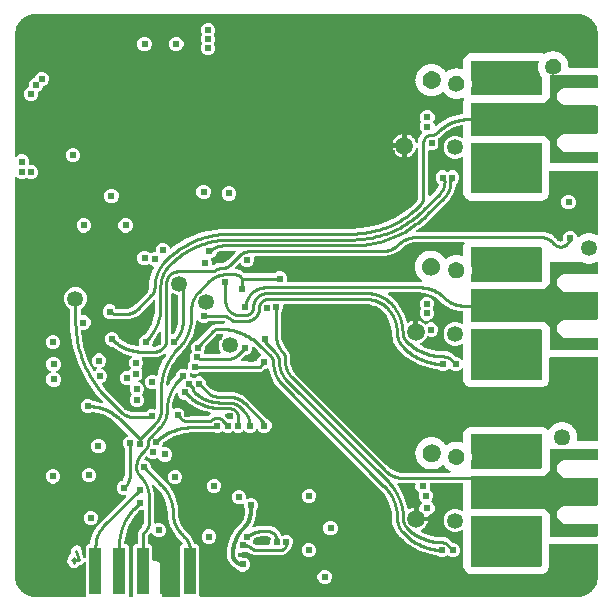
<source format=gbl>
G04 EAGLE Gerber RS-274X export*
G75*
%MOMM*%
%FSLAX34Y34*%
%LPD*%
%INBottom Copper*%
%IPPOS*%
%AMOC8*
5,1,8,0,0,1.08239X$1,22.5*%
G01*
%ADD10C,0.254000*%
%ADD11R,1.000000X4.000000*%
%ADD12R,4.000000X10.000000*%
%ADD13C,1.350000*%
%ADD14C,0.804800*%
%ADD15C,1.500000*%
%ADD16C,0.504800*%
%ADD17C,0.604800*%
%ADD18C,3.800000*%
%ADD19C,0.304800*%

G36*
X62516Y3058D02*
X62516Y3058D01*
X62580Y3057D01*
X62655Y3078D01*
X62731Y3089D01*
X62790Y3115D01*
X62852Y3132D01*
X62918Y3173D01*
X62988Y3205D01*
X63037Y3247D01*
X63092Y3280D01*
X63144Y3338D01*
X63202Y3388D01*
X63238Y3442D01*
X63281Y3490D01*
X63314Y3559D01*
X63357Y3624D01*
X63376Y3686D01*
X63404Y3743D01*
X63415Y3813D01*
X63439Y3894D01*
X63440Y3979D01*
X63451Y4048D01*
X63451Y32045D01*
X63447Y32077D01*
X63449Y32109D01*
X63443Y32139D01*
X63443Y32155D01*
X63429Y32206D01*
X63427Y32216D01*
X63411Y32324D01*
X63398Y32353D01*
X63392Y32385D01*
X63340Y32481D01*
X63295Y32581D01*
X63274Y32605D01*
X63259Y32634D01*
X63183Y32712D01*
X63112Y32795D01*
X63085Y32813D01*
X63062Y32836D01*
X62967Y32890D01*
X62876Y32949D01*
X62845Y32959D01*
X62817Y32975D01*
X62710Y33000D01*
X62606Y33032D01*
X62574Y33032D01*
X62543Y33040D01*
X62433Y33034D01*
X62324Y33036D01*
X62293Y33027D01*
X62261Y33025D01*
X62158Y32990D01*
X62052Y32960D01*
X62025Y32943D01*
X61994Y32933D01*
X61925Y32882D01*
X61898Y32870D01*
X61878Y32853D01*
X61812Y32812D01*
X61780Y32776D01*
X61745Y32751D01*
X60995Y32001D01*
X60851Y31809D01*
X60828Y31779D01*
X60321Y30867D01*
X59926Y30754D01*
X59836Y30714D01*
X59743Y30681D01*
X59710Y30657D01*
X59668Y30639D01*
X59567Y30553D01*
X59494Y30500D01*
X59203Y30209D01*
X58159Y30209D01*
X57922Y30175D01*
X57885Y30171D01*
X57555Y30076D01*
X57465Y30036D01*
X57372Y30004D01*
X57340Y29980D01*
X57298Y29961D01*
X57197Y29876D01*
X57123Y29822D01*
X55252Y27951D01*
X51674Y27951D01*
X49145Y30481D01*
X49145Y30632D01*
X49131Y30727D01*
X49126Y30823D01*
X49111Y30866D01*
X49105Y30911D01*
X49065Y30998D01*
X49034Y31089D01*
X49009Y31124D01*
X48989Y31168D01*
X48905Y31265D01*
X48852Y31338D01*
X47451Y32739D01*
X47451Y36317D01*
X48852Y37717D01*
X48910Y37794D01*
X48974Y37866D01*
X48994Y37906D01*
X49021Y37943D01*
X49055Y38033D01*
X49097Y38119D01*
X49104Y38161D01*
X49121Y38207D01*
X49131Y38334D01*
X49145Y38424D01*
X49145Y38574D01*
X50768Y40198D01*
X50825Y40273D01*
X50888Y40342D01*
X50909Y40385D01*
X50938Y40424D01*
X50971Y40511D01*
X51012Y40595D01*
X51020Y40643D01*
X51037Y40688D01*
X51044Y40781D01*
X51060Y40873D01*
X51055Y40918D01*
X51059Y40969D01*
X51034Y41090D01*
X51023Y41179D01*
X50513Y42964D01*
X52250Y46091D01*
X55690Y47074D01*
X58818Y45336D01*
X61188Y37039D01*
X61229Y36949D01*
X61261Y36856D01*
X61285Y36824D01*
X61303Y36782D01*
X61389Y36681D01*
X61443Y36607D01*
X61745Y36304D01*
X61771Y36285D01*
X61792Y36260D01*
X61851Y36222D01*
X61881Y36195D01*
X61911Y36180D01*
X61971Y36135D01*
X62001Y36124D01*
X62028Y36106D01*
X62125Y36076D01*
X62135Y36072D01*
X62142Y36070D01*
X62235Y36036D01*
X62267Y36033D01*
X62298Y36024D01*
X62407Y36022D01*
X62516Y36014D01*
X62548Y36020D01*
X62580Y36020D01*
X62685Y36049D01*
X62792Y36071D01*
X62821Y36086D01*
X62852Y36095D01*
X62945Y36153D01*
X63041Y36204D01*
X63064Y36226D01*
X63092Y36243D01*
X63165Y36324D01*
X63243Y36401D01*
X63259Y36429D01*
X63281Y36453D01*
X63328Y36551D01*
X63349Y36587D01*
X63357Y36599D01*
X63358Y36604D01*
X63382Y36646D01*
X63390Y36677D01*
X63404Y36706D01*
X63418Y36796D01*
X63420Y36807D01*
X63439Y36869D01*
X63440Y36888D01*
X63447Y36920D01*
X63445Y36969D01*
X63451Y37011D01*
X63451Y46263D01*
X65237Y48049D01*
X66182Y48049D01*
X66246Y48058D01*
X66310Y48057D01*
X66385Y48078D01*
X66461Y48089D01*
X66520Y48115D01*
X66582Y48132D01*
X66648Y48173D01*
X66718Y48205D01*
X66767Y48247D01*
X66822Y48280D01*
X66874Y48338D01*
X66932Y48388D01*
X66968Y48442D01*
X67011Y48490D01*
X67044Y48559D01*
X67087Y48624D01*
X67106Y48686D01*
X67134Y48743D01*
X67145Y48813D01*
X67169Y48894D01*
X67170Y48979D01*
X67181Y49048D01*
X67181Y50588D01*
X69039Y57520D01*
X72627Y63734D01*
X97114Y88221D01*
X97133Y88247D01*
X97158Y88268D01*
X97218Y88360D01*
X97283Y88447D01*
X97295Y88477D01*
X97312Y88504D01*
X97344Y88609D01*
X97383Y88711D01*
X97385Y88743D01*
X97395Y88774D01*
X97396Y88883D01*
X97404Y88992D01*
X97398Y89024D01*
X97398Y89056D01*
X97369Y89161D01*
X97347Y89268D01*
X97332Y89297D01*
X97323Y89328D01*
X97266Y89421D01*
X97214Y89517D01*
X97192Y89540D01*
X97175Y89568D01*
X97094Y89641D01*
X97018Y89719D01*
X96990Y89735D01*
X96966Y89757D01*
X96867Y89804D01*
X96772Y89858D01*
X96741Y89866D01*
X96712Y89880D01*
X96623Y89894D01*
X96498Y89923D01*
X96449Y89921D01*
X96407Y89927D01*
X94792Y89927D01*
X92560Y90852D01*
X90852Y92560D01*
X89927Y94792D01*
X89927Y97208D01*
X90852Y99440D01*
X92560Y101148D01*
X94537Y101967D01*
X94620Y102016D01*
X94707Y102057D01*
X94741Y102088D01*
X94780Y102111D01*
X94846Y102181D01*
X94918Y102245D01*
X94940Y102281D01*
X94973Y102317D01*
X95031Y102431D01*
X95078Y102508D01*
X95912Y104522D01*
X95982Y104795D01*
X95982Y104801D01*
X95983Y104806D01*
X96176Y106766D01*
X96174Y106819D01*
X96181Y106864D01*
X96181Y129317D01*
X96168Y129412D01*
X96163Y129508D01*
X96148Y129551D01*
X96141Y129596D01*
X96102Y129684D01*
X96070Y129774D01*
X96045Y129809D01*
X96025Y129853D01*
X95942Y129950D01*
X95889Y130023D01*
X95852Y130060D01*
X94927Y132292D01*
X94927Y134708D01*
X95852Y136940D01*
X97560Y138648D01*
X98783Y139155D01*
X98885Y139215D01*
X98990Y139271D01*
X99007Y139287D01*
X99026Y139299D01*
X99107Y139385D01*
X99192Y139468D01*
X99204Y139488D01*
X99219Y139504D01*
X99273Y139610D01*
X99331Y139713D01*
X99337Y139735D01*
X99347Y139756D01*
X99369Y139872D01*
X99396Y139988D01*
X99395Y140010D01*
X99399Y140033D01*
X99388Y140150D01*
X99382Y140269D01*
X99374Y140291D01*
X99372Y140314D01*
X99328Y140424D01*
X99289Y140536D01*
X99277Y140553D01*
X99268Y140576D01*
X99153Y140723D01*
X99108Y140785D01*
X89260Y150632D01*
X89232Y150653D01*
X89212Y150677D01*
X85936Y153550D01*
X85843Y153611D01*
X85777Y153664D01*
X78247Y158012D01*
X78079Y158079D01*
X78006Y158112D01*
X69646Y160352D01*
X69562Y160362D01*
X69478Y160382D01*
X69422Y160379D01*
X69366Y160385D01*
X69282Y160372D01*
X69196Y160367D01*
X69143Y160349D01*
X69088Y160340D01*
X69011Y160303D01*
X68930Y160275D01*
X68888Y160244D01*
X68834Y160218D01*
X68750Y160143D01*
X68681Y160093D01*
X68440Y159852D01*
X66208Y158927D01*
X63792Y158927D01*
X61560Y159852D01*
X59852Y161560D01*
X58927Y163792D01*
X58927Y166208D01*
X59852Y168440D01*
X61560Y170148D01*
X63792Y171073D01*
X66208Y171073D01*
X68440Y170148D01*
X68977Y169611D01*
X69053Y169554D01*
X69125Y169489D01*
X69166Y169469D01*
X69202Y169442D01*
X69292Y169408D01*
X69379Y169366D01*
X69421Y169360D01*
X69466Y169343D01*
X69594Y169333D01*
X69683Y169319D01*
X70654Y169319D01*
X76504Y167751D01*
X76526Y167749D01*
X76546Y167741D01*
X76665Y167732D01*
X76784Y167717D01*
X76806Y167721D01*
X76827Y167719D01*
X76944Y167744D01*
X77063Y167763D01*
X77082Y167772D01*
X77103Y167777D01*
X77209Y167833D01*
X77317Y167885D01*
X77333Y167899D01*
X77352Y167909D01*
X77438Y167993D01*
X77527Y168073D01*
X77539Y168091D01*
X77554Y168106D01*
X77613Y168211D01*
X77677Y168312D01*
X77682Y168333D01*
X77693Y168351D01*
X77721Y168468D01*
X77753Y168583D01*
X77753Y168605D01*
X77758Y168626D01*
X77752Y168746D01*
X77751Y168865D01*
X77745Y168886D01*
X77744Y168907D01*
X77704Y169021D01*
X77670Y169136D01*
X77658Y169154D01*
X77651Y169174D01*
X77597Y169248D01*
X77517Y169372D01*
X77489Y169396D01*
X77469Y169423D01*
X73076Y173816D01*
X64148Y186105D01*
X57251Y199640D01*
X52557Y214086D01*
X50181Y229089D01*
X50181Y246515D01*
X50180Y246525D01*
X50181Y246534D01*
X50160Y246664D01*
X50141Y246794D01*
X50138Y246803D01*
X50136Y246812D01*
X50079Y246932D01*
X50025Y247051D01*
X50019Y247058D01*
X50015Y247067D01*
X49927Y247166D01*
X49842Y247266D01*
X49834Y247271D01*
X49828Y247278D01*
X49762Y247318D01*
X49606Y247420D01*
X49583Y247427D01*
X49564Y247438D01*
X48949Y247693D01*
X46193Y250449D01*
X44701Y254051D01*
X44701Y257949D01*
X46193Y261551D01*
X48949Y264307D01*
X52551Y265799D01*
X56449Y265799D01*
X60051Y264307D01*
X62807Y261551D01*
X64299Y257949D01*
X64299Y254051D01*
X62807Y250449D01*
X60051Y247693D01*
X59436Y247438D01*
X59427Y247434D01*
X59418Y247431D01*
X59306Y247361D01*
X59193Y247295D01*
X59186Y247288D01*
X59178Y247283D01*
X59090Y247185D01*
X59000Y247089D01*
X58996Y247081D01*
X58989Y247074D01*
X58932Y246955D01*
X58872Y246838D01*
X58870Y246828D01*
X58866Y246820D01*
X58854Y246744D01*
X58820Y246560D01*
X58822Y246537D01*
X58819Y246515D01*
X58819Y242811D01*
X58827Y242753D01*
X58827Y242741D01*
X58831Y242727D01*
X58835Y242694D01*
X58847Y242576D01*
X58855Y242555D01*
X58859Y242532D01*
X58907Y242424D01*
X58952Y242314D01*
X58965Y242296D01*
X58975Y242275D01*
X59052Y242185D01*
X59125Y242091D01*
X59144Y242078D01*
X59158Y242061D01*
X59258Y241996D01*
X59354Y241926D01*
X59375Y241919D01*
X59394Y241907D01*
X59508Y241872D01*
X59620Y241832D01*
X59642Y241831D01*
X59664Y241824D01*
X59782Y241823D01*
X59901Y241816D01*
X59922Y241821D01*
X59946Y241820D01*
X59954Y241823D01*
X62458Y241823D01*
X64690Y240898D01*
X66398Y239190D01*
X67323Y236958D01*
X67323Y234542D01*
X66398Y232310D01*
X64690Y230602D01*
X62458Y229677D01*
X60274Y229677D01*
X60273Y229677D01*
X60272Y229677D01*
X60128Y229656D01*
X59995Y229637D01*
X59994Y229637D01*
X59993Y229637D01*
X59862Y229577D01*
X59738Y229521D01*
X59737Y229521D01*
X59736Y229520D01*
X59630Y229429D01*
X59524Y229338D01*
X59523Y229337D01*
X59522Y229336D01*
X59446Y229219D01*
X59369Y229102D01*
X59369Y229101D01*
X59368Y229100D01*
X59328Y228966D01*
X59287Y228832D01*
X59287Y228831D01*
X59287Y228830D01*
X59287Y228810D01*
X59283Y228550D01*
X59287Y228535D01*
X59287Y228522D01*
X61231Y216249D01*
X61256Y216167D01*
X61268Y216097D01*
X65480Y203133D01*
X65518Y203056D01*
X65540Y202988D01*
X69425Y195363D01*
X69471Y195298D01*
X69508Y195227D01*
X69552Y195183D01*
X69587Y195132D01*
X69649Y195083D01*
X69705Y195025D01*
X69759Y194995D01*
X69807Y194956D01*
X69881Y194926D01*
X69950Y194886D01*
X70011Y194872D01*
X70068Y194848D01*
X70147Y194840D01*
X70225Y194821D01*
X70287Y194825D01*
X70349Y194818D01*
X70427Y194832D01*
X70507Y194836D01*
X70565Y194856D01*
X70626Y194867D01*
X70698Y194902D01*
X70773Y194928D01*
X70819Y194962D01*
X70879Y194992D01*
X70956Y195062D01*
X71022Y195110D01*
X71560Y195648D01*
X72345Y195973D01*
X72373Y195990D01*
X72403Y196000D01*
X72494Y196061D01*
X72588Y196117D01*
X72610Y196140D01*
X72636Y196159D01*
X72706Y196243D01*
X72780Y196323D01*
X72795Y196351D01*
X72816Y196376D01*
X72859Y196477D01*
X72908Y196574D01*
X72914Y196606D01*
X72927Y196635D01*
X72940Y196744D01*
X72961Y196851D01*
X72958Y196883D01*
X72962Y196915D01*
X72944Y197023D01*
X72934Y197132D01*
X72922Y197162D01*
X72916Y197194D01*
X72869Y197293D01*
X72829Y197394D01*
X72809Y197419D01*
X72795Y197448D01*
X72723Y197530D01*
X72717Y197537D01*
X72714Y197543D01*
X72711Y197546D01*
X72656Y197616D01*
X72629Y197635D01*
X72608Y197659D01*
X72537Y197702D01*
X72504Y197732D01*
X72476Y197746D01*
X72427Y197781D01*
X72381Y197797D01*
X72345Y197820D01*
X71060Y198352D01*
X69352Y200060D01*
X68427Y202292D01*
X68427Y204708D01*
X69352Y206940D01*
X71060Y208648D01*
X73292Y209573D01*
X75708Y209573D01*
X77940Y208648D01*
X79648Y206940D01*
X80573Y204708D01*
X80573Y202292D01*
X79648Y200060D01*
X77940Y198352D01*
X77155Y198027D01*
X77127Y198010D01*
X77097Y198000D01*
X77006Y197939D01*
X76912Y197883D01*
X76890Y197860D01*
X76864Y197841D01*
X76794Y197757D01*
X76720Y197677D01*
X76705Y197649D01*
X76684Y197624D01*
X76641Y197523D01*
X76592Y197426D01*
X76586Y197394D01*
X76573Y197365D01*
X76560Y197256D01*
X76539Y197149D01*
X76542Y197117D01*
X76538Y197085D01*
X76556Y196977D01*
X76566Y196868D01*
X76578Y196838D01*
X76584Y196806D01*
X76631Y196707D01*
X76671Y196606D01*
X76691Y196581D01*
X76705Y196552D01*
X76777Y196470D01*
X76844Y196384D01*
X76871Y196365D01*
X76892Y196341D01*
X76969Y196294D01*
X77073Y196219D01*
X77119Y196203D01*
X77155Y196180D01*
X78440Y195648D01*
X80148Y193940D01*
X81073Y191708D01*
X81073Y189292D01*
X80148Y187060D01*
X78440Y185352D01*
X77507Y184965D01*
X77472Y184945D01*
X77434Y184931D01*
X77351Y184873D01*
X77264Y184822D01*
X77236Y184792D01*
X77203Y184769D01*
X77140Y184690D01*
X77071Y184616D01*
X77053Y184580D01*
X77027Y184548D01*
X76989Y184455D01*
X76943Y184365D01*
X76936Y184325D01*
X76920Y184287D01*
X76910Y184187D01*
X76891Y184087D01*
X76895Y184047D01*
X76891Y184007D01*
X76908Y183907D01*
X76918Y183807D01*
X76933Y183769D01*
X76940Y183729D01*
X76980Y183652D01*
X77022Y183545D01*
X77058Y183499D01*
X77081Y183455D01*
X79822Y179682D01*
X79866Y179636D01*
X79897Y179591D01*
X84527Y174582D01*
X84543Y174569D01*
X84554Y174554D01*
X86111Y172996D01*
X95604Y163504D01*
X95646Y163472D01*
X95677Y163438D01*
X97432Y161997D01*
X97673Y161851D01*
X97679Y161850D01*
X97683Y161847D01*
X101858Y160117D01*
X102131Y160047D01*
X102137Y160047D01*
X102143Y160046D01*
X104402Y159824D01*
X104455Y159826D01*
X104500Y159819D01*
X113317Y159819D01*
X113412Y159832D01*
X113508Y159837D01*
X113551Y159852D01*
X113596Y159859D01*
X113683Y159898D01*
X113774Y159930D01*
X113809Y159955D01*
X113853Y159975D01*
X113950Y160058D01*
X114023Y160111D01*
X115560Y161648D01*
X117792Y162573D01*
X120208Y162573D01*
X121300Y162121D01*
X121414Y162091D01*
X121528Y162056D01*
X121551Y162056D01*
X121573Y162050D01*
X121691Y162054D01*
X121810Y162053D01*
X121832Y162059D01*
X121855Y162059D01*
X121967Y162096D01*
X122082Y162128D01*
X122101Y162140D01*
X122123Y162147D01*
X122221Y162214D01*
X122322Y162276D01*
X122337Y162293D01*
X122356Y162306D01*
X122431Y162398D01*
X122511Y162485D01*
X122521Y162506D01*
X122535Y162523D01*
X122582Y162633D01*
X122634Y162739D01*
X122637Y162760D01*
X122647Y162783D01*
X122669Y162967D01*
X122681Y163044D01*
X122681Y178749D01*
X122665Y178866D01*
X122653Y178985D01*
X122645Y179006D01*
X122641Y179028D01*
X122593Y179136D01*
X122549Y179247D01*
X122535Y179265D01*
X122525Y179285D01*
X122448Y179375D01*
X122375Y179469D01*
X122357Y179482D01*
X122342Y179500D01*
X122242Y179565D01*
X122146Y179634D01*
X122125Y179642D01*
X122106Y179654D01*
X121992Y179689D01*
X121881Y179728D01*
X121858Y179730D01*
X121836Y179736D01*
X121718Y179738D01*
X121599Y179745D01*
X121578Y179740D01*
X121554Y179740D01*
X121375Y179691D01*
X121300Y179672D01*
X120708Y179427D01*
X118292Y179427D01*
X116060Y180352D01*
X114352Y182060D01*
X113427Y184292D01*
X113427Y186708D01*
X114352Y188940D01*
X116060Y190648D01*
X118292Y191573D01*
X120708Y191573D01*
X122751Y190726D01*
X122772Y190721D01*
X122790Y190711D01*
X122908Y190686D01*
X123025Y190656D01*
X123045Y190657D01*
X123066Y190653D01*
X123186Y190661D01*
X123307Y190665D01*
X123326Y190672D01*
X123347Y190673D01*
X123460Y190715D01*
X123575Y190753D01*
X123592Y190764D01*
X123611Y190772D01*
X123708Y190844D01*
X123808Y190912D01*
X123821Y190928D01*
X123838Y190940D01*
X123911Y191037D01*
X123987Y191129D01*
X123995Y191148D01*
X124008Y191165D01*
X124039Y191251D01*
X124098Y191388D01*
X124103Y191424D01*
X124114Y191455D01*
X124755Y194677D01*
X128823Y204498D01*
X130837Y207512D01*
X130893Y207629D01*
X130952Y207744D01*
X130954Y207756D01*
X130959Y207766D01*
X130980Y207894D01*
X131004Y208022D01*
X131003Y208033D01*
X131005Y208044D01*
X130989Y208173D01*
X130977Y208302D01*
X130973Y208313D01*
X130971Y208324D01*
X130920Y208444D01*
X130872Y208564D01*
X130865Y208573D01*
X130861Y208584D01*
X130779Y208684D01*
X130699Y208787D01*
X130690Y208793D01*
X130682Y208802D01*
X130575Y208876D01*
X130470Y208952D01*
X130460Y208955D01*
X130450Y208962D01*
X130326Y209003D01*
X130205Y209046D01*
X130193Y209047D01*
X130182Y209050D01*
X130052Y209055D01*
X129923Y209063D01*
X129912Y209060D01*
X129900Y209061D01*
X129627Y208992D01*
X129625Y208990D01*
X129623Y208990D01*
X124049Y206681D01*
X111819Y206681D01*
X111787Y206677D01*
X111755Y206679D01*
X111648Y206657D01*
X111540Y206641D01*
X111511Y206628D01*
X111479Y206622D01*
X111383Y206570D01*
X111283Y206525D01*
X111259Y206504D01*
X111230Y206489D01*
X111152Y206413D01*
X111069Y206342D01*
X111051Y206315D01*
X111028Y206292D01*
X110974Y206197D01*
X110914Y206106D01*
X110905Y206075D01*
X110889Y206047D01*
X110864Y205940D01*
X110832Y205836D01*
X110832Y205804D01*
X110824Y205772D01*
X110830Y205663D01*
X110828Y205554D01*
X110837Y205523D01*
X110838Y205491D01*
X110874Y205388D01*
X110903Y205282D01*
X110920Y205255D01*
X110931Y205224D01*
X110984Y205151D01*
X111052Y205042D01*
X111088Y205010D01*
X111113Y204975D01*
X111148Y204940D01*
X112073Y202708D01*
X112073Y200292D01*
X111148Y198060D01*
X110545Y197457D01*
X110506Y197405D01*
X110460Y197360D01*
X110422Y197293D01*
X110375Y197231D01*
X110353Y197171D01*
X110321Y197115D01*
X110303Y197039D01*
X110276Y196967D01*
X110271Y196903D01*
X110256Y196840D01*
X110260Y196763D01*
X110254Y196686D01*
X110267Y196623D01*
X110270Y196559D01*
X110296Y196486D01*
X110312Y196410D01*
X110342Y196353D01*
X110363Y196292D01*
X110404Y196236D01*
X110444Y196161D01*
X110503Y196100D01*
X110545Y196043D01*
X110648Y195940D01*
X111573Y193708D01*
X111573Y191292D01*
X110648Y189060D01*
X108940Y187352D01*
X108405Y187130D01*
X108378Y187114D01*
X108347Y187104D01*
X108256Y187042D01*
X108162Y186987D01*
X108140Y186963D01*
X108114Y186945D01*
X108044Y186861D01*
X107970Y186781D01*
X107955Y186752D01*
X107934Y186727D01*
X107891Y186627D01*
X107842Y186530D01*
X107836Y186498D01*
X107823Y186468D01*
X107810Y186360D01*
X107789Y186252D01*
X107792Y186220D01*
X107788Y186188D01*
X107806Y186081D01*
X107816Y185972D01*
X107828Y185942D01*
X107834Y185910D01*
X107880Y185811D01*
X107921Y185710D01*
X107941Y185684D01*
X107955Y185655D01*
X108027Y185573D01*
X108094Y185487D01*
X108121Y185468D01*
X108142Y185444D01*
X108219Y185397D01*
X108323Y185322D01*
X108369Y185306D01*
X108405Y185284D01*
X109940Y184648D01*
X111648Y182940D01*
X112573Y180708D01*
X112573Y178292D01*
X111648Y176060D01*
X111045Y175457D01*
X111006Y175405D01*
X110960Y175360D01*
X110922Y175293D01*
X110875Y175231D01*
X110853Y175171D01*
X110821Y175115D01*
X110803Y175040D01*
X110776Y174967D01*
X110771Y174903D01*
X110756Y174840D01*
X110760Y174763D01*
X110754Y174686D01*
X110767Y174623D01*
X110770Y174559D01*
X110796Y174486D01*
X110812Y174410D01*
X110842Y174353D01*
X110863Y174292D01*
X110904Y174236D01*
X110944Y174161D01*
X111003Y174100D01*
X111045Y174043D01*
X111648Y173440D01*
X112573Y171208D01*
X112573Y168792D01*
X111648Y166560D01*
X109940Y164852D01*
X107708Y163927D01*
X105292Y163927D01*
X103060Y164852D01*
X101352Y166560D01*
X100427Y168792D01*
X100427Y171208D01*
X101352Y173440D01*
X101955Y174043D01*
X101994Y174095D01*
X102040Y174140D01*
X102078Y174207D01*
X102125Y174269D01*
X102147Y174329D01*
X102179Y174385D01*
X102197Y174460D01*
X102224Y174533D01*
X102229Y174597D01*
X102244Y174659D01*
X102240Y174737D01*
X102246Y174814D01*
X102233Y174877D01*
X102230Y174941D01*
X102204Y175014D01*
X102188Y175090D01*
X102158Y175147D01*
X102137Y175208D01*
X102096Y175264D01*
X102056Y175339D01*
X101997Y175400D01*
X101955Y175457D01*
X101352Y176060D01*
X100427Y178292D01*
X100427Y180708D01*
X100866Y181768D01*
X100874Y181799D01*
X100889Y181828D01*
X100909Y181935D01*
X100936Y182041D01*
X100935Y182073D01*
X100941Y182105D01*
X100931Y182214D01*
X100927Y182323D01*
X100917Y182354D01*
X100914Y182386D01*
X100874Y182487D01*
X100840Y182591D01*
X100822Y182618D01*
X100810Y182648D01*
X100743Y182734D01*
X100681Y182824D01*
X100656Y182845D01*
X100636Y182870D01*
X100548Y182934D01*
X100463Y183003D01*
X100434Y183016D01*
X100408Y183035D01*
X100305Y183072D01*
X100204Y183115D01*
X100172Y183119D01*
X100142Y183130D01*
X100033Y183136D01*
X99924Y183149D01*
X99893Y183144D01*
X99860Y183146D01*
X99772Y183125D01*
X99646Y183104D01*
X99602Y183083D01*
X99561Y183073D01*
X99208Y182927D01*
X96792Y182927D01*
X94560Y183852D01*
X92852Y185560D01*
X91927Y187792D01*
X91927Y190208D01*
X92852Y192440D01*
X94560Y194148D01*
X96792Y195073D01*
X99325Y195073D01*
X99334Y195074D01*
X99344Y195073D01*
X99474Y195094D01*
X99604Y195113D01*
X99613Y195116D01*
X99622Y195118D01*
X99742Y195175D01*
X99861Y195229D01*
X99868Y195235D01*
X99877Y195239D01*
X99976Y195327D01*
X100075Y195412D01*
X100081Y195420D01*
X100088Y195426D01*
X100128Y195492D01*
X100230Y195648D01*
X100237Y195671D01*
X100248Y195690D01*
X100352Y195940D01*
X100955Y196543D01*
X100994Y196595D01*
X101040Y196640D01*
X101078Y196707D01*
X101125Y196769D01*
X101147Y196829D01*
X101179Y196885D01*
X101197Y196960D01*
X101224Y197033D01*
X101229Y197097D01*
X101244Y197159D01*
X101240Y197237D01*
X101246Y197314D01*
X101233Y197377D01*
X101230Y197441D01*
X101204Y197514D01*
X101188Y197590D01*
X101158Y197647D01*
X101137Y197708D01*
X101096Y197764D01*
X101056Y197839D01*
X100997Y197900D01*
X100955Y197957D01*
X100852Y198060D01*
X99927Y200292D01*
X99927Y202708D01*
X100852Y204940D01*
X101997Y206085D01*
X102022Y206119D01*
X102054Y206148D01*
X102107Y206231D01*
X102166Y206310D01*
X102181Y206350D01*
X102204Y206387D01*
X102231Y206482D01*
X102265Y206574D01*
X102269Y206617D01*
X102280Y206658D01*
X102280Y206757D01*
X102287Y206855D01*
X102278Y206897D01*
X102278Y206940D01*
X102250Y207035D01*
X102230Y207131D01*
X102209Y207169D01*
X102197Y207210D01*
X102144Y207293D01*
X102097Y207380D01*
X102067Y207411D01*
X102044Y207447D01*
X101969Y207512D01*
X101900Y207582D01*
X101863Y207604D01*
X101830Y207632D01*
X101752Y207666D01*
X101655Y207721D01*
X101596Y207735D01*
X101549Y207756D01*
X95345Y209419D01*
X86186Y214707D01*
X85758Y215135D01*
X85681Y215192D01*
X85610Y215257D01*
X85569Y215277D01*
X85532Y215304D01*
X85442Y215338D01*
X85356Y215380D01*
X85314Y215386D01*
X85268Y215403D01*
X85141Y215413D01*
X85051Y215427D01*
X84292Y215427D01*
X82060Y216352D01*
X80352Y218060D01*
X79427Y220292D01*
X79427Y222708D01*
X80352Y224940D01*
X82060Y226648D01*
X84292Y227573D01*
X86708Y227573D01*
X88940Y226648D01*
X90648Y224940D01*
X91573Y222708D01*
X91573Y222449D01*
X91585Y222364D01*
X91587Y222279D01*
X91605Y222225D01*
X91613Y222170D01*
X91648Y222092D01*
X91674Y222010D01*
X91706Y221964D01*
X91729Y221913D01*
X91784Y221848D01*
X91832Y221777D01*
X91873Y221744D01*
X91912Y221698D01*
X92006Y221637D01*
X92072Y221583D01*
X98666Y217777D01*
X98833Y217709D01*
X98907Y217677D01*
X106605Y215614D01*
X106716Y215601D01*
X106799Y215582D01*
X107509Y215535D01*
X107519Y215536D01*
X107529Y215534D01*
X107659Y215547D01*
X107790Y215557D01*
X107800Y215561D01*
X107810Y215561D01*
X107932Y215610D01*
X108054Y215656D01*
X108062Y215662D01*
X108072Y215666D01*
X108175Y215747D01*
X108280Y215825D01*
X108286Y215833D01*
X108294Y215839D01*
X108371Y215946D01*
X108450Y216050D01*
X108453Y216060D01*
X108459Y216068D01*
X108503Y216191D01*
X108550Y216314D01*
X108550Y216324D01*
X108554Y216334D01*
X108561Y216463D01*
X108572Y216595D01*
X108570Y216605D01*
X108570Y216615D01*
X108552Y216692D01*
X108515Y216872D01*
X108503Y216893D01*
X108498Y216915D01*
X107927Y218292D01*
X107927Y220708D01*
X108852Y222940D01*
X110560Y224648D01*
X112792Y225573D01*
X113144Y225573D01*
X113271Y225591D01*
X113399Y225606D01*
X113410Y225611D01*
X113423Y225613D01*
X113540Y225665D01*
X113659Y225715D01*
X113668Y225723D01*
X113680Y225729D01*
X113894Y225912D01*
X113895Y225913D01*
X114213Y226276D01*
X114274Y226369D01*
X114327Y226435D01*
X119204Y234881D01*
X119271Y235049D01*
X119303Y235122D01*
X121828Y244543D01*
X121841Y244653D01*
X121860Y244736D01*
X122179Y249612D01*
X122176Y249647D01*
X122181Y249678D01*
X122181Y253661D01*
X122177Y253693D01*
X122179Y253725D01*
X122157Y253832D01*
X122141Y253940D01*
X122128Y253970D01*
X122122Y254001D01*
X122070Y254098D01*
X122025Y254197D01*
X122004Y254222D01*
X121989Y254250D01*
X121913Y254329D01*
X121842Y254412D01*
X121815Y254429D01*
X121792Y254452D01*
X121697Y254506D01*
X121606Y254566D01*
X121575Y254576D01*
X121547Y254591D01*
X121440Y254617D01*
X121336Y254649D01*
X121304Y254649D01*
X121273Y254656D01*
X121163Y254651D01*
X121054Y254652D01*
X121023Y254644D01*
X120991Y254642D01*
X120888Y254606D01*
X120782Y254577D01*
X120755Y254560D01*
X120724Y254550D01*
X120651Y254496D01*
X120542Y254429D01*
X120510Y254393D01*
X120475Y254368D01*
X111708Y245600D01*
X111352Y245245D01*
X108592Y242485D01*
X107576Y241468D01*
X100848Y238681D01*
X86111Y238681D01*
X85495Y238936D01*
X85402Y238960D01*
X85311Y238993D01*
X85266Y238995D01*
X85222Y239007D01*
X85126Y239003D01*
X85030Y239009D01*
X84988Y238999D01*
X84940Y238998D01*
X84818Y238958D01*
X84730Y238936D01*
X84708Y238927D01*
X82292Y238927D01*
X80060Y239852D01*
X78352Y241560D01*
X77427Y243792D01*
X77427Y246208D01*
X78352Y248440D01*
X80060Y250148D01*
X82292Y251073D01*
X84708Y251073D01*
X86940Y250148D01*
X88648Y248440D01*
X88857Y247936D01*
X88862Y247927D01*
X88864Y247918D01*
X88934Y247806D01*
X89001Y247693D01*
X89008Y247686D01*
X89013Y247678D01*
X89111Y247590D01*
X89206Y247500D01*
X89215Y247496D01*
X89222Y247489D01*
X89341Y247432D01*
X89458Y247372D01*
X89467Y247370D01*
X89476Y247366D01*
X89552Y247354D01*
X89735Y247320D01*
X89759Y247322D01*
X89780Y247319D01*
X97207Y247319D01*
X97259Y247326D01*
X97305Y247324D01*
X98996Y247490D01*
X99270Y247557D01*
X99275Y247560D01*
X99280Y247561D01*
X102405Y248855D01*
X102648Y248999D01*
X102652Y249003D01*
X102656Y249006D01*
X103970Y250084D01*
X104005Y250123D01*
X104042Y250150D01*
X105236Y251344D01*
X105600Y251708D01*
X115592Y261700D01*
X115624Y261742D01*
X115658Y261773D01*
X116208Y262443D01*
X116355Y262684D01*
X116356Y262690D01*
X116359Y262695D01*
X117020Y264290D01*
X117090Y264564D01*
X117090Y264569D01*
X117091Y264575D01*
X117176Y265438D01*
X117174Y265491D01*
X117181Y265536D01*
X117181Y270355D01*
X119676Y279665D01*
X120958Y281886D01*
X121006Y282005D01*
X121057Y282124D01*
X121059Y282136D01*
X121063Y282147D01*
X121076Y282276D01*
X121092Y282404D01*
X121090Y282416D01*
X121091Y282428D01*
X121067Y282555D01*
X121047Y282683D01*
X121042Y282694D01*
X121039Y282705D01*
X120981Y282820D01*
X120926Y282937D01*
X120918Y282946D01*
X120912Y282957D01*
X120824Y283051D01*
X120738Y283148D01*
X120728Y283154D01*
X120720Y283163D01*
X120477Y283308D01*
X120476Y283308D01*
X120475Y283309D01*
X118560Y284102D01*
X117527Y285135D01*
X117520Y285140D01*
X117514Y285148D01*
X117407Y285225D01*
X117302Y285304D01*
X117293Y285307D01*
X117285Y285313D01*
X117161Y285357D01*
X117038Y285403D01*
X117028Y285404D01*
X117019Y285407D01*
X116888Y285415D01*
X116757Y285425D01*
X116747Y285423D01*
X116738Y285424D01*
X116663Y285406D01*
X116481Y285368D01*
X116459Y285356D01*
X116438Y285351D01*
X114208Y284427D01*
X111792Y284427D01*
X109560Y285352D01*
X107852Y287060D01*
X106927Y289292D01*
X106927Y291708D01*
X107852Y293940D01*
X109560Y295648D01*
X111792Y296573D01*
X114208Y296573D01*
X116440Y295648D01*
X117473Y294615D01*
X117480Y294610D01*
X117486Y294602D01*
X117593Y294525D01*
X117698Y294446D01*
X117707Y294443D01*
X117715Y294437D01*
X117839Y294393D01*
X117962Y294347D01*
X117972Y294346D01*
X117981Y294343D01*
X118112Y294335D01*
X118243Y294325D01*
X118253Y294327D01*
X118262Y294326D01*
X118337Y294344D01*
X118519Y294382D01*
X118541Y294394D01*
X118562Y294399D01*
X120792Y295323D01*
X121428Y295323D01*
X121492Y295332D01*
X121556Y295331D01*
X121631Y295352D01*
X121707Y295363D01*
X121766Y295389D01*
X121828Y295406D01*
X121894Y295447D01*
X121964Y295479D01*
X122013Y295521D01*
X122068Y295554D01*
X122120Y295612D01*
X122178Y295662D01*
X122214Y295716D01*
X122257Y295764D01*
X122290Y295833D01*
X122333Y295898D01*
X122352Y295960D01*
X122380Y296017D01*
X122391Y296087D01*
X122415Y296168D01*
X122416Y296253D01*
X122427Y296322D01*
X122427Y298208D01*
X123352Y300440D01*
X125060Y302148D01*
X127292Y303073D01*
X129708Y303073D01*
X131940Y302148D01*
X133648Y300440D01*
X134252Y298983D01*
X134262Y298965D01*
X134268Y298945D01*
X134334Y298844D01*
X134395Y298741D01*
X134410Y298726D01*
X134422Y298709D01*
X134513Y298630D01*
X134601Y298548D01*
X134620Y298538D01*
X134635Y298525D01*
X134745Y298474D01*
X134852Y298420D01*
X134873Y298416D01*
X134892Y298407D01*
X135011Y298390D01*
X135129Y298367D01*
X135150Y298369D01*
X135171Y298366D01*
X135290Y298383D01*
X135410Y298395D01*
X135430Y298402D01*
X135450Y298405D01*
X135533Y298444D01*
X135672Y298499D01*
X135701Y298521D01*
X135730Y298535D01*
X146950Y306032D01*
X161800Y312183D01*
X177565Y315319D01*
X288195Y315319D01*
X288221Y315322D01*
X288244Y315320D01*
X295757Y315689D01*
X295835Y315704D01*
X295903Y315707D01*
X310640Y318638D01*
X310744Y318675D01*
X310827Y318695D01*
X324709Y324445D01*
X324805Y324502D01*
X324882Y324538D01*
X337375Y332885D01*
X337435Y332939D01*
X337491Y332976D01*
X343064Y338027D01*
X343116Y338089D01*
X343166Y338134D01*
X343713Y338800D01*
X343777Y338906D01*
X343845Y339011D01*
X343851Y339027D01*
X343859Y339042D01*
X343861Y339047D01*
X343864Y339052D01*
X344521Y340638D01*
X344591Y340911D01*
X344591Y340917D01*
X344592Y340922D01*
X344676Y341781D01*
X344674Y341833D01*
X344681Y341879D01*
X344681Y382650D01*
X344664Y382774D01*
X344650Y382899D01*
X344644Y382914D01*
X344641Y382929D01*
X344590Y383044D01*
X344541Y383160D01*
X344532Y383172D01*
X344525Y383186D01*
X344443Y383282D01*
X344365Y383379D01*
X344352Y383388D01*
X344342Y383400D01*
X344236Y383470D01*
X344134Y383541D01*
X344119Y383546D01*
X344106Y383555D01*
X343985Y383592D01*
X343867Y383632D01*
X343851Y383633D01*
X343836Y383637D01*
X343711Y383639D01*
X343585Y383644D01*
X343570Y383641D01*
X343554Y383641D01*
X343433Y383607D01*
X343311Y383578D01*
X343297Y383570D01*
X343282Y383566D01*
X343176Y383500D01*
X343066Y383437D01*
X343056Y383426D01*
X343042Y383418D01*
X342958Y383324D01*
X342871Y383234D01*
X342864Y383220D01*
X342853Y383208D01*
X342747Y382990D01*
X342732Y382959D01*
X342305Y381646D01*
X341588Y380237D01*
X340659Y378959D01*
X339541Y377841D01*
X338263Y376912D01*
X336854Y376195D01*
X335351Y375706D01*
X334999Y375651D01*
X334999Y384500D01*
X334990Y384563D01*
X334991Y384628D01*
X334970Y384702D01*
X334959Y384779D01*
X334933Y384838D01*
X334916Y384900D01*
X334875Y384966D01*
X334843Y385036D01*
X334801Y385085D01*
X334768Y385140D01*
X334710Y385191D01*
X334660Y385250D01*
X334606Y385286D01*
X334558Y385329D01*
X334489Y385362D01*
X334424Y385405D01*
X334362Y385424D01*
X334305Y385452D01*
X334235Y385462D01*
X334154Y385487D01*
X334069Y385488D01*
X334000Y385499D01*
X332999Y385499D01*
X332999Y385501D01*
X334000Y385501D01*
X334064Y385510D01*
X334128Y385509D01*
X334203Y385530D01*
X334279Y385541D01*
X334338Y385567D01*
X334400Y385584D01*
X334466Y385625D01*
X334536Y385657D01*
X334585Y385699D01*
X334640Y385732D01*
X334692Y385790D01*
X334750Y385840D01*
X334786Y385894D01*
X334829Y385942D01*
X334862Y386011D01*
X334905Y386076D01*
X334924Y386138D01*
X334952Y386196D01*
X334962Y386265D01*
X334987Y386346D01*
X334988Y386431D01*
X334999Y386500D01*
X334999Y395349D01*
X335351Y395294D01*
X336854Y394805D01*
X338263Y394088D01*
X339541Y393159D01*
X340659Y392041D01*
X341588Y390763D01*
X342305Y389354D01*
X342732Y388041D01*
X342787Y387928D01*
X342839Y387814D01*
X342849Y387802D01*
X342856Y387788D01*
X342941Y387695D01*
X343022Y387600D01*
X343035Y387591D01*
X343046Y387580D01*
X343153Y387514D01*
X343258Y387445D01*
X343273Y387441D01*
X343286Y387433D01*
X343408Y387400D01*
X343528Y387363D01*
X343543Y387363D01*
X343559Y387359D01*
X343684Y387361D01*
X343810Y387359D01*
X343825Y387363D01*
X343840Y387364D01*
X343960Y387401D01*
X344082Y387434D01*
X344095Y387443D01*
X344110Y387447D01*
X344215Y387516D01*
X344322Y387582D01*
X344332Y387594D01*
X344345Y387603D01*
X344426Y387698D01*
X344511Y387792D01*
X344518Y387806D01*
X344528Y387818D01*
X344579Y387932D01*
X344634Y388046D01*
X344636Y388060D01*
X344643Y388075D01*
X344676Y388316D01*
X344681Y388350D01*
X344681Y390936D01*
X347567Y395933D01*
X347651Y395982D01*
X347693Y396015D01*
X347740Y396040D01*
X347803Y396102D01*
X347873Y396156D01*
X347904Y396200D01*
X347942Y396237D01*
X347986Y396314D01*
X348037Y396385D01*
X348055Y396436D01*
X348082Y396483D01*
X348102Y396568D01*
X348131Y396651D01*
X348134Y396705D01*
X348146Y396757D01*
X348142Y396845D01*
X348147Y396933D01*
X348135Y396985D01*
X348132Y397039D01*
X348103Y397122D01*
X348083Y397208D01*
X348057Y397254D01*
X348040Y397305D01*
X347993Y397368D01*
X347946Y397454D01*
X347894Y397504D01*
X347858Y397554D01*
X347352Y398060D01*
X346427Y400292D01*
X346427Y402708D01*
X347425Y405118D01*
X347449Y405211D01*
X347482Y405301D01*
X347484Y405347D01*
X347495Y405391D01*
X347492Y405487D01*
X347498Y405583D01*
X347488Y405624D01*
X347486Y405673D01*
X347447Y405794D01*
X347425Y405882D01*
X346427Y408292D01*
X346427Y410708D01*
X347352Y412940D01*
X349060Y414648D01*
X351292Y415573D01*
X353708Y415573D01*
X355940Y414648D01*
X357648Y412940D01*
X358573Y410708D01*
X358573Y408292D01*
X357575Y405882D01*
X357551Y405789D01*
X357518Y405699D01*
X357516Y405653D01*
X357505Y405609D01*
X357508Y405513D01*
X357502Y405417D01*
X357512Y405376D01*
X357514Y405327D01*
X357553Y405206D01*
X357575Y405118D01*
X358594Y402656D01*
X358655Y402554D01*
X358710Y402449D01*
X358726Y402433D01*
X358738Y402413D01*
X358824Y402332D01*
X358907Y402247D01*
X358927Y402236D01*
X358944Y402220D01*
X359049Y402166D01*
X359153Y402108D01*
X359175Y402103D01*
X359195Y402092D01*
X359311Y402070D01*
X359427Y402043D01*
X359450Y402044D01*
X359472Y402040D01*
X359590Y402051D01*
X359709Y402057D01*
X359730Y402065D01*
X359753Y402067D01*
X359863Y402111D01*
X359975Y402150D01*
X359993Y402163D01*
X360015Y402172D01*
X360162Y402286D01*
X360224Y402332D01*
X361610Y403718D01*
X371426Y409385D01*
X382163Y412262D01*
X382231Y412291D01*
X382304Y412311D01*
X382361Y412347D01*
X382422Y412373D01*
X382480Y412420D01*
X382544Y412460D01*
X382588Y412509D01*
X382640Y412552D01*
X382683Y412613D01*
X382733Y412669D01*
X382762Y412729D01*
X382800Y412784D01*
X382823Y412855D01*
X382856Y412923D01*
X382865Y412983D01*
X382888Y413052D01*
X382891Y413150D01*
X382903Y413227D01*
X382903Y422412D01*
X383610Y424118D01*
X383634Y424211D01*
X383666Y424301D01*
X383669Y424347D01*
X383680Y424391D01*
X383677Y424487D01*
X383683Y424583D01*
X383673Y424624D01*
X383671Y424673D01*
X383631Y424794D01*
X383610Y424882D01*
X383325Y425570D01*
X383317Y425583D01*
X383313Y425598D01*
X383246Y425704D01*
X383182Y425812D01*
X383170Y425823D01*
X383162Y425836D01*
X383068Y425919D01*
X382976Y426005D01*
X382962Y426012D01*
X382951Y426022D01*
X382837Y426076D01*
X382724Y426133D01*
X382709Y426136D01*
X382696Y426142D01*
X382571Y426162D01*
X382447Y426186D01*
X382432Y426184D01*
X382417Y426186D01*
X382330Y426174D01*
X382167Y426158D01*
X382139Y426147D01*
X382112Y426144D01*
X382028Y426118D01*
X381927Y426071D01*
X381847Y426043D01*
X381326Y425765D01*
X380927Y425725D01*
X380887Y425716D01*
X380845Y425714D01*
X380797Y425697D01*
X380758Y425692D01*
X380722Y425675D01*
X380653Y425658D01*
X380602Y425629D01*
X380554Y425612D01*
X380200Y425423D01*
X379613Y425365D01*
X379505Y425339D01*
X379421Y425327D01*
X378856Y425156D01*
X378457Y425195D01*
X378415Y425193D01*
X378374Y425200D01*
X378289Y425188D01*
X378175Y425183D01*
X378120Y425164D01*
X378069Y425157D01*
X377685Y425041D01*
X377098Y425098D01*
X376987Y425094D01*
X376902Y425098D01*
X376315Y425041D01*
X375931Y425157D01*
X375890Y425163D01*
X375851Y425178D01*
X375765Y425183D01*
X375652Y425200D01*
X375594Y425192D01*
X375543Y425195D01*
X375144Y425156D01*
X374579Y425327D01*
X374469Y425344D01*
X374387Y425365D01*
X373800Y425423D01*
X373446Y425612D01*
X373407Y425627D01*
X373371Y425648D01*
X373306Y425665D01*
X373267Y425684D01*
X373236Y425689D01*
X373181Y425709D01*
X373122Y425713D01*
X373073Y425725D01*
X372674Y425765D01*
X372153Y426043D01*
X372049Y426081D01*
X371972Y426118D01*
X371407Y426289D01*
X371098Y426544D01*
X371071Y426560D01*
X371070Y426560D01*
X371062Y426565D01*
X371031Y426594D01*
X370953Y426631D01*
X370856Y426690D01*
X370800Y426705D01*
X370754Y426727D01*
X370370Y426844D01*
X369914Y427218D01*
X369819Y427276D01*
X369751Y427327D01*
X369230Y427605D01*
X368976Y427915D01*
X368945Y427943D01*
X368921Y427977D01*
X368852Y428029D01*
X368768Y428106D01*
X368715Y428132D01*
X368675Y428163D01*
X368321Y428352D01*
X367946Y428808D01*
X367865Y428883D01*
X367808Y428946D01*
X367352Y429321D01*
X367163Y429675D01*
X367138Y429708D01*
X367121Y429746D01*
X367063Y429810D01*
X366996Y429902D01*
X366949Y429938D01*
X366915Y429976D01*
X366605Y430230D01*
X366521Y430389D01*
X366483Y430441D01*
X366453Y430498D01*
X366400Y430554D01*
X366354Y430617D01*
X366303Y430656D01*
X366259Y430702D01*
X366192Y430741D01*
X366130Y430788D01*
X366070Y430812D01*
X366015Y430844D01*
X365940Y430863D01*
X365867Y430891D01*
X365803Y430897D01*
X365741Y430912D01*
X365664Y430909D01*
X365587Y430916D01*
X365524Y430904D01*
X365459Y430901D01*
X365393Y430878D01*
X365310Y430861D01*
X365235Y430823D01*
X365168Y430799D01*
X364790Y430597D01*
X364766Y430580D01*
X364748Y430572D01*
X364741Y430565D01*
X364718Y430555D01*
X364654Y430498D01*
X364562Y430430D01*
X364526Y430384D01*
X364488Y430350D01*
X364187Y429982D01*
X363666Y429704D01*
X363576Y429638D01*
X363503Y429595D01*
X363046Y429220D01*
X362591Y429082D01*
X362554Y429065D01*
X362513Y429055D01*
X362439Y429011D01*
X362336Y428963D01*
X362291Y428924D01*
X362248Y428898D01*
X361880Y428596D01*
X361315Y428425D01*
X361214Y428378D01*
X361134Y428350D01*
X360613Y428072D01*
X360140Y428025D01*
X360099Y428015D01*
X360058Y428014D01*
X359976Y427985D01*
X359866Y427958D01*
X359815Y427929D01*
X359767Y427912D01*
X359347Y427688D01*
X358759Y427630D01*
X358652Y427603D01*
X358567Y427592D01*
X358002Y427420D01*
X357529Y427467D01*
X357487Y427465D01*
X357446Y427472D01*
X357361Y427460D01*
X357247Y427455D01*
X357191Y427436D01*
X357141Y427429D01*
X356686Y427291D01*
X356098Y427348D01*
X355987Y427344D01*
X355902Y427348D01*
X355314Y427291D01*
X354859Y427429D01*
X354818Y427435D01*
X354779Y427449D01*
X354693Y427454D01*
X354581Y427472D01*
X354522Y427464D01*
X354471Y427467D01*
X353998Y427420D01*
X353433Y427592D01*
X353323Y427609D01*
X353241Y427630D01*
X352653Y427688D01*
X352233Y427912D01*
X352194Y427926D01*
X352159Y427948D01*
X352075Y427970D01*
X351968Y428009D01*
X351910Y428012D01*
X351860Y428025D01*
X351387Y428072D01*
X350866Y428350D01*
X350762Y428388D01*
X350685Y428425D01*
X350120Y428596D01*
X349752Y428898D01*
X349717Y428920D01*
X349686Y428948D01*
X349609Y428986D01*
X349511Y429045D01*
X349455Y429060D01*
X349409Y429082D01*
X348954Y429220D01*
X348497Y429595D01*
X348402Y429652D01*
X348334Y429704D01*
X347813Y429982D01*
X347512Y430350D01*
X347481Y430378D01*
X347456Y430412D01*
X347388Y430463D01*
X347304Y430540D01*
X347279Y430552D01*
X347274Y430557D01*
X347244Y430572D01*
X347210Y430597D01*
X346791Y430821D01*
X346416Y431278D01*
X346334Y431353D01*
X346278Y431416D01*
X345821Y431791D01*
X345597Y432210D01*
X345572Y432244D01*
X345555Y432282D01*
X345514Y432327D01*
X345490Y432367D01*
X345468Y432387D01*
X345430Y432438D01*
X345384Y432474D01*
X345350Y432512D01*
X344982Y432813D01*
X344704Y433334D01*
X344638Y433424D01*
X344595Y433497D01*
X344220Y433954D01*
X344082Y434409D01*
X344065Y434446D01*
X344055Y434487D01*
X344011Y434561D01*
X343963Y434664D01*
X343924Y434709D01*
X343898Y434752D01*
X343596Y435120D01*
X343425Y435685D01*
X343378Y435786D01*
X343350Y435866D01*
X343072Y436387D01*
X343025Y436860D01*
X343015Y436901D01*
X343014Y436942D01*
X342985Y437024D01*
X342958Y437134D01*
X342929Y437185D01*
X342912Y437233D01*
X342688Y437653D01*
X342630Y438241D01*
X342603Y438348D01*
X342592Y438433D01*
X342420Y438998D01*
X342467Y439471D01*
X342465Y439513D01*
X342472Y439554D01*
X342460Y439639D01*
X342455Y439753D01*
X342436Y439809D01*
X342429Y439859D01*
X342291Y440315D01*
X342348Y440902D01*
X342344Y441013D01*
X342348Y441098D01*
X342291Y441685D01*
X342429Y442141D01*
X342435Y442182D01*
X342449Y442221D01*
X342454Y442307D01*
X342472Y442419D01*
X342464Y442478D01*
X342467Y442529D01*
X342420Y443002D01*
X342592Y443567D01*
X342609Y443677D01*
X342630Y443759D01*
X342688Y444347D01*
X342912Y444767D01*
X342926Y444806D01*
X342948Y444841D01*
X342970Y444925D01*
X343009Y445032D01*
X343012Y445090D01*
X343025Y445140D01*
X343072Y445613D01*
X343350Y446134D01*
X343388Y446238D01*
X343425Y446315D01*
X343596Y446880D01*
X343898Y447247D01*
X343920Y447283D01*
X343948Y447314D01*
X343986Y447391D01*
X344045Y447489D01*
X344060Y447545D01*
X344082Y447591D01*
X344220Y448047D01*
X344595Y448503D01*
X344652Y448598D01*
X344704Y448666D01*
X344982Y449187D01*
X345350Y449488D01*
X345378Y449519D01*
X345412Y449544D01*
X345463Y449612D01*
X345540Y449696D01*
X345566Y449749D01*
X345597Y449790D01*
X345821Y450209D01*
X346278Y450584D01*
X346353Y450666D01*
X346416Y450722D01*
X346791Y451179D01*
X347210Y451403D01*
X347244Y451428D01*
X347282Y451445D01*
X347346Y451503D01*
X347438Y451570D01*
X347474Y451616D01*
X347512Y451650D01*
X347813Y452018D01*
X348334Y452296D01*
X348424Y452362D01*
X348497Y452405D01*
X348953Y452780D01*
X349409Y452918D01*
X349446Y452935D01*
X349487Y452945D01*
X349561Y452989D01*
X349664Y453037D01*
X349709Y453076D01*
X349753Y453102D01*
X350120Y453404D01*
X350685Y453575D01*
X350786Y453622D01*
X350866Y453650D01*
X351387Y453928D01*
X351860Y453975D01*
X351901Y453985D01*
X351942Y453986D01*
X352024Y454015D01*
X352134Y454042D01*
X352185Y454071D01*
X352233Y454088D01*
X352653Y454312D01*
X353241Y454370D01*
X353348Y454397D01*
X353433Y454408D01*
X353998Y454580D01*
X354471Y454533D01*
X354513Y454535D01*
X354554Y454528D01*
X354639Y454540D01*
X354753Y454545D01*
X354809Y454564D01*
X354859Y454571D01*
X355315Y454709D01*
X355902Y454652D01*
X356013Y454656D01*
X356098Y454652D01*
X356685Y454709D01*
X357141Y454571D01*
X357182Y454565D01*
X357221Y454551D01*
X357307Y454546D01*
X357419Y454528D01*
X357478Y454536D01*
X357529Y454533D01*
X358002Y454580D01*
X358567Y454408D01*
X358677Y454391D01*
X358759Y454370D01*
X359347Y454312D01*
X359767Y454088D01*
X359806Y454074D01*
X359841Y454052D01*
X359925Y454030D01*
X360032Y453991D01*
X360090Y453988D01*
X360140Y453975D01*
X360613Y453928D01*
X361134Y453650D01*
X361238Y453612D01*
X361315Y453575D01*
X361880Y453404D01*
X362247Y453102D01*
X362283Y453080D01*
X362314Y453052D01*
X362391Y453014D01*
X362489Y452955D01*
X362545Y452940D01*
X362591Y452918D01*
X363047Y452780D01*
X363503Y452405D01*
X363598Y452348D01*
X363666Y452296D01*
X364187Y452018D01*
X364488Y451650D01*
X364519Y451622D01*
X364544Y451588D01*
X364612Y451537D01*
X364696Y451460D01*
X364749Y451434D01*
X364790Y451403D01*
X365209Y451179D01*
X365584Y450722D01*
X365666Y450647D01*
X365722Y450584D01*
X366179Y450209D01*
X366403Y449790D01*
X366428Y449756D01*
X366445Y449718D01*
X366503Y449654D01*
X366570Y449562D01*
X366616Y449526D01*
X366650Y449488D01*
X367018Y449187D01*
X367296Y448666D01*
X367362Y448576D01*
X367405Y448503D01*
X367590Y448278D01*
X367605Y448264D01*
X367617Y448247D01*
X367709Y448169D01*
X367798Y448088D01*
X367816Y448078D01*
X367832Y448065D01*
X367942Y448016D01*
X368051Y447963D01*
X368071Y447959D01*
X368090Y447950D01*
X368209Y447934D01*
X368328Y447913D01*
X368349Y447916D01*
X368370Y447913D01*
X368489Y447931D01*
X368609Y447944D01*
X368628Y447952D01*
X368649Y447955D01*
X368758Y448005D01*
X368869Y448051D01*
X368886Y448064D01*
X368905Y448073D01*
X368973Y448134D01*
X369090Y448227D01*
X369111Y448257D01*
X369135Y448278D01*
X369230Y448395D01*
X369751Y448673D01*
X369841Y448739D01*
X369914Y448782D01*
X370370Y449156D01*
X370754Y449273D01*
X370792Y449290D01*
X370832Y449300D01*
X370906Y449344D01*
X371009Y449392D01*
X371054Y449431D01*
X371098Y449456D01*
X371407Y449711D01*
X371972Y449882D01*
X372073Y449929D01*
X372153Y449957D01*
X372674Y450235D01*
X373073Y450275D01*
X373113Y450284D01*
X373155Y450286D01*
X373236Y450315D01*
X373347Y450342D01*
X373398Y450371D01*
X373446Y450388D01*
X373800Y450577D01*
X374387Y450635D01*
X374495Y450661D01*
X374579Y450673D01*
X375144Y450844D01*
X375543Y450805D01*
X375585Y450807D01*
X375626Y450800D01*
X375711Y450812D01*
X375825Y450817D01*
X375880Y450836D01*
X375931Y450843D01*
X376315Y450959D01*
X376902Y450902D01*
X377013Y450906D01*
X377098Y450902D01*
X377685Y450959D01*
X378069Y450843D01*
X378110Y450837D01*
X378149Y450822D01*
X378235Y450817D01*
X378348Y450800D01*
X378406Y450808D01*
X378457Y450805D01*
X378856Y450844D01*
X379421Y450673D01*
X379531Y450656D01*
X379613Y450635D01*
X380200Y450577D01*
X380554Y450388D01*
X380593Y450373D01*
X380629Y450352D01*
X380712Y450330D01*
X380819Y450291D01*
X380878Y450287D01*
X380927Y450275D01*
X381326Y450235D01*
X381433Y450178D01*
X381458Y450169D01*
X381480Y450154D01*
X381590Y450121D01*
X381698Y450082D01*
X381724Y450080D01*
X381750Y450072D01*
X381865Y450071D01*
X381979Y450063D01*
X382005Y450069D01*
X382032Y450068D01*
X382143Y450099D01*
X382255Y450124D01*
X382278Y450136D01*
X382304Y450144D01*
X382401Y450204D01*
X382502Y450259D01*
X382521Y450278D01*
X382544Y450292D01*
X382621Y450377D01*
X382702Y450458D01*
X382715Y450481D01*
X382733Y450501D01*
X382783Y450605D01*
X382838Y450705D01*
X382844Y450731D01*
X382856Y450755D01*
X382870Y450846D01*
X382900Y450980D01*
X382897Y451022D01*
X382903Y451059D01*
X382903Y457912D01*
X383984Y460520D01*
X385980Y462516D01*
X388588Y463597D01*
X449912Y463597D01*
X450944Y463169D01*
X451043Y463144D01*
X451139Y463111D01*
X451179Y463109D01*
X451217Y463099D01*
X451319Y463102D01*
X451420Y463097D01*
X451459Y463107D01*
X451499Y463108D01*
X451596Y463140D01*
X451695Y463163D01*
X451727Y463182D01*
X451767Y463196D01*
X451881Y463273D01*
X451960Y463320D01*
X452370Y463656D01*
X452754Y463773D01*
X452792Y463790D01*
X452832Y463800D01*
X452906Y463844D01*
X453009Y463892D01*
X453054Y463931D01*
X453098Y463956D01*
X453407Y464211D01*
X453972Y464382D01*
X454073Y464429D01*
X454153Y464457D01*
X454674Y464735D01*
X455073Y464775D01*
X455113Y464784D01*
X455155Y464786D01*
X455236Y464815D01*
X455347Y464842D01*
X455398Y464871D01*
X455446Y464888D01*
X455800Y465077D01*
X456387Y465135D01*
X456495Y465161D01*
X456579Y465173D01*
X457144Y465344D01*
X457543Y465305D01*
X457585Y465307D01*
X457626Y465300D01*
X457711Y465312D01*
X457825Y465317D01*
X457880Y465336D01*
X457931Y465343D01*
X458315Y465459D01*
X458902Y465402D01*
X459013Y465406D01*
X459098Y465402D01*
X459685Y465459D01*
X460069Y465343D01*
X460110Y465337D01*
X460149Y465322D01*
X460235Y465317D01*
X460348Y465300D01*
X460406Y465308D01*
X460457Y465305D01*
X460856Y465344D01*
X461421Y465173D01*
X461531Y465156D01*
X461613Y465135D01*
X462200Y465077D01*
X462554Y464888D01*
X462593Y464873D01*
X462629Y464852D01*
X462712Y464830D01*
X462819Y464791D01*
X462878Y464787D01*
X462927Y464775D01*
X463326Y464735D01*
X463847Y464457D01*
X463951Y464419D01*
X464028Y464382D01*
X464593Y464211D01*
X464902Y463956D01*
X464938Y463935D01*
X464969Y463906D01*
X465047Y463869D01*
X465144Y463810D01*
X465200Y463795D01*
X465246Y463773D01*
X465630Y463656D01*
X466086Y463282D01*
X466181Y463224D01*
X466249Y463173D01*
X466770Y462895D01*
X467024Y462585D01*
X467055Y462557D01*
X467079Y462523D01*
X467148Y462471D01*
X467232Y462394D01*
X467285Y462368D01*
X467325Y462337D01*
X467679Y462148D01*
X468054Y461692D01*
X468135Y461617D01*
X468192Y461554D01*
X468648Y461179D01*
X468837Y460825D01*
X468862Y460792D01*
X468879Y460754D01*
X468937Y460690D01*
X469004Y460598D01*
X469051Y460562D01*
X469085Y460524D01*
X469395Y460270D01*
X469673Y459749D01*
X469739Y459659D01*
X469782Y459586D01*
X470156Y459130D01*
X470273Y458746D01*
X470290Y458708D01*
X470300Y458668D01*
X470344Y458594D01*
X470392Y458491D01*
X470431Y458446D01*
X470456Y458402D01*
X470711Y458093D01*
X470882Y457528D01*
X470929Y457427D01*
X470957Y457347D01*
X471235Y456826D01*
X471275Y456427D01*
X471284Y456387D01*
X471286Y456345D01*
X471315Y456264D01*
X471342Y456153D01*
X471371Y456102D01*
X471388Y456054D01*
X471577Y455700D01*
X471635Y455113D01*
X471661Y455005D01*
X471673Y454921D01*
X471844Y454356D01*
X471805Y453957D01*
X471807Y453915D01*
X471800Y453874D01*
X471812Y453789D01*
X471817Y453675D01*
X471836Y453620D01*
X471843Y453569D01*
X471959Y453185D01*
X471902Y452598D01*
X471906Y452487D01*
X471902Y452402D01*
X471941Y451998D01*
X471945Y451983D01*
X471945Y451968D01*
X471979Y451846D01*
X472008Y451724D01*
X472016Y451711D01*
X472020Y451696D01*
X472087Y451588D01*
X472149Y451480D01*
X472160Y451469D01*
X472168Y451456D01*
X472262Y451372D01*
X472353Y451285D01*
X472366Y451277D01*
X472377Y451267D01*
X472491Y451212D01*
X472603Y451154D01*
X472618Y451151D01*
X472631Y451144D01*
X472718Y451131D01*
X472879Y451098D01*
X472909Y451101D01*
X472936Y451097D01*
X495952Y451097D01*
X496016Y451106D01*
X496080Y451105D01*
X496155Y451126D01*
X496231Y451137D01*
X496290Y451163D01*
X496352Y451180D01*
X496418Y451221D01*
X496488Y451253D01*
X496537Y451295D01*
X496592Y451328D01*
X496644Y451386D01*
X496702Y451436D01*
X496738Y451490D01*
X496781Y451538D01*
X496814Y451607D01*
X496857Y451672D01*
X496876Y451734D01*
X496904Y451791D01*
X496915Y451861D01*
X496939Y451942D01*
X496940Y452027D01*
X496951Y452096D01*
X496951Y478000D01*
X496945Y478041D01*
X496948Y478078D01*
X496727Y480887D01*
X496696Y481026D01*
X496681Y481117D01*
X494946Y486459D01*
X494945Y486461D01*
X494944Y486463D01*
X494929Y486494D01*
X494822Y486712D01*
X494811Y486724D01*
X494804Y486737D01*
X491502Y491281D01*
X491501Y491283D01*
X491500Y491285D01*
X491482Y491303D01*
X491470Y491322D01*
X491412Y491375D01*
X491306Y491484D01*
X491292Y491492D01*
X491281Y491502D01*
X486737Y494804D01*
X486735Y494805D01*
X486734Y494806D01*
X486703Y494822D01*
X486488Y494936D01*
X486472Y494939D01*
X486459Y494946D01*
X481117Y496681D01*
X480976Y496706D01*
X480887Y496727D01*
X478078Y496948D01*
X478037Y496946D01*
X478000Y496951D01*
X22000Y496951D01*
X21959Y496945D01*
X21922Y496948D01*
X19113Y496727D01*
X18974Y496696D01*
X18883Y496681D01*
X13541Y494946D01*
X13539Y494945D01*
X13537Y494944D01*
X13506Y494929D01*
X13288Y494822D01*
X13276Y494811D01*
X13263Y494804D01*
X8719Y491502D01*
X8717Y491501D01*
X8715Y491500D01*
X8691Y491475D01*
X8602Y491389D01*
X8547Y491343D01*
X8536Y491326D01*
X8516Y491306D01*
X8508Y491292D01*
X8498Y491281D01*
X5196Y486737D01*
X5195Y486735D01*
X5194Y486734D01*
X5178Y486703D01*
X5064Y486488D01*
X5061Y486472D01*
X5054Y486459D01*
X3319Y481117D01*
X3294Y480976D01*
X3273Y480887D01*
X3052Y478078D01*
X3054Y478037D01*
X3049Y478000D01*
X3049Y377049D01*
X3053Y377017D01*
X3051Y376985D01*
X3073Y376878D01*
X3089Y376770D01*
X3102Y376741D01*
X3108Y376709D01*
X3160Y376613D01*
X3205Y376513D01*
X3226Y376489D01*
X3241Y376460D01*
X3317Y376382D01*
X3388Y376299D01*
X3415Y376281D01*
X3438Y376258D01*
X3533Y376204D01*
X3624Y376144D01*
X3655Y376135D01*
X3683Y376119D01*
X3789Y376094D01*
X3894Y376062D01*
X3926Y376062D01*
X3957Y376054D01*
X4067Y376060D01*
X4176Y376058D01*
X4207Y376067D01*
X4239Y376068D01*
X4342Y376104D01*
X4448Y376133D01*
X4475Y376150D01*
X4506Y376161D01*
X4579Y376214D01*
X4688Y376282D01*
X4720Y376318D01*
X4755Y376343D01*
X5560Y377148D01*
X7792Y378073D01*
X10208Y378073D01*
X12440Y377148D01*
X14148Y375440D01*
X15073Y373208D01*
X15073Y370792D01*
X14933Y370454D01*
X14903Y370340D01*
X14869Y370226D01*
X14868Y370203D01*
X14863Y370181D01*
X14867Y370063D01*
X14865Y369944D01*
X14871Y369922D01*
X14872Y369899D01*
X14908Y369787D01*
X14940Y369672D01*
X14952Y369653D01*
X14959Y369631D01*
X15026Y369533D01*
X15088Y369432D01*
X15105Y369417D01*
X15118Y369398D01*
X15210Y369323D01*
X15298Y369243D01*
X15318Y369233D01*
X15336Y369219D01*
X15445Y369172D01*
X15551Y369120D01*
X15573Y369117D01*
X15595Y369107D01*
X15780Y369085D01*
X15856Y369073D01*
X18208Y369073D01*
X20440Y368148D01*
X22148Y366440D01*
X23073Y364208D01*
X23073Y361792D01*
X22148Y359560D01*
X20440Y357852D01*
X18208Y356927D01*
X15792Y356927D01*
X13382Y357925D01*
X13289Y357949D01*
X13199Y357982D01*
X13153Y357984D01*
X13109Y357995D01*
X13013Y357992D01*
X12917Y357998D01*
X12876Y357988D01*
X12827Y357986D01*
X12706Y357947D01*
X12618Y357925D01*
X10208Y356927D01*
X7792Y356927D01*
X5560Y357852D01*
X4755Y358657D01*
X4729Y358677D01*
X4708Y358701D01*
X4616Y358761D01*
X4529Y358827D01*
X4499Y358838D01*
X4472Y358856D01*
X4367Y358888D01*
X4265Y358926D01*
X4233Y358929D01*
X4202Y358938D01*
X4093Y358939D01*
X3984Y358948D01*
X3952Y358941D01*
X3920Y358942D01*
X3815Y358913D01*
X3708Y358890D01*
X3679Y358875D01*
X3648Y358867D01*
X3555Y358809D01*
X3459Y358758D01*
X3436Y358735D01*
X3408Y358718D01*
X3335Y358638D01*
X3257Y358561D01*
X3241Y358533D01*
X3219Y358509D01*
X3172Y358411D01*
X3118Y358316D01*
X3110Y358284D01*
X3096Y358255D01*
X3082Y358166D01*
X3053Y358041D01*
X3055Y357993D01*
X3049Y357951D01*
X3049Y22000D01*
X3055Y21958D01*
X3052Y21922D01*
X3273Y19113D01*
X3304Y18974D01*
X3319Y18883D01*
X5054Y13541D01*
X5055Y13539D01*
X5056Y13537D01*
X5071Y13506D01*
X5178Y13288D01*
X5189Y13276D01*
X5196Y13263D01*
X8498Y8719D01*
X8499Y8717D01*
X8500Y8715D01*
X8525Y8691D01*
X8694Y8516D01*
X8708Y8508D01*
X8719Y8498D01*
X13263Y5196D01*
X13265Y5195D01*
X13266Y5194D01*
X13297Y5178D01*
X13512Y5064D01*
X13528Y5061D01*
X13541Y5054D01*
X18883Y3319D01*
X19024Y3294D01*
X19113Y3273D01*
X21922Y3052D01*
X21963Y3054D01*
X22000Y3049D01*
X62452Y3049D01*
X62516Y3058D01*
G37*
G36*
X478042Y3055D02*
X478042Y3055D01*
X478079Y3052D01*
X480887Y3273D01*
X481026Y3304D01*
X481117Y3319D01*
X486459Y5054D01*
X486461Y5055D01*
X486463Y5056D01*
X486494Y5071D01*
X486712Y5178D01*
X486724Y5189D01*
X486737Y5196D01*
X491281Y8498D01*
X491283Y8499D01*
X491285Y8500D01*
X491309Y8525D01*
X491484Y8694D01*
X491492Y8708D01*
X491502Y8719D01*
X494804Y13263D01*
X494805Y13265D01*
X494806Y13266D01*
X494822Y13297D01*
X494936Y13512D01*
X494939Y13528D01*
X494946Y13541D01*
X496681Y18883D01*
X496706Y19024D01*
X496727Y19113D01*
X496948Y21921D01*
X496946Y21963D01*
X496951Y22000D01*
X496951Y47404D01*
X496942Y47468D01*
X496943Y47532D01*
X496922Y47607D01*
X496911Y47683D01*
X496885Y47742D01*
X496868Y47804D01*
X496827Y47870D01*
X496795Y47940D01*
X496753Y47989D01*
X496720Y48044D01*
X496662Y48096D01*
X496612Y48154D01*
X496558Y48190D01*
X496510Y48233D01*
X496441Y48266D01*
X496376Y48309D01*
X496314Y48328D01*
X496257Y48356D01*
X496187Y48367D01*
X496106Y48391D01*
X496021Y48392D01*
X495952Y48403D01*
X456596Y48403D01*
X456532Y48394D01*
X456468Y48395D01*
X456393Y48374D01*
X456317Y48363D01*
X456258Y48337D01*
X456196Y48320D01*
X456130Y48279D01*
X456060Y48247D01*
X456011Y48205D01*
X455956Y48172D01*
X455904Y48114D01*
X455846Y48064D01*
X455810Y48010D01*
X455767Y47962D01*
X455734Y47893D01*
X455691Y47828D01*
X455672Y47766D01*
X455644Y47709D01*
X455633Y47639D01*
X455609Y47558D01*
X455608Y47473D01*
X455597Y47404D01*
X455597Y28588D01*
X454516Y25980D01*
X452520Y23984D01*
X449912Y22903D01*
X388588Y22903D01*
X385980Y23984D01*
X383984Y25980D01*
X382903Y28588D01*
X382903Y58758D01*
X382887Y58875D01*
X382875Y58993D01*
X382867Y59015D01*
X382863Y59037D01*
X382815Y59145D01*
X382771Y59255D01*
X382757Y59273D01*
X382747Y59294D01*
X382670Y59384D01*
X382597Y59478D01*
X382579Y59491D01*
X382564Y59508D01*
X382464Y59573D01*
X382368Y59643D01*
X382347Y59650D01*
X382328Y59663D01*
X382214Y59697D01*
X382103Y59737D01*
X382080Y59739D01*
X382058Y59745D01*
X381940Y59747D01*
X381821Y59754D01*
X381800Y59749D01*
X381776Y59749D01*
X381597Y59699D01*
X381522Y59681D01*
X377949Y58201D01*
X374051Y58201D01*
X370449Y59693D01*
X367693Y62449D01*
X366201Y66051D01*
X366201Y69949D01*
X367693Y73551D01*
X370449Y76307D01*
X374051Y77799D01*
X377949Y77799D01*
X381595Y76288D01*
X381627Y76280D01*
X381655Y76266D01*
X381763Y76245D01*
X381869Y76218D01*
X381901Y76219D01*
X381932Y76213D01*
X382041Y76224D01*
X382150Y76227D01*
X382181Y76237D01*
X382213Y76240D01*
X382315Y76281D01*
X382419Y76315D01*
X382445Y76333D01*
X382475Y76345D01*
X382561Y76412D01*
X382652Y76474D01*
X382672Y76499D01*
X382697Y76518D01*
X382761Y76607D01*
X382831Y76691D01*
X382844Y76721D01*
X382863Y76747D01*
X382899Y76850D01*
X382942Y76950D01*
X382946Y76982D01*
X382957Y77013D01*
X382963Y77122D01*
X382977Y77230D01*
X382972Y77262D01*
X382974Y77294D01*
X382952Y77382D01*
X382932Y77509D01*
X382911Y77553D01*
X382903Y77584D01*
X382903Y98682D01*
X382894Y98746D01*
X382895Y98810D01*
X382874Y98885D01*
X382863Y98961D01*
X382837Y99020D01*
X382820Y99082D01*
X382779Y99148D01*
X382747Y99218D01*
X382705Y99267D01*
X382672Y99322D01*
X382614Y99374D01*
X382564Y99432D01*
X382510Y99468D01*
X382462Y99511D01*
X382393Y99544D01*
X382328Y99587D01*
X382266Y99606D01*
X382209Y99634D01*
X382139Y99645D01*
X382058Y99669D01*
X381973Y99670D01*
X381904Y99681D01*
X355458Y99681D01*
X355340Y99665D01*
X355222Y99653D01*
X355201Y99645D01*
X355179Y99641D01*
X355071Y99593D01*
X354960Y99549D01*
X354943Y99535D01*
X354922Y99525D01*
X354832Y99448D01*
X354738Y99375D01*
X354725Y99357D01*
X354707Y99342D01*
X354642Y99242D01*
X354573Y99146D01*
X354566Y99125D01*
X354553Y99106D01*
X354518Y98992D01*
X354479Y98881D01*
X354477Y98858D01*
X354471Y98836D01*
X354469Y98718D01*
X354462Y98599D01*
X354467Y98578D01*
X354467Y98554D01*
X354517Y98374D01*
X354535Y98300D01*
X354573Y98208D01*
X354573Y95792D01*
X354428Y95442D01*
X354412Y95380D01*
X354386Y95321D01*
X354377Y95244D01*
X354358Y95169D01*
X354360Y95105D01*
X354352Y95041D01*
X354364Y94964D01*
X354367Y94887D01*
X354387Y94826D01*
X354397Y94762D01*
X354430Y94692D01*
X354454Y94619D01*
X354490Y94566D01*
X354518Y94508D01*
X354569Y94450D01*
X354613Y94386D01*
X354663Y94345D01*
X354705Y94297D01*
X354765Y94260D01*
X354831Y94206D01*
X354909Y94173D01*
X354926Y94162D01*
X356648Y92440D01*
X357573Y90208D01*
X357573Y87792D01*
X356648Y85560D01*
X356045Y84957D01*
X356006Y84905D01*
X355960Y84860D01*
X355922Y84793D01*
X355875Y84731D01*
X355853Y84671D01*
X355821Y84615D01*
X355803Y84540D01*
X355776Y84467D01*
X355771Y84403D01*
X355756Y84341D01*
X355760Y84263D01*
X355754Y84186D01*
X355767Y84123D01*
X355770Y84059D01*
X355796Y83986D01*
X355812Y83910D01*
X355842Y83853D01*
X355863Y83792D01*
X355904Y83736D01*
X355944Y83661D01*
X356003Y83600D01*
X356045Y83543D01*
X357648Y81940D01*
X358573Y79708D01*
X358573Y77292D01*
X357648Y75060D01*
X355940Y73352D01*
X353622Y72392D01*
X353593Y72387D01*
X353592Y72387D01*
X353591Y72387D01*
X353463Y72329D01*
X353336Y72271D01*
X353335Y72271D01*
X353334Y72270D01*
X353228Y72179D01*
X353122Y72088D01*
X353121Y72087D01*
X353120Y72086D01*
X353047Y71974D01*
X352967Y71852D01*
X352967Y71851D01*
X352966Y71850D01*
X352926Y71716D01*
X352885Y71582D01*
X352885Y71581D01*
X352885Y71580D01*
X352885Y71560D01*
X352884Y71499D01*
X344999Y71499D01*
X344999Y79349D01*
X345422Y79282D01*
X345510Y79281D01*
X345597Y79270D01*
X345650Y79279D01*
X345704Y79278D01*
X345789Y79301D01*
X345875Y79315D01*
X345924Y79338D01*
X345976Y79353D01*
X346051Y79398D01*
X346130Y79436D01*
X346170Y79472D01*
X346216Y79500D01*
X346275Y79565D01*
X346341Y79624D01*
X346367Y79666D01*
X346406Y79709D01*
X346456Y79813D01*
X346501Y79887D01*
X347352Y81940D01*
X347955Y82543D01*
X347994Y82595D01*
X348040Y82640D01*
X348078Y82707D01*
X348125Y82769D01*
X348147Y82829D01*
X348179Y82885D01*
X348197Y82960D01*
X348224Y83033D01*
X348229Y83097D01*
X348244Y83160D01*
X348240Y83237D01*
X348246Y83314D01*
X348233Y83377D01*
X348230Y83441D01*
X348204Y83514D01*
X348188Y83590D01*
X348158Y83647D01*
X348137Y83708D01*
X348096Y83764D01*
X348056Y83839D01*
X347997Y83900D01*
X347955Y83957D01*
X346352Y85560D01*
X345427Y87792D01*
X345427Y90208D01*
X345572Y90558D01*
X345588Y90620D01*
X345614Y90679D01*
X345623Y90756D01*
X345642Y90831D01*
X345640Y90895D01*
X345648Y90959D01*
X345636Y91036D01*
X345633Y91113D01*
X345613Y91174D01*
X345603Y91238D01*
X345570Y91308D01*
X345546Y91381D01*
X345510Y91434D01*
X345482Y91492D01*
X345431Y91550D01*
X345387Y91614D01*
X345337Y91655D01*
X345295Y91703D01*
X345235Y91740D01*
X345169Y91794D01*
X345091Y91827D01*
X345074Y91838D01*
X343352Y93560D01*
X342427Y95792D01*
X342427Y98208D01*
X342465Y98300D01*
X342495Y98414D01*
X342529Y98528D01*
X342530Y98551D01*
X342535Y98573D01*
X342532Y98691D01*
X342533Y98810D01*
X342527Y98832D01*
X342526Y98855D01*
X342490Y98967D01*
X342458Y99082D01*
X342446Y99101D01*
X342439Y99123D01*
X342372Y99221D01*
X342310Y99322D01*
X342293Y99337D01*
X342280Y99356D01*
X342189Y99431D01*
X342100Y99511D01*
X342080Y99521D01*
X342062Y99535D01*
X341953Y99582D01*
X341847Y99634D01*
X341825Y99637D01*
X341803Y99647D01*
X341619Y99669D01*
X341542Y99681D01*
X328912Y99681D01*
X328335Y99836D01*
X328303Y99840D01*
X328273Y99850D01*
X328164Y99857D01*
X328055Y99870D01*
X328023Y99864D01*
X327991Y99866D01*
X327885Y99842D01*
X327777Y99824D01*
X327748Y99810D01*
X327717Y99803D01*
X327621Y99749D01*
X327523Y99702D01*
X327498Y99681D01*
X327470Y99665D01*
X327394Y99587D01*
X327312Y99514D01*
X327295Y99487D01*
X327273Y99464D01*
X327221Y99368D01*
X327163Y99275D01*
X327154Y99244D01*
X327139Y99216D01*
X327116Y99109D01*
X327086Y99004D01*
X327087Y98971D01*
X327080Y98940D01*
X327088Y98831D01*
X327089Y98722D01*
X327098Y98691D01*
X327100Y98659D01*
X327133Y98574D01*
X327170Y98451D01*
X327196Y98411D01*
X327211Y98371D01*
X332968Y88401D01*
X335682Y78272D01*
X335723Y78175D01*
X335758Y78075D01*
X335778Y78045D01*
X335792Y78012D01*
X335859Y77931D01*
X335920Y77844D01*
X335948Y77822D01*
X335971Y77794D01*
X336058Y77734D01*
X336141Y77669D01*
X336174Y77655D01*
X336204Y77635D01*
X336304Y77602D01*
X336402Y77562D01*
X336437Y77558D01*
X336472Y77547D01*
X336577Y77543D01*
X336682Y77532D01*
X336718Y77538D01*
X336754Y77537D01*
X336856Y77563D01*
X336960Y77581D01*
X336990Y77597D01*
X337027Y77606D01*
X337153Y77680D01*
X337234Y77722D01*
X337737Y78088D01*
X339146Y78805D01*
X340649Y79294D01*
X341001Y79349D01*
X341001Y70500D01*
X341010Y70437D01*
X341009Y70372D01*
X341030Y70298D01*
X341041Y70221D01*
X341067Y70162D01*
X341084Y70100D01*
X341125Y70034D01*
X341157Y69964D01*
X341199Y69915D01*
X341232Y69860D01*
X341290Y69809D01*
X341340Y69750D01*
X341394Y69714D01*
X341442Y69671D01*
X341511Y69638D01*
X341576Y69595D01*
X341638Y69576D01*
X341695Y69548D01*
X341765Y69538D01*
X341846Y69513D01*
X341931Y69512D01*
X342000Y69501D01*
X343001Y69501D01*
X343001Y68500D01*
X343010Y68436D01*
X343009Y68372D01*
X343030Y68297D01*
X343041Y68221D01*
X343067Y68162D01*
X343084Y68100D01*
X343125Y68034D01*
X343157Y67964D01*
X343199Y67915D01*
X343232Y67860D01*
X343290Y67808D01*
X343340Y67750D01*
X343394Y67714D01*
X343442Y67671D01*
X343511Y67638D01*
X343576Y67595D01*
X343638Y67576D01*
X343696Y67548D01*
X343765Y67537D01*
X343846Y67513D01*
X343931Y67512D01*
X344000Y67501D01*
X352849Y67501D01*
X352794Y67149D01*
X352305Y65646D01*
X351588Y64237D01*
X350659Y62959D01*
X349541Y61841D01*
X348263Y60912D01*
X347204Y60373D01*
X347147Y60333D01*
X347085Y60302D01*
X347032Y60252D01*
X346973Y60211D01*
X346930Y60157D01*
X346879Y60110D01*
X346842Y60047D01*
X346797Y59990D01*
X346770Y59927D01*
X346735Y59867D01*
X346717Y59797D01*
X346689Y59730D01*
X346681Y59661D01*
X346664Y59594D01*
X346666Y59522D01*
X346658Y59449D01*
X346670Y59381D01*
X346672Y59312D01*
X346695Y59243D01*
X346707Y59172D01*
X346738Y59110D01*
X346759Y59044D01*
X346800Y58984D01*
X346832Y58919D01*
X346879Y58868D01*
X346918Y58811D01*
X346969Y58769D01*
X347023Y58711D01*
X347100Y58664D01*
X347158Y58617D01*
X350368Y56764D01*
X350535Y56697D01*
X350609Y56664D01*
X359921Y54169D01*
X360031Y54155D01*
X360114Y54137D01*
X364935Y53821D01*
X364969Y53824D01*
X365000Y53819D01*
X367060Y53819D01*
X370865Y52242D01*
X371469Y51638D01*
X371470Y51638D01*
X373742Y49365D01*
X373819Y49308D01*
X373890Y49243D01*
X373931Y49223D01*
X373968Y49196D01*
X374058Y49162D01*
X374144Y49120D01*
X374186Y49114D01*
X374232Y49097D01*
X374359Y49087D01*
X374449Y49073D01*
X375208Y49073D01*
X377440Y48148D01*
X379148Y46440D01*
X380073Y44208D01*
X380073Y41792D01*
X379148Y39560D01*
X377440Y37852D01*
X375208Y36927D01*
X372792Y36927D01*
X370560Y37852D01*
X370207Y38205D01*
X370155Y38244D01*
X370110Y38290D01*
X370043Y38328D01*
X369981Y38375D01*
X369921Y38397D01*
X369865Y38429D01*
X369790Y38447D01*
X369717Y38474D01*
X369653Y38479D01*
X369591Y38494D01*
X369513Y38490D01*
X369436Y38496D01*
X369373Y38483D01*
X369309Y38480D01*
X369236Y38454D01*
X369160Y38438D01*
X369103Y38408D01*
X369042Y38387D01*
X368986Y38346D01*
X368911Y38306D01*
X368850Y38247D01*
X368793Y38205D01*
X368440Y37852D01*
X366208Y36927D01*
X363792Y36927D01*
X361560Y37852D01*
X361023Y38389D01*
X360947Y38446D01*
X360875Y38511D01*
X360834Y38531D01*
X360798Y38558D01*
X360708Y38592D01*
X360621Y38634D01*
X360579Y38640D01*
X360534Y38657D01*
X360406Y38667D01*
X360317Y38681D01*
X358710Y38681D01*
X346560Y41937D01*
X335666Y48227D01*
X329661Y54232D01*
X328542Y55350D01*
X325728Y58165D01*
X322681Y65520D01*
X322681Y69500D01*
X322676Y69534D01*
X322679Y69565D01*
X322384Y74071D01*
X322378Y74098D01*
X322378Y74123D01*
X322360Y74191D01*
X322352Y74264D01*
X320020Y82968D01*
X319949Y83133D01*
X319920Y83209D01*
X315415Y91012D01*
X315346Y91099D01*
X315301Y91171D01*
X312324Y94566D01*
X312297Y94588D01*
X312279Y94613D01*
X225038Y181854D01*
X223762Y183130D01*
X219755Y190070D01*
X218113Y196201D01*
X218082Y196272D01*
X218074Y196304D01*
X218059Y196328D01*
X218014Y196439D01*
X218007Y196449D01*
X218002Y196460D01*
X217920Y196560D01*
X217841Y196662D01*
X217831Y196669D01*
X217823Y196678D01*
X217716Y196751D01*
X217612Y196827D01*
X217601Y196831D01*
X217591Y196838D01*
X217467Y196878D01*
X217346Y196921D01*
X217334Y196922D01*
X217323Y196926D01*
X217193Y196930D01*
X217065Y196938D01*
X217054Y196935D01*
X217041Y196936D01*
X216768Y196866D01*
X216766Y196866D01*
X216765Y196865D01*
X215708Y196427D01*
X214949Y196427D01*
X214854Y196414D01*
X214758Y196409D01*
X214715Y196394D01*
X214670Y196387D01*
X214582Y196348D01*
X214491Y196316D01*
X214457Y196291D01*
X214413Y196271D01*
X214315Y196188D01*
X214242Y196135D01*
X212289Y194181D01*
X160183Y194181D01*
X160088Y194168D01*
X159992Y194163D01*
X159949Y194148D01*
X159904Y194141D01*
X159817Y194102D01*
X159726Y194070D01*
X159691Y194045D01*
X159647Y194025D01*
X159550Y193942D01*
X159477Y193889D01*
X158940Y193352D01*
X156708Y192427D01*
X154292Y192427D01*
X152879Y193013D01*
X152847Y193021D01*
X152819Y193035D01*
X152711Y193056D01*
X152605Y193083D01*
X152573Y193082D01*
X152542Y193088D01*
X152433Y193077D01*
X152324Y193074D01*
X152293Y193064D01*
X152261Y193061D01*
X152159Y193020D01*
X152055Y192986D01*
X152029Y192968D01*
X151999Y192956D01*
X151913Y192889D01*
X151822Y192827D01*
X151802Y192803D01*
X151776Y192783D01*
X151713Y192694D01*
X151643Y192610D01*
X151630Y192580D01*
X151611Y192554D01*
X151575Y192451D01*
X151532Y192351D01*
X151528Y192319D01*
X151517Y192288D01*
X151511Y192179D01*
X151497Y192071D01*
X151502Y192039D01*
X151500Y192007D01*
X151522Y191919D01*
X151542Y191792D01*
X151563Y191749D01*
X151573Y191708D01*
X151573Y190796D01*
X151574Y190787D01*
X151573Y190778D01*
X151594Y190648D01*
X151613Y190517D01*
X151616Y190509D01*
X151618Y190499D01*
X151675Y190380D01*
X151729Y190260D01*
X151735Y190253D01*
X151739Y190244D01*
X151827Y190146D01*
X151912Y190046D01*
X151920Y190041D01*
X151926Y190034D01*
X151992Y189994D01*
X152148Y189891D01*
X152171Y189884D01*
X152190Y189873D01*
X153940Y189148D01*
X154043Y189045D01*
X154095Y189006D01*
X154140Y188960D01*
X154207Y188922D01*
X154269Y188875D01*
X154329Y188853D01*
X154385Y188821D01*
X154460Y188803D01*
X154533Y188776D01*
X154597Y188771D01*
X154659Y188756D01*
X154737Y188760D01*
X154814Y188754D01*
X154877Y188767D01*
X154941Y188770D01*
X155014Y188796D01*
X155090Y188812D01*
X155147Y188842D01*
X155208Y188863D01*
X155264Y188904D01*
X155339Y188944D01*
X155400Y189003D01*
X155457Y189045D01*
X155560Y189148D01*
X157792Y190073D01*
X160208Y190073D01*
X162440Y189148D01*
X164148Y187440D01*
X165073Y185208D01*
X165073Y184449D01*
X165086Y184354D01*
X165091Y184258D01*
X165106Y184215D01*
X165113Y184170D01*
X165152Y184082D01*
X165184Y183991D01*
X165209Y183957D01*
X165229Y183913D01*
X165312Y183815D01*
X165365Y183742D01*
X169518Y179589D01*
X169560Y179558D01*
X169591Y179523D01*
X170614Y178684D01*
X170855Y178537D01*
X170861Y178536D01*
X170866Y178533D01*
X173300Y177525D01*
X173573Y177454D01*
X173579Y177455D01*
X173585Y177453D01*
X174902Y177324D01*
X174955Y177326D01*
X175000Y177319D01*
X188701Y177319D01*
X197387Y173721D01*
X199153Y171955D01*
X199153Y171954D01*
X216979Y154129D01*
X217012Y154104D01*
X217040Y154072D01*
X217114Y154027D01*
X217205Y153959D01*
X217260Y153938D01*
X217303Y153912D01*
X217940Y153648D01*
X219648Y151940D01*
X220573Y149708D01*
X220573Y147292D01*
X219648Y145060D01*
X217940Y143352D01*
X215708Y142427D01*
X213292Y142427D01*
X211060Y143352D01*
X209352Y145060D01*
X209173Y145491D01*
X209157Y145519D01*
X209147Y145550D01*
X209085Y145640D01*
X209030Y145734D01*
X209006Y145756D01*
X208988Y145783D01*
X208904Y145852D01*
X208824Y145927D01*
X208795Y145942D01*
X208770Y145962D01*
X208670Y146005D01*
X208572Y146055D01*
X208541Y146061D01*
X208511Y146073D01*
X208403Y146087D01*
X208295Y146107D01*
X208263Y146104D01*
X208231Y146108D01*
X208123Y146091D01*
X208015Y146080D01*
X207985Y146068D01*
X207953Y146063D01*
X207854Y146016D01*
X207753Y145976D01*
X207727Y145956D01*
X207698Y145942D01*
X207616Y145869D01*
X207530Y145802D01*
X207511Y145776D01*
X207487Y145754D01*
X207440Y145677D01*
X207365Y145573D01*
X207349Y145528D01*
X207327Y145491D01*
X207148Y145060D01*
X205440Y143352D01*
X203208Y142427D01*
X200792Y142427D01*
X198560Y143352D01*
X197707Y144205D01*
X197655Y144244D01*
X197610Y144290D01*
X197543Y144328D01*
X197481Y144375D01*
X197421Y144397D01*
X197365Y144429D01*
X197290Y144447D01*
X197217Y144474D01*
X197153Y144479D01*
X197091Y144494D01*
X197013Y144490D01*
X196936Y144496D01*
X196873Y144483D01*
X196809Y144480D01*
X196736Y144454D01*
X196660Y144438D01*
X196603Y144408D01*
X196542Y144387D01*
X196486Y144346D01*
X196411Y144306D01*
X196350Y144247D01*
X196293Y144205D01*
X195440Y143352D01*
X193208Y142427D01*
X190792Y142427D01*
X188560Y143352D01*
X188457Y143455D01*
X188405Y143494D01*
X188360Y143540D01*
X188293Y143578D01*
X188231Y143625D01*
X188171Y143647D01*
X188115Y143679D01*
X188039Y143697D01*
X187967Y143724D01*
X187903Y143729D01*
X187840Y143744D01*
X187763Y143740D01*
X187686Y143746D01*
X187623Y143733D01*
X187559Y143730D01*
X187486Y143704D01*
X187410Y143688D01*
X187353Y143658D01*
X187292Y143637D01*
X187236Y143596D01*
X187161Y143556D01*
X187100Y143497D01*
X187043Y143455D01*
X186940Y143352D01*
X184708Y142427D01*
X182292Y142427D01*
X180060Y143352D01*
X179707Y143705D01*
X179655Y143744D01*
X179610Y143790D01*
X179543Y143828D01*
X179481Y143875D01*
X179421Y143897D01*
X179365Y143929D01*
X179290Y143947D01*
X179217Y143974D01*
X179153Y143979D01*
X179091Y143994D01*
X179013Y143990D01*
X178936Y143996D01*
X178873Y143983D01*
X178809Y143980D01*
X178736Y143954D01*
X178660Y143938D01*
X178603Y143908D01*
X178542Y143887D01*
X178486Y143846D01*
X178411Y143806D01*
X178350Y143747D01*
X178293Y143705D01*
X177940Y143352D01*
X175708Y142427D01*
X173292Y142427D01*
X172863Y142605D01*
X172822Y142616D01*
X172785Y142634D01*
X172700Y142647D01*
X172589Y142675D01*
X172531Y142673D01*
X172480Y142681D01*
X152678Y142681D01*
X152643Y142676D01*
X152612Y142679D01*
X147736Y142360D01*
X147627Y142337D01*
X147543Y142328D01*
X138122Y139803D01*
X137956Y139733D01*
X137881Y139704D01*
X129435Y134827D01*
X129402Y134801D01*
X129386Y134794D01*
X129336Y134751D01*
X129276Y134713D01*
X128913Y134395D01*
X128830Y134298D01*
X128743Y134202D01*
X128738Y134191D01*
X128729Y134181D01*
X128676Y134063D01*
X128620Y133948D01*
X128618Y133937D01*
X128613Y133924D01*
X128573Y133645D01*
X128573Y133644D01*
X128573Y133292D01*
X127812Y131454D01*
X127782Y131340D01*
X127747Y131226D01*
X127747Y131203D01*
X127741Y131181D01*
X127745Y131063D01*
X127744Y130944D01*
X127750Y130922D01*
X127750Y130899D01*
X127787Y130787D01*
X127819Y130672D01*
X127831Y130653D01*
X127838Y130631D01*
X127905Y130533D01*
X127967Y130432D01*
X127984Y130417D01*
X127997Y130398D01*
X128088Y130323D01*
X128176Y130243D01*
X128197Y130233D01*
X128214Y130219D01*
X128324Y130172D01*
X128430Y130120D01*
X128451Y130117D01*
X128474Y130107D01*
X128658Y130085D01*
X128735Y130073D01*
X131208Y130073D01*
X133440Y129148D01*
X135148Y127440D01*
X136073Y125208D01*
X136073Y122792D01*
X135148Y120560D01*
X133440Y118852D01*
X131208Y117927D01*
X128792Y117927D01*
X126560Y118852D01*
X124851Y120561D01*
X124843Y120567D01*
X124837Y120575D01*
X124730Y120652D01*
X124625Y120731D01*
X124616Y120734D01*
X124608Y120740D01*
X124484Y120784D01*
X124361Y120830D01*
X124352Y120831D01*
X124343Y120834D01*
X124211Y120842D01*
X124080Y120852D01*
X124071Y120850D01*
X124061Y120851D01*
X123986Y120832D01*
X123804Y120794D01*
X123783Y120783D01*
X123762Y120778D01*
X121708Y119927D01*
X119292Y119927D01*
X117060Y120852D01*
X115486Y122426D01*
X115409Y122484D01*
X115337Y122548D01*
X115297Y122568D01*
X115261Y122595D01*
X115170Y122629D01*
X115083Y122671D01*
X115039Y122679D01*
X114997Y122694D01*
X114900Y122702D01*
X114805Y122718D01*
X114760Y122713D01*
X114716Y122716D01*
X114621Y122697D01*
X114525Y122685D01*
X114483Y122668D01*
X114440Y122659D01*
X114354Y122613D01*
X114265Y122576D01*
X114233Y122549D01*
X114191Y122526D01*
X114098Y122436D01*
X114028Y122378D01*
X113364Y121620D01*
X113209Y121444D01*
X113149Y121351D01*
X113095Y121285D01*
X112684Y120572D01*
X112668Y120532D01*
X112644Y120496D01*
X112615Y120401D01*
X112578Y120310D01*
X112574Y120267D01*
X112562Y120226D01*
X112560Y120128D01*
X112551Y120029D01*
X112558Y119987D01*
X112558Y119944D01*
X112584Y119849D01*
X112602Y119752D01*
X112622Y119714D01*
X112633Y119672D01*
X112685Y119588D01*
X112729Y119500D01*
X112759Y119469D01*
X112781Y119432D01*
X112854Y119366D01*
X112922Y119294D01*
X112959Y119272D01*
X112991Y119243D01*
X113079Y119200D01*
X113164Y119150D01*
X113206Y119139D01*
X113244Y119120D01*
X113329Y119107D01*
X113437Y119079D01*
X113497Y119081D01*
X113549Y119073D01*
X113708Y119073D01*
X115940Y118148D01*
X117648Y116440D01*
X118573Y114208D01*
X118573Y113449D01*
X118586Y113354D01*
X118591Y113258D01*
X118606Y113215D01*
X118613Y113170D01*
X118652Y113082D01*
X118684Y112991D01*
X118709Y112957D01*
X118729Y112913D01*
X118812Y112815D01*
X118865Y112742D01*
X133634Y97974D01*
X138698Y89203D01*
X141319Y79421D01*
X141319Y74358D01*
X141324Y74323D01*
X141321Y74293D01*
X141489Y71723D01*
X141512Y71614D01*
X141521Y71529D01*
X142851Y66565D01*
X142922Y66399D01*
X142951Y66324D01*
X145521Y61873D01*
X145590Y61785D01*
X145635Y61714D01*
X147333Y59777D01*
X147360Y59755D01*
X147378Y59730D01*
X151400Y55708D01*
X152712Y54395D01*
X155086Y48666D01*
X155090Y48657D01*
X155093Y48648D01*
X155162Y48536D01*
X155229Y48423D01*
X155236Y48416D01*
X155241Y48408D01*
X155339Y48320D01*
X155435Y48230D01*
X155443Y48226D01*
X155450Y48219D01*
X155569Y48162D01*
X155686Y48102D01*
X155696Y48100D01*
X155704Y48096D01*
X155780Y48084D01*
X155964Y48050D01*
X155987Y48052D01*
X156009Y48049D01*
X157763Y48049D01*
X159549Y46263D01*
X159549Y4048D01*
X159558Y3984D01*
X159557Y3920D01*
X159578Y3845D01*
X159589Y3769D01*
X159615Y3710D01*
X159632Y3648D01*
X159673Y3582D01*
X159705Y3512D01*
X159747Y3463D01*
X159780Y3408D01*
X159838Y3356D01*
X159888Y3298D01*
X159942Y3262D01*
X159990Y3219D01*
X160059Y3186D01*
X160124Y3143D01*
X160186Y3124D01*
X160243Y3096D01*
X160313Y3085D01*
X160394Y3061D01*
X160479Y3060D01*
X160548Y3049D01*
X478000Y3049D01*
X478042Y3055D01*
G37*
G36*
X371301Y108338D02*
X371301Y108338D01*
X371436Y108355D01*
X371441Y108358D01*
X371446Y108359D01*
X371569Y108414D01*
X371694Y108469D01*
X371698Y108472D01*
X371703Y108475D01*
X371806Y108562D01*
X371910Y108650D01*
X371913Y108654D01*
X371918Y108658D01*
X371992Y108772D01*
X372067Y108884D01*
X372069Y108889D01*
X372072Y108894D01*
X372112Y109023D01*
X372153Y109153D01*
X372153Y109158D01*
X372155Y109164D01*
X372156Y109299D01*
X372160Y109435D01*
X372158Y109440D01*
X372158Y109446D01*
X372122Y109576D01*
X372088Y109707D01*
X372085Y109712D01*
X372083Y109718D01*
X372013Y109831D01*
X371942Y109949D01*
X371938Y109953D01*
X371935Y109958D01*
X371835Y110048D01*
X371735Y110140D01*
X371730Y110143D01*
X371726Y110147D01*
X371472Y110270D01*
X371464Y110271D01*
X371457Y110274D01*
X371407Y110289D01*
X371098Y110544D01*
X371062Y110565D01*
X371031Y110594D01*
X370953Y110631D01*
X370856Y110690D01*
X370800Y110705D01*
X370754Y110727D01*
X370370Y110844D01*
X369914Y111218D01*
X369819Y111276D01*
X369751Y111327D01*
X369230Y111605D01*
X368976Y111915D01*
X368945Y111943D01*
X368921Y111977D01*
X368852Y112029D01*
X368768Y112106D01*
X368715Y112132D01*
X368675Y112163D01*
X368321Y112352D01*
X367946Y112808D01*
X367865Y112883D01*
X367808Y112946D01*
X367352Y113321D01*
X367163Y113675D01*
X367138Y113708D01*
X367121Y113746D01*
X367063Y113810D01*
X366996Y113902D01*
X366949Y113938D01*
X366915Y113976D01*
X366605Y114230D01*
X366521Y114389D01*
X366483Y114441D01*
X366453Y114498D01*
X366400Y114554D01*
X366354Y114617D01*
X366303Y114656D01*
X366259Y114702D01*
X366192Y114741D01*
X366130Y114788D01*
X366070Y114812D01*
X366015Y114844D01*
X365940Y114863D01*
X365867Y114891D01*
X365803Y114897D01*
X365741Y114912D01*
X365664Y114909D01*
X365587Y114916D01*
X365524Y114904D01*
X365459Y114901D01*
X365393Y114878D01*
X365310Y114861D01*
X365235Y114823D01*
X365168Y114799D01*
X364790Y114597D01*
X364756Y114572D01*
X364718Y114555D01*
X364654Y114498D01*
X364562Y114430D01*
X364526Y114384D01*
X364488Y114350D01*
X364187Y113982D01*
X363666Y113704D01*
X363576Y113638D01*
X363503Y113595D01*
X363046Y113220D01*
X362591Y113082D01*
X362554Y113065D01*
X362513Y113055D01*
X362439Y113011D01*
X362336Y112963D01*
X362291Y112924D01*
X362248Y112898D01*
X361880Y112596D01*
X361315Y112425D01*
X361214Y112378D01*
X361134Y112350D01*
X360613Y112072D01*
X360140Y112025D01*
X360099Y112015D01*
X360058Y112014D01*
X359976Y111985D01*
X359866Y111958D01*
X359815Y111929D01*
X359767Y111912D01*
X359347Y111688D01*
X358759Y111630D01*
X358652Y111603D01*
X358567Y111592D01*
X358002Y111420D01*
X357529Y111467D01*
X357487Y111465D01*
X357446Y111472D01*
X357361Y111460D01*
X357247Y111455D01*
X357191Y111436D01*
X357141Y111429D01*
X356685Y111291D01*
X356098Y111348D01*
X355987Y111344D01*
X355902Y111348D01*
X355315Y111291D01*
X354859Y111429D01*
X354818Y111435D01*
X354779Y111449D01*
X354693Y111454D01*
X354581Y111472D01*
X354522Y111464D01*
X354471Y111467D01*
X353998Y111420D01*
X353433Y111592D01*
X353323Y111609D01*
X353241Y111630D01*
X352653Y111688D01*
X352233Y111912D01*
X352194Y111926D01*
X352159Y111948D01*
X352075Y111970D01*
X351968Y112009D01*
X351910Y112012D01*
X351860Y112025D01*
X351387Y112072D01*
X350866Y112350D01*
X350762Y112388D01*
X350685Y112425D01*
X350120Y112596D01*
X349753Y112898D01*
X349717Y112920D01*
X349686Y112948D01*
X349609Y112986D01*
X349511Y113045D01*
X349455Y113060D01*
X349409Y113082D01*
X348953Y113220D01*
X348497Y113595D01*
X348402Y113652D01*
X348334Y113704D01*
X347813Y113982D01*
X347512Y114350D01*
X347481Y114378D01*
X347456Y114412D01*
X347388Y114463D01*
X347304Y114540D01*
X347251Y114566D01*
X347210Y114597D01*
X346791Y114821D01*
X346416Y115278D01*
X346334Y115353D01*
X346278Y115416D01*
X345821Y115791D01*
X345597Y116210D01*
X345572Y116244D01*
X345555Y116282D01*
X345497Y116346D01*
X345430Y116438D01*
X345384Y116474D01*
X345350Y116512D01*
X344982Y116813D01*
X344704Y117334D01*
X344638Y117424D01*
X344595Y117497D01*
X344220Y117953D01*
X344082Y118409D01*
X344065Y118446D01*
X344055Y118487D01*
X344011Y118561D01*
X343963Y118664D01*
X343924Y118709D01*
X343898Y118753D01*
X343596Y119120D01*
X343425Y119685D01*
X343378Y119786D01*
X343350Y119866D01*
X343072Y120387D01*
X343025Y120860D01*
X343015Y120901D01*
X343014Y120942D01*
X342985Y121024D01*
X342958Y121134D01*
X342929Y121185D01*
X342912Y121233D01*
X342688Y121653D01*
X342630Y122241D01*
X342603Y122348D01*
X342592Y122433D01*
X342420Y122998D01*
X342467Y123471D01*
X342465Y123513D01*
X342472Y123554D01*
X342460Y123639D01*
X342455Y123753D01*
X342436Y123809D01*
X342429Y123859D01*
X342291Y124315D01*
X342348Y124902D01*
X342344Y125013D01*
X342348Y125098D01*
X342291Y125685D01*
X342429Y126141D01*
X342435Y126182D01*
X342449Y126221D01*
X342454Y126307D01*
X342472Y126419D01*
X342464Y126478D01*
X342467Y126529D01*
X342420Y127002D01*
X342592Y127567D01*
X342609Y127677D01*
X342630Y127759D01*
X342688Y128347D01*
X342912Y128767D01*
X342926Y128806D01*
X342948Y128841D01*
X342970Y128925D01*
X343009Y129032D01*
X343012Y129090D01*
X343025Y129140D01*
X343072Y129613D01*
X343350Y130134D01*
X343388Y130238D01*
X343425Y130315D01*
X343596Y130880D01*
X343898Y131247D01*
X343920Y131283D01*
X343948Y131314D01*
X343986Y131391D01*
X344045Y131489D01*
X344060Y131545D01*
X344082Y131591D01*
X344220Y132047D01*
X344595Y132503D01*
X344652Y132598D01*
X344704Y132666D01*
X344982Y133187D01*
X345350Y133488D01*
X345378Y133519D01*
X345412Y133544D01*
X345463Y133612D01*
X345540Y133696D01*
X345566Y133749D01*
X345597Y133790D01*
X345821Y134209D01*
X346278Y134584D01*
X346353Y134666D01*
X346416Y134722D01*
X346791Y135179D01*
X347210Y135403D01*
X347244Y135428D01*
X347282Y135445D01*
X347346Y135503D01*
X347438Y135570D01*
X347474Y135616D01*
X347512Y135650D01*
X347813Y136018D01*
X348334Y136296D01*
X348424Y136362D01*
X348497Y136405D01*
X348953Y136780D01*
X349409Y136918D01*
X349446Y136935D01*
X349487Y136945D01*
X349561Y136989D01*
X349664Y137037D01*
X349709Y137076D01*
X349753Y137102D01*
X350120Y137404D01*
X350685Y137575D01*
X350786Y137622D01*
X350866Y137650D01*
X351387Y137928D01*
X351860Y137975D01*
X351901Y137985D01*
X351942Y137986D01*
X352024Y138015D01*
X352134Y138042D01*
X352185Y138071D01*
X352233Y138088D01*
X352653Y138312D01*
X353241Y138370D01*
X353348Y138397D01*
X353433Y138408D01*
X353998Y138580D01*
X354471Y138533D01*
X354513Y138535D01*
X354554Y138528D01*
X354639Y138540D01*
X354753Y138545D01*
X354809Y138564D01*
X354859Y138571D01*
X355315Y138709D01*
X355902Y138652D01*
X356013Y138656D01*
X356098Y138652D01*
X356686Y138709D01*
X357141Y138571D01*
X357182Y138565D01*
X357221Y138551D01*
X357307Y138546D01*
X357419Y138528D01*
X357478Y138536D01*
X357529Y138533D01*
X358002Y138580D01*
X358567Y138408D01*
X358677Y138391D01*
X358759Y138370D01*
X359347Y138312D01*
X359767Y138088D01*
X359806Y138074D01*
X359841Y138052D01*
X359925Y138030D01*
X360032Y137991D01*
X360090Y137988D01*
X360140Y137975D01*
X360613Y137928D01*
X361134Y137650D01*
X361238Y137612D01*
X361315Y137575D01*
X361880Y137404D01*
X362248Y137102D01*
X362283Y137080D01*
X362314Y137052D01*
X362391Y137014D01*
X362489Y136955D01*
X362545Y136940D01*
X362591Y136918D01*
X363046Y136780D01*
X363503Y136405D01*
X363598Y136348D01*
X363666Y136296D01*
X364187Y136018D01*
X364488Y135650D01*
X364519Y135622D01*
X364544Y135588D01*
X364612Y135537D01*
X364696Y135460D01*
X364749Y135434D01*
X364790Y135403D01*
X365209Y135179D01*
X365584Y134722D01*
X365666Y134647D01*
X365722Y134584D01*
X366179Y134209D01*
X366403Y133790D01*
X366428Y133756D01*
X366445Y133718D01*
X366503Y133654D01*
X366570Y133562D01*
X366616Y133526D01*
X366650Y133488D01*
X367018Y133187D01*
X367296Y132666D01*
X367362Y132576D01*
X367405Y132503D01*
X367590Y132278D01*
X367605Y132264D01*
X367617Y132247D01*
X367709Y132169D01*
X367798Y132088D01*
X367816Y132078D01*
X367832Y132065D01*
X367942Y132016D01*
X368051Y131963D01*
X368071Y131959D01*
X368090Y131950D01*
X368209Y131934D01*
X368328Y131913D01*
X368349Y131916D01*
X368370Y131913D01*
X368489Y131931D01*
X368609Y131944D01*
X368628Y131952D01*
X368649Y131955D01*
X368758Y132005D01*
X368869Y132051D01*
X368886Y132064D01*
X368905Y132073D01*
X368973Y132134D01*
X369090Y132227D01*
X369111Y132257D01*
X369135Y132278D01*
X369230Y132395D01*
X369751Y132673D01*
X369841Y132739D01*
X369914Y132782D01*
X370370Y133156D01*
X370754Y133273D01*
X370792Y133290D01*
X370832Y133300D01*
X370906Y133344D01*
X371009Y133392D01*
X371054Y133431D01*
X371098Y133456D01*
X371407Y133711D01*
X371972Y133882D01*
X372073Y133929D01*
X372153Y133957D01*
X372674Y134235D01*
X373073Y134275D01*
X373113Y134284D01*
X373155Y134286D01*
X373236Y134315D01*
X373347Y134342D01*
X373398Y134371D01*
X373446Y134388D01*
X373800Y134577D01*
X374387Y134635D01*
X374495Y134661D01*
X374579Y134673D01*
X375144Y134844D01*
X375543Y134805D01*
X375585Y134807D01*
X375626Y134800D01*
X375711Y134812D01*
X375825Y134817D01*
X375880Y134836D01*
X375931Y134843D01*
X376315Y134959D01*
X376902Y134902D01*
X377013Y134906D01*
X377098Y134902D01*
X377685Y134959D01*
X378069Y134843D01*
X378110Y134837D01*
X378149Y134822D01*
X378235Y134817D01*
X378348Y134800D01*
X378406Y134808D01*
X378457Y134805D01*
X378856Y134844D01*
X379421Y134673D01*
X379531Y134656D01*
X379613Y134635D01*
X380200Y134577D01*
X380554Y134388D01*
X380593Y134373D01*
X380629Y134352D01*
X380712Y134330D01*
X380819Y134291D01*
X380878Y134287D01*
X380927Y134275D01*
X381326Y134235D01*
X381433Y134178D01*
X381458Y134169D01*
X381480Y134154D01*
X381590Y134121D01*
X381698Y134082D01*
X381724Y134080D01*
X381750Y134072D01*
X381865Y134071D01*
X381979Y134063D01*
X382005Y134069D01*
X382032Y134068D01*
X382143Y134099D01*
X382255Y134124D01*
X382278Y134136D01*
X382304Y134144D01*
X382401Y134204D01*
X382502Y134259D01*
X382521Y134278D01*
X382544Y134292D01*
X382621Y134377D01*
X382702Y134458D01*
X382715Y134481D01*
X382733Y134501D01*
X382783Y134605D01*
X382838Y134705D01*
X382844Y134731D01*
X382856Y134755D01*
X382870Y134846D01*
X382900Y134980D01*
X382897Y135022D01*
X382903Y135059D01*
X382903Y141912D01*
X383984Y144520D01*
X385980Y146516D01*
X388588Y147597D01*
X449912Y147597D01*
X452520Y146516D01*
X453916Y145120D01*
X454006Y145052D01*
X454093Y144979D01*
X454119Y144968D01*
X454142Y144951D01*
X454248Y144911D01*
X454351Y144865D01*
X454379Y144861D01*
X454406Y144851D01*
X454518Y144842D01*
X454630Y144827D01*
X454659Y144832D01*
X454687Y144829D01*
X454797Y144852D01*
X454909Y144869D01*
X454935Y144881D01*
X454963Y144887D01*
X455063Y144940D01*
X455165Y144987D01*
X455185Y145005D01*
X455212Y145019D01*
X455330Y145134D01*
X455395Y145193D01*
X455718Y145586D01*
X455776Y145681D01*
X455827Y145749D01*
X456106Y146270D01*
X456415Y146524D01*
X456443Y146555D01*
X456477Y146579D01*
X456529Y146648D01*
X456606Y146732D01*
X456632Y146785D01*
X456663Y146825D01*
X456852Y147179D01*
X457308Y147554D01*
X457383Y147635D01*
X457446Y147692D01*
X457821Y148148D01*
X458175Y148337D01*
X458208Y148362D01*
X458246Y148379D01*
X458310Y148437D01*
X458402Y148504D01*
X458438Y148551D01*
X458476Y148585D01*
X458730Y148894D01*
X459251Y149173D01*
X459341Y149239D01*
X459414Y149282D01*
X459870Y149656D01*
X460254Y149773D01*
X460291Y149790D01*
X460332Y149800D01*
X460406Y149844D01*
X460509Y149892D01*
X460554Y149930D01*
X460598Y149956D01*
X460907Y150211D01*
X461472Y150382D01*
X461573Y150429D01*
X461653Y150457D01*
X462174Y150735D01*
X462573Y150775D01*
X462613Y150784D01*
X462655Y150786D01*
X462736Y150815D01*
X462847Y150842D01*
X462898Y150871D01*
X462946Y150888D01*
X463300Y151077D01*
X463887Y151135D01*
X463995Y151161D01*
X464079Y151173D01*
X464644Y151344D01*
X465043Y151305D01*
X465085Y151307D01*
X465126Y151300D01*
X465211Y151312D01*
X465325Y151317D01*
X465380Y151336D01*
X465431Y151343D01*
X465815Y151459D01*
X466402Y151402D01*
X466513Y151406D01*
X466598Y151402D01*
X467185Y151459D01*
X467569Y151343D01*
X467610Y151337D01*
X467649Y151322D01*
X467735Y151317D01*
X467848Y151300D01*
X467906Y151308D01*
X467957Y151305D01*
X468356Y151344D01*
X468921Y151173D01*
X469031Y151156D01*
X469113Y151135D01*
X469700Y151077D01*
X470054Y150888D01*
X470093Y150873D01*
X470129Y150852D01*
X470212Y150830D01*
X470319Y150791D01*
X470378Y150787D01*
X470427Y150775D01*
X470826Y150735D01*
X471347Y150457D01*
X471451Y150419D01*
X471528Y150382D01*
X472093Y150211D01*
X472402Y149956D01*
X472438Y149935D01*
X472469Y149906D01*
X472547Y149869D01*
X472644Y149810D01*
X472700Y149795D01*
X472746Y149773D01*
X473130Y149656D01*
X473586Y149282D01*
X473681Y149224D01*
X473749Y149173D01*
X474270Y148895D01*
X474524Y148585D01*
X474555Y148557D01*
X474579Y148523D01*
X474648Y148471D01*
X474732Y148394D01*
X474785Y148368D01*
X474825Y148337D01*
X475179Y148148D01*
X475554Y147692D01*
X475635Y147617D01*
X475692Y147554D01*
X476148Y147179D01*
X476337Y146825D01*
X476362Y146792D01*
X476379Y146754D01*
X476437Y146690D01*
X476504Y146598D01*
X476551Y146562D01*
X476585Y146524D01*
X476895Y146270D01*
X477173Y145749D01*
X477239Y145659D01*
X477282Y145586D01*
X477656Y145130D01*
X477773Y144746D01*
X477790Y144708D01*
X477800Y144668D01*
X477844Y144594D01*
X477892Y144491D01*
X477931Y144446D01*
X477956Y144402D01*
X478211Y144093D01*
X478382Y143528D01*
X478429Y143427D01*
X478457Y143347D01*
X478735Y142826D01*
X478775Y142427D01*
X478784Y142387D01*
X478786Y142345D01*
X478815Y142264D01*
X478842Y142153D01*
X478871Y142102D01*
X478888Y142054D01*
X479077Y141700D01*
X479135Y141113D01*
X479161Y141005D01*
X479173Y140921D01*
X479344Y140356D01*
X479305Y139957D01*
X479307Y139915D01*
X479300Y139874D01*
X479312Y139789D01*
X479317Y139675D01*
X479336Y139620D01*
X479343Y139569D01*
X479459Y139185D01*
X479402Y138598D01*
X479406Y138487D01*
X479402Y138402D01*
X479459Y137815D01*
X479343Y137431D01*
X479337Y137390D01*
X479322Y137351D01*
X479317Y137265D01*
X479300Y137152D01*
X479308Y137094D01*
X479305Y137043D01*
X479344Y136644D01*
X479266Y136386D01*
X479255Y136317D01*
X479235Y136250D01*
X479234Y136178D01*
X479223Y136107D01*
X479232Y136038D01*
X479231Y135968D01*
X479250Y135899D01*
X479260Y135828D01*
X479288Y135764D01*
X479306Y135696D01*
X479344Y135635D01*
X479373Y135569D01*
X479418Y135516D01*
X479454Y135456D01*
X479508Y135408D01*
X479554Y135353D01*
X479612Y135314D01*
X479664Y135267D01*
X479728Y135236D01*
X479788Y135196D01*
X479855Y135175D01*
X479918Y135144D01*
X479982Y135134D01*
X480057Y135111D01*
X480148Y135108D01*
X480222Y135097D01*
X495952Y135097D01*
X496016Y135106D01*
X496080Y135105D01*
X496155Y135126D01*
X496231Y135137D01*
X496290Y135163D01*
X496352Y135180D01*
X496418Y135221D01*
X496488Y135253D01*
X496537Y135295D01*
X496592Y135328D01*
X496644Y135386D01*
X496702Y135436D01*
X496738Y135490D01*
X496781Y135538D01*
X496814Y135607D01*
X496857Y135672D01*
X496876Y135734D01*
X496904Y135791D01*
X496915Y135861D01*
X496939Y135942D01*
X496940Y136027D01*
X496951Y136096D01*
X496951Y205404D01*
X496942Y205468D01*
X496943Y205532D01*
X496922Y205607D01*
X496911Y205683D01*
X496885Y205742D01*
X496868Y205804D01*
X496827Y205870D01*
X496795Y205940D01*
X496753Y205989D01*
X496720Y206044D01*
X496662Y206096D01*
X496612Y206154D01*
X496558Y206190D01*
X496510Y206233D01*
X496441Y206266D01*
X496376Y206309D01*
X496314Y206328D01*
X496257Y206356D01*
X496187Y206367D01*
X496106Y206391D01*
X496021Y206392D01*
X495952Y206403D01*
X456596Y206403D01*
X456532Y206394D01*
X456468Y206395D01*
X456393Y206374D01*
X456317Y206363D01*
X456258Y206337D01*
X456196Y206320D01*
X456130Y206279D01*
X456060Y206247D01*
X456011Y206205D01*
X455956Y206172D01*
X455904Y206114D01*
X455846Y206064D01*
X455810Y206010D01*
X455767Y205962D01*
X455734Y205893D01*
X455691Y205828D01*
X455672Y205766D01*
X455644Y205709D01*
X455633Y205639D01*
X455609Y205558D01*
X455608Y205473D01*
X455597Y205404D01*
X455597Y186588D01*
X454516Y183980D01*
X452520Y181984D01*
X449912Y180903D01*
X388588Y180903D01*
X385980Y181984D01*
X383984Y183980D01*
X382903Y186588D01*
X382903Y195903D01*
X382899Y195935D01*
X382901Y195967D01*
X382879Y196074D01*
X382863Y196182D01*
X382850Y196211D01*
X382844Y196243D01*
X382792Y196339D01*
X382747Y196439D01*
X382726Y196463D01*
X382711Y196492D01*
X382635Y196570D01*
X382564Y196653D01*
X382537Y196671D01*
X382514Y196694D01*
X382419Y196748D01*
X382328Y196808D01*
X382297Y196817D01*
X382269Y196833D01*
X382163Y196858D01*
X382058Y196890D01*
X382026Y196890D01*
X381995Y196898D01*
X381885Y196892D01*
X381776Y196894D01*
X381745Y196885D01*
X381713Y196884D01*
X381610Y196848D01*
X381504Y196819D01*
X381477Y196802D01*
X381446Y196791D01*
X381373Y196738D01*
X381264Y196670D01*
X381232Y196634D01*
X381197Y196609D01*
X379940Y195352D01*
X377708Y194427D01*
X375292Y194427D01*
X373060Y195352D01*
X371957Y196455D01*
X371905Y196494D01*
X371860Y196540D01*
X371793Y196578D01*
X371731Y196625D01*
X371671Y196647D01*
X371615Y196679D01*
X371540Y196697D01*
X371467Y196724D01*
X371403Y196729D01*
X371340Y196744D01*
X371263Y196740D01*
X371186Y196746D01*
X371123Y196733D01*
X371059Y196730D01*
X370986Y196704D01*
X370910Y196688D01*
X370853Y196658D01*
X370792Y196637D01*
X370736Y196596D01*
X370661Y196556D01*
X370600Y196497D01*
X370543Y196455D01*
X369440Y195352D01*
X367208Y194427D01*
X364792Y194427D01*
X362560Y195352D01*
X362023Y195889D01*
X361947Y195946D01*
X361875Y196011D01*
X361834Y196031D01*
X361798Y196058D01*
X361708Y196092D01*
X361621Y196134D01*
X361579Y196140D01*
X361534Y196157D01*
X361406Y196167D01*
X361317Y196181D01*
X359234Y196181D01*
X346162Y199684D01*
X334442Y206450D01*
X331215Y209677D01*
X327189Y213704D01*
X327188Y213704D01*
X326690Y214202D01*
X323783Y219238D01*
X322277Y224855D01*
X322277Y227763D01*
X322273Y227797D01*
X322275Y227828D01*
X322070Y230960D01*
X322065Y230985D01*
X322065Y231006D01*
X322047Y231071D01*
X322038Y231153D01*
X320417Y237203D01*
X320346Y237369D01*
X320317Y237444D01*
X317186Y242868D01*
X317117Y242956D01*
X317071Y243028D01*
X315002Y245387D01*
X314976Y245410D01*
X314957Y245435D01*
X314930Y245456D01*
X314910Y245480D01*
X313079Y247086D01*
X312986Y247146D01*
X312919Y247200D01*
X308710Y249630D01*
X308542Y249697D01*
X308469Y249730D01*
X303774Y250988D01*
X303664Y251001D01*
X303580Y251020D01*
X301150Y251179D01*
X301115Y251176D01*
X301085Y251181D01*
X231572Y251181D01*
X231508Y251172D01*
X231444Y251173D01*
X231369Y251152D01*
X231293Y251141D01*
X231234Y251115D01*
X231172Y251098D01*
X231106Y251057D01*
X231036Y251025D01*
X230987Y250983D01*
X230932Y250950D01*
X230880Y250892D01*
X230822Y250842D01*
X230786Y250788D01*
X230743Y250740D01*
X230710Y250671D01*
X230667Y250606D01*
X230648Y250544D01*
X230620Y250487D01*
X230609Y250417D01*
X230585Y250336D01*
X230584Y250251D01*
X230573Y250182D01*
X230573Y247792D01*
X229648Y245560D01*
X229111Y245023D01*
X229054Y244947D01*
X228989Y244875D01*
X228969Y244834D01*
X228942Y244798D01*
X228908Y244708D01*
X228866Y244621D01*
X228860Y244579D01*
X228843Y244534D01*
X228833Y244406D01*
X228819Y244317D01*
X228819Y224157D01*
X228824Y224122D01*
X228821Y224091D01*
X228944Y222215D01*
X228967Y222106D01*
X228976Y222022D01*
X229947Y218397D01*
X230018Y218231D01*
X230047Y218156D01*
X231923Y214907D01*
X231992Y214819D01*
X232037Y214747D01*
X233277Y213334D01*
X233303Y213311D01*
X233322Y213286D01*
X233800Y212807D01*
X234761Y211847D01*
X236319Y208086D01*
X236319Y202990D01*
X236326Y202938D01*
X236324Y202892D01*
X236592Y200166D01*
X236659Y199892D01*
X236662Y199887D01*
X236663Y199882D01*
X238749Y194846D01*
X238893Y194603D01*
X238897Y194599D01*
X238900Y194594D01*
X240637Y192477D01*
X240676Y192441D01*
X240703Y192404D01*
X317779Y115329D01*
X318189Y114918D01*
X319336Y113771D01*
X319364Y113750D01*
X319384Y113727D01*
X321117Y112207D01*
X321169Y112173D01*
X321208Y112138D01*
X321239Y112122D01*
X321276Y112093D01*
X325259Y109794D01*
X325426Y109726D01*
X325500Y109694D01*
X329942Y108504D01*
X330052Y108490D01*
X330135Y108472D01*
X332435Y108321D01*
X332469Y108324D01*
X332500Y108319D01*
X371167Y108319D01*
X371301Y108338D01*
G37*
G36*
X465664Y304330D02*
X465664Y304330D01*
X465938Y304397D01*
X465943Y304400D01*
X465949Y304401D01*
X466071Y304452D01*
X466314Y304596D01*
X466317Y304600D01*
X466322Y304602D01*
X466373Y304644D01*
X466409Y304683D01*
X466446Y304710D01*
X467135Y305399D01*
X467192Y305476D01*
X467257Y305547D01*
X467277Y305588D01*
X467304Y305625D01*
X467338Y305715D01*
X467380Y305801D01*
X467386Y305843D01*
X467403Y305889D01*
X467413Y306016D01*
X467427Y306106D01*
X467427Y308208D01*
X468352Y310440D01*
X470060Y312148D01*
X472292Y313073D01*
X474708Y313073D01*
X476940Y312148D01*
X478648Y310440D01*
X479397Y308631D01*
X479455Y308535D01*
X479507Y308434D01*
X479526Y308413D01*
X479541Y308389D01*
X479623Y308312D01*
X479701Y308230D01*
X479726Y308215D01*
X479747Y308196D01*
X479847Y308145D01*
X479945Y308088D01*
X479973Y308081D01*
X479998Y308068D01*
X480109Y308047D01*
X480219Y308020D01*
X480247Y308021D01*
X480275Y308016D01*
X480387Y308026D01*
X480500Y308031D01*
X480526Y308040D01*
X480556Y308043D01*
X480709Y308104D01*
X480791Y308133D01*
X481174Y308337D01*
X481208Y308362D01*
X481246Y308379D01*
X481310Y308437D01*
X481402Y308504D01*
X481438Y308551D01*
X481476Y308585D01*
X481730Y308895D01*
X482251Y309173D01*
X482341Y309239D01*
X482414Y309282D01*
X482870Y309656D01*
X483254Y309773D01*
X483292Y309790D01*
X483332Y309800D01*
X483406Y309844D01*
X483509Y309892D01*
X483554Y309931D01*
X483598Y309956D01*
X483907Y310211D01*
X484472Y310382D01*
X484573Y310429D01*
X484653Y310457D01*
X485174Y310735D01*
X485573Y310775D01*
X485613Y310784D01*
X485655Y310786D01*
X485736Y310815D01*
X485847Y310842D01*
X485898Y310871D01*
X485946Y310888D01*
X486300Y311077D01*
X486887Y311135D01*
X486995Y311161D01*
X487079Y311173D01*
X487644Y311344D01*
X488043Y311305D01*
X488085Y311307D01*
X488126Y311300D01*
X488211Y311312D01*
X488325Y311317D01*
X488380Y311336D01*
X488431Y311343D01*
X488815Y311459D01*
X489402Y311402D01*
X489513Y311406D01*
X489598Y311402D01*
X490185Y311459D01*
X490569Y311343D01*
X490610Y311337D01*
X490649Y311322D01*
X490735Y311317D01*
X490848Y311300D01*
X490906Y311308D01*
X490957Y311305D01*
X491356Y311344D01*
X491921Y311173D01*
X492031Y311156D01*
X492113Y311135D01*
X492700Y311077D01*
X493054Y310888D01*
X493093Y310873D01*
X493129Y310852D01*
X493212Y310830D01*
X493319Y310791D01*
X493378Y310787D01*
X493427Y310775D01*
X493826Y310735D01*
X494347Y310457D01*
X494451Y310419D01*
X494528Y310382D01*
X495093Y310211D01*
X495318Y310026D01*
X495352Y310005D01*
X495370Y309989D01*
X495413Y309968D01*
X495424Y309961D01*
X495528Y309893D01*
X495545Y309888D01*
X495559Y309879D01*
X495679Y309847D01*
X495798Y309811D01*
X495815Y309811D01*
X495831Y309806D01*
X495956Y309809D01*
X496080Y309807D01*
X496096Y309812D01*
X496113Y309812D01*
X496232Y309849D01*
X496352Y309882D01*
X496366Y309891D01*
X496383Y309896D01*
X496486Y309965D01*
X496592Y310030D01*
X496603Y310043D01*
X496617Y310052D01*
X496697Y310147D01*
X496781Y310240D01*
X496788Y310255D01*
X496799Y310268D01*
X496850Y310382D01*
X496851Y310385D01*
X496857Y310394D01*
X496859Y310402D01*
X496904Y310493D01*
X496906Y310509D01*
X496914Y310526D01*
X496926Y310621D01*
X496939Y310664D01*
X496940Y310723D01*
X496944Y310749D01*
X496951Y310798D01*
X496951Y363404D01*
X496942Y363468D01*
X496943Y363532D01*
X496922Y363607D01*
X496911Y363683D01*
X496885Y363742D01*
X496868Y363804D01*
X496827Y363870D01*
X496795Y363940D01*
X496753Y363989D01*
X496720Y364044D01*
X496662Y364096D01*
X496612Y364154D01*
X496558Y364190D01*
X496510Y364233D01*
X496441Y364266D01*
X496376Y364309D01*
X496314Y364328D01*
X496257Y364356D01*
X496187Y364367D01*
X496106Y364391D01*
X496021Y364392D01*
X495952Y364403D01*
X456596Y364403D01*
X456532Y364394D01*
X456468Y364395D01*
X456393Y364374D01*
X456317Y364363D01*
X456258Y364337D01*
X456196Y364320D01*
X456130Y364279D01*
X456060Y364247D01*
X456011Y364205D01*
X455956Y364172D01*
X455904Y364114D01*
X455846Y364064D01*
X455810Y364010D01*
X455767Y363962D01*
X455734Y363893D01*
X455691Y363828D01*
X455672Y363766D01*
X455644Y363709D01*
X455633Y363639D01*
X455609Y363558D01*
X455608Y363473D01*
X455597Y363404D01*
X455597Y344588D01*
X454516Y341980D01*
X452520Y339984D01*
X449912Y338903D01*
X388588Y338903D01*
X385980Y339984D01*
X383984Y341980D01*
X382903Y344588D01*
X382903Y374758D01*
X382887Y374875D01*
X382875Y374993D01*
X382867Y375015D01*
X382863Y375037D01*
X382815Y375145D01*
X382771Y375255D01*
X382757Y375273D01*
X382747Y375294D01*
X382670Y375384D01*
X382597Y375478D01*
X382579Y375491D01*
X382564Y375508D01*
X382464Y375573D01*
X382368Y375643D01*
X382347Y375650D01*
X382328Y375663D01*
X382214Y375697D01*
X382103Y375737D01*
X382080Y375739D01*
X382058Y375745D01*
X381940Y375747D01*
X381821Y375754D01*
X381800Y375749D01*
X381776Y375749D01*
X381597Y375699D01*
X381522Y375681D01*
X377949Y374201D01*
X374051Y374201D01*
X370449Y375693D01*
X367693Y378449D01*
X366201Y382051D01*
X366201Y385949D01*
X367693Y389551D01*
X370449Y392307D01*
X374051Y393799D01*
X377949Y393799D01*
X381595Y392288D01*
X381627Y392280D01*
X381655Y392266D01*
X381763Y392245D01*
X381869Y392218D01*
X381901Y392219D01*
X381933Y392213D01*
X382041Y392224D01*
X382150Y392227D01*
X382181Y392237D01*
X382213Y392240D01*
X382315Y392281D01*
X382419Y392315D01*
X382445Y392333D01*
X382475Y392345D01*
X382561Y392412D01*
X382652Y392474D01*
X382672Y392499D01*
X382698Y392518D01*
X382762Y392607D01*
X382831Y392691D01*
X382844Y392721D01*
X382863Y392747D01*
X382899Y392850D01*
X382942Y392950D01*
X382946Y392982D01*
X382957Y393013D01*
X382964Y393122D01*
X382977Y393230D01*
X382972Y393262D01*
X382974Y393294D01*
X382952Y393383D01*
X382932Y393509D01*
X382911Y393553D01*
X382903Y393584D01*
X382903Y401920D01*
X382896Y401973D01*
X382898Y402027D01*
X382876Y402112D01*
X382863Y402199D01*
X382841Y402248D01*
X382828Y402300D01*
X382784Y402376D01*
X382747Y402456D01*
X382712Y402497D01*
X382685Y402543D01*
X382621Y402604D01*
X382564Y402671D01*
X382519Y402700D01*
X382480Y402737D01*
X382402Y402777D01*
X382328Y402825D01*
X382277Y402841D01*
X382229Y402865D01*
X382142Y402882D01*
X382058Y402907D01*
X382005Y402908D01*
X381952Y402918D01*
X381874Y402910D01*
X381776Y402911D01*
X381706Y402892D01*
X381645Y402885D01*
X374998Y401104D01*
X374832Y401033D01*
X374757Y401004D01*
X367203Y396643D01*
X367151Y396603D01*
X367139Y396597D01*
X367106Y396568D01*
X367044Y396529D01*
X363759Y393648D01*
X363736Y393621D01*
X363711Y393603D01*
X362068Y391960D01*
X361845Y391868D01*
X361790Y391835D01*
X361730Y391811D01*
X361669Y391764D01*
X361603Y391724D01*
X361559Y391677D01*
X361508Y391638D01*
X361463Y391575D01*
X361410Y391519D01*
X361381Y391461D01*
X361343Y391409D01*
X361317Y391336D01*
X361282Y391267D01*
X361270Y391204D01*
X361248Y391143D01*
X361244Y391066D01*
X361230Y390990D01*
X361236Y390926D01*
X361232Y390862D01*
X361249Y390794D01*
X361257Y390709D01*
X361288Y390631D01*
X361305Y390562D01*
X362073Y388708D01*
X362073Y386292D01*
X361148Y384060D01*
X359440Y382352D01*
X357208Y381427D01*
X354792Y381427D01*
X354700Y381465D01*
X354586Y381495D01*
X354472Y381529D01*
X354449Y381530D01*
X354427Y381535D01*
X354309Y381532D01*
X354190Y381533D01*
X354168Y381527D01*
X354145Y381526D01*
X354033Y381490D01*
X353918Y381458D01*
X353899Y381446D01*
X353877Y381439D01*
X353779Y381372D01*
X353678Y381310D01*
X353663Y381293D01*
X353644Y381280D01*
X353569Y381189D01*
X353489Y381100D01*
X353479Y381080D01*
X353465Y381062D01*
X353418Y380953D01*
X353366Y380847D01*
X353363Y380825D01*
X353353Y380803D01*
X353331Y380619D01*
X353319Y380542D01*
X353319Y343839D01*
X353323Y343807D01*
X353321Y343775D01*
X353343Y343668D01*
X353359Y343560D01*
X353372Y343530D01*
X353378Y343499D01*
X353430Y343402D01*
X353475Y343303D01*
X353496Y343278D01*
X353511Y343250D01*
X353587Y343171D01*
X353658Y343088D01*
X353685Y343071D01*
X353708Y343048D01*
X353803Y342994D01*
X353894Y342934D01*
X353925Y342924D01*
X353953Y342909D01*
X354059Y342883D01*
X354164Y342851D01*
X354196Y342851D01*
X354227Y342844D01*
X354337Y342849D01*
X354446Y342848D01*
X354477Y342856D01*
X354509Y342858D01*
X354612Y342894D01*
X354718Y342923D01*
X354745Y342940D01*
X354776Y342950D01*
X354849Y343004D01*
X354958Y343071D01*
X354990Y343107D01*
X355025Y343132D01*
X358232Y346339D01*
X359599Y347706D01*
X359789Y347897D01*
X359821Y347939D01*
X359855Y347970D01*
X360959Y349314D01*
X361105Y349555D01*
X361107Y349561D01*
X361110Y349566D01*
X362241Y352298D01*
X362244Y352307D01*
X362248Y352316D01*
X362279Y352444D01*
X362311Y352571D01*
X362311Y352581D01*
X362313Y352590D01*
X362307Y352722D01*
X362302Y352853D01*
X362299Y352862D01*
X362299Y352872D01*
X362256Y352995D01*
X362215Y353121D01*
X362210Y353129D01*
X362206Y353138D01*
X362161Y353200D01*
X362056Y353354D01*
X362037Y353370D01*
X362025Y353387D01*
X360352Y355060D01*
X359427Y357292D01*
X359427Y359708D01*
X360352Y361940D01*
X362060Y363648D01*
X364292Y364573D01*
X366708Y364573D01*
X369118Y363575D01*
X369211Y363551D01*
X369301Y363518D01*
X369347Y363516D01*
X369391Y363505D01*
X369487Y363508D01*
X369583Y363502D01*
X369624Y363512D01*
X369673Y363514D01*
X369794Y363553D01*
X369882Y363575D01*
X372292Y364573D01*
X374708Y364573D01*
X376940Y363648D01*
X378648Y361940D01*
X379573Y359708D01*
X379573Y357292D01*
X378648Y355060D01*
X376940Y353352D01*
X376936Y353350D01*
X376927Y353345D01*
X376918Y353343D01*
X376806Y353274D01*
X376693Y353206D01*
X376686Y353199D01*
X376678Y353195D01*
X376590Y353097D01*
X376500Y353001D01*
X376496Y352992D01*
X376489Y352985D01*
X376432Y352867D01*
X376372Y352749D01*
X376370Y352740D01*
X376366Y352731D01*
X376354Y352655D01*
X376320Y352472D01*
X376322Y352448D01*
X376319Y352427D01*
X376319Y351806D01*
X374728Y345870D01*
X371655Y340548D01*
X367925Y336818D01*
X367925Y336817D01*
X354013Y322905D01*
X348965Y317857D01*
X343415Y314149D01*
X343318Y314062D01*
X343220Y313978D01*
X343213Y313968D01*
X343205Y313961D01*
X343137Y313851D01*
X343065Y313742D01*
X343062Y313731D01*
X343056Y313721D01*
X343021Y313596D01*
X342983Y313472D01*
X342983Y313461D01*
X342980Y313450D01*
X342981Y313320D01*
X342979Y313190D01*
X342982Y313179D01*
X342982Y313168D01*
X343020Y313044D01*
X343054Y312918D01*
X343060Y312909D01*
X343064Y312898D01*
X343134Y312789D01*
X343202Y312678D01*
X343211Y312671D01*
X343217Y312661D01*
X343315Y312577D01*
X343412Y312489D01*
X343422Y312484D01*
X343431Y312477D01*
X343549Y312423D01*
X343666Y312366D01*
X343676Y312365D01*
X343687Y312360D01*
X343966Y312319D01*
X343968Y312319D01*
X343970Y312319D01*
X452053Y312319D01*
X458430Y309677D01*
X459313Y308794D01*
X460022Y308085D01*
X460871Y307237D01*
X461021Y307086D01*
X461935Y306173D01*
X462429Y305679D01*
X462579Y305529D01*
X462621Y305497D01*
X462652Y305463D01*
X463126Y305073D01*
X463367Y304927D01*
X463373Y304925D01*
X463378Y304923D01*
X464507Y304455D01*
X464780Y304385D01*
X464786Y304385D01*
X464791Y304384D01*
X465402Y304324D01*
X465513Y304328D01*
X465598Y304324D01*
X465664Y304330D01*
G37*
G36*
X496064Y54510D02*
X496064Y54510D01*
X496128Y54509D01*
X496203Y54530D01*
X496279Y54541D01*
X496338Y54567D01*
X496400Y54584D01*
X496466Y54625D01*
X496536Y54657D01*
X496585Y54699D01*
X496640Y54732D01*
X496692Y54790D01*
X496750Y54840D01*
X496786Y54894D01*
X496829Y54942D01*
X496862Y55011D01*
X496905Y55076D01*
X496924Y55138D01*
X496952Y55195D01*
X496963Y55265D01*
X496987Y55346D01*
X496988Y55431D01*
X496999Y55500D01*
X496999Y64000D01*
X496989Y64070D01*
X496991Y64130D01*
X496974Y64260D01*
X496962Y64300D01*
X496959Y64342D01*
X496928Y64422D01*
X496898Y64531D01*
X496867Y64581D01*
X496848Y64629D01*
X496719Y64853D01*
X496653Y64937D01*
X496593Y65025D01*
X496568Y65046D01*
X496545Y65075D01*
X496425Y65161D01*
X496353Y65219D01*
X496129Y65348D01*
X496090Y65364D01*
X496055Y65387D01*
X496054Y65387D01*
X496053Y65388D01*
X495959Y65417D01*
X495867Y65453D01*
X495825Y65458D01*
X495784Y65470D01*
X495771Y65470D01*
X495760Y65474D01*
X495630Y65491D01*
X495567Y65490D01*
X495551Y65493D01*
X495543Y65493D01*
X495500Y65499D01*
X467990Y65499D01*
X464509Y67509D01*
X462499Y70990D01*
X462499Y75010D01*
X464509Y78491D01*
X467990Y80501D01*
X495500Y80501D01*
X495570Y80511D01*
X495630Y80509D01*
X495760Y80526D01*
X495800Y80538D01*
X495842Y80541D01*
X495922Y80572D01*
X496031Y80602D01*
X496081Y80633D01*
X496129Y80652D01*
X496353Y80781D01*
X496437Y80847D01*
X496525Y80907D01*
X496546Y80932D01*
X496575Y80955D01*
X496661Y81075D01*
X496719Y81147D01*
X496848Y81371D01*
X496864Y81410D01*
X496887Y81444D01*
X496911Y81527D01*
X496953Y81633D01*
X496959Y81691D01*
X496974Y81740D01*
X496991Y81870D01*
X496990Y81940D01*
X496999Y82000D01*
X496999Y103000D01*
X496989Y103070D01*
X496991Y103130D01*
X496974Y103260D01*
X496962Y103300D01*
X496959Y103342D01*
X496928Y103422D01*
X496898Y103531D01*
X496867Y103581D01*
X496848Y103629D01*
X496719Y103853D01*
X496653Y103937D01*
X496593Y104025D01*
X496568Y104046D01*
X496545Y104075D01*
X496425Y104161D01*
X496353Y104219D01*
X496129Y104348D01*
X496090Y104364D01*
X496056Y104387D01*
X495982Y104408D01*
X495967Y104416D01*
X495958Y104417D01*
X495867Y104453D01*
X495809Y104459D01*
X495760Y104474D01*
X495630Y104491D01*
X495560Y104490D01*
X495500Y104499D01*
X467990Y104499D01*
X464509Y106509D01*
X462499Y109990D01*
X462499Y114010D01*
X464509Y117491D01*
X467990Y119501D01*
X494128Y119501D01*
X494161Y119506D01*
X494196Y119503D01*
X494301Y119525D01*
X494407Y119541D01*
X494438Y119555D01*
X494471Y119562D01*
X494550Y119605D01*
X494615Y119635D01*
X495625Y119508D01*
X495692Y119510D01*
X495749Y119501D01*
X496000Y119501D01*
X496064Y119510D01*
X496128Y119509D01*
X496203Y119530D01*
X496279Y119541D01*
X496338Y119567D01*
X496400Y119584D01*
X496466Y119625D01*
X496536Y119657D01*
X496585Y119699D01*
X496640Y119732D01*
X496692Y119790D01*
X496750Y119840D01*
X496786Y119894D01*
X496829Y119942D01*
X496862Y120011D01*
X496905Y120076D01*
X496924Y120138D01*
X496952Y120195D01*
X496963Y120265D01*
X496987Y120346D01*
X496988Y120431D01*
X496999Y120500D01*
X496999Y128000D01*
X496990Y128064D01*
X496991Y128128D01*
X496970Y128203D01*
X496959Y128279D01*
X496933Y128338D01*
X496916Y128400D01*
X496875Y128466D01*
X496843Y128536D01*
X496801Y128585D01*
X496768Y128640D01*
X496710Y128692D01*
X496660Y128750D01*
X496606Y128786D01*
X496558Y128829D01*
X496489Y128862D01*
X496424Y128905D01*
X496362Y128924D01*
X496305Y128952D01*
X496235Y128963D01*
X496154Y128987D01*
X496069Y128988D01*
X496000Y128999D01*
X457000Y128999D01*
X456936Y128990D01*
X456872Y128991D01*
X456797Y128970D01*
X456721Y128959D01*
X456662Y128933D01*
X456600Y128916D01*
X456534Y128875D01*
X456464Y128843D01*
X456415Y128801D01*
X456360Y128768D01*
X456308Y128710D01*
X456250Y128660D01*
X456214Y128606D01*
X456171Y128558D01*
X456138Y128489D01*
X456095Y128424D01*
X456076Y128362D01*
X456048Y128305D01*
X456037Y128235D01*
X456013Y128154D01*
X456012Y128069D01*
X456001Y128000D01*
X456001Y110414D01*
X451586Y105999D01*
X390000Y105999D01*
X389936Y105990D01*
X389872Y105991D01*
X389797Y105970D01*
X389721Y105959D01*
X389662Y105933D01*
X389600Y105916D01*
X389534Y105875D01*
X389464Y105843D01*
X389415Y105801D01*
X389360Y105768D01*
X389308Y105710D01*
X389250Y105660D01*
X389214Y105606D01*
X389171Y105558D01*
X389138Y105489D01*
X389095Y105424D01*
X389076Y105362D01*
X389048Y105305D01*
X389037Y105235D01*
X389013Y105154D01*
X389012Y105069D01*
X389001Y105000D01*
X389001Y79000D01*
X389010Y78936D01*
X389009Y78872D01*
X389030Y78797D01*
X389041Y78721D01*
X389067Y78662D01*
X389084Y78600D01*
X389125Y78534D01*
X389157Y78464D01*
X389199Y78415D01*
X389232Y78360D01*
X389290Y78308D01*
X389340Y78250D01*
X389394Y78214D01*
X389442Y78171D01*
X389511Y78138D01*
X389576Y78095D01*
X389638Y78076D01*
X389695Y78048D01*
X389765Y78037D01*
X389846Y78013D01*
X389931Y78012D01*
X390000Y78001D01*
X451586Y78001D01*
X456001Y73586D01*
X456001Y55500D01*
X456010Y55436D01*
X456009Y55372D01*
X456030Y55297D01*
X456041Y55221D01*
X456067Y55162D01*
X456084Y55100D01*
X456125Y55034D01*
X456157Y54964D01*
X456199Y54915D01*
X456232Y54860D01*
X456290Y54808D01*
X456340Y54750D01*
X456394Y54714D01*
X456442Y54671D01*
X456511Y54638D01*
X456576Y54595D01*
X456638Y54576D01*
X456695Y54548D01*
X456765Y54537D01*
X456846Y54513D01*
X456931Y54512D01*
X457000Y54501D01*
X496000Y54501D01*
X496064Y54510D01*
G37*
G36*
X496064Y370510D02*
X496064Y370510D01*
X496128Y370509D01*
X496203Y370530D01*
X496279Y370541D01*
X496338Y370567D01*
X496400Y370584D01*
X496466Y370625D01*
X496536Y370657D01*
X496585Y370699D01*
X496640Y370732D01*
X496692Y370790D01*
X496750Y370840D01*
X496786Y370894D01*
X496829Y370942D01*
X496862Y371011D01*
X496905Y371076D01*
X496924Y371138D01*
X496952Y371195D01*
X496963Y371265D01*
X496987Y371346D01*
X496988Y371431D01*
X496999Y371500D01*
X496999Y379000D01*
X496989Y379070D01*
X496991Y379130D01*
X496974Y379260D01*
X496962Y379300D01*
X496959Y379342D01*
X496928Y379422D01*
X496898Y379531D01*
X496867Y379581D01*
X496848Y379629D01*
X496719Y379853D01*
X496653Y379937D01*
X496593Y380025D01*
X496568Y380046D01*
X496545Y380075D01*
X496425Y380161D01*
X496353Y380219D01*
X496129Y380348D01*
X496090Y380364D01*
X496056Y380387D01*
X495973Y380411D01*
X495867Y380453D01*
X495809Y380459D01*
X495760Y380474D01*
X495630Y380491D01*
X495566Y380490D01*
X495546Y380493D01*
X495538Y380493D01*
X495500Y380499D01*
X467990Y380499D01*
X464509Y382509D01*
X462499Y385990D01*
X462499Y390010D01*
X464509Y393491D01*
X467990Y395501D01*
X495500Y395501D01*
X495570Y395511D01*
X495630Y395509D01*
X495760Y395526D01*
X495800Y395538D01*
X495842Y395541D01*
X495922Y395572D01*
X496031Y395602D01*
X496081Y395633D01*
X496129Y395652D01*
X496353Y395781D01*
X496437Y395847D01*
X496525Y395907D01*
X496546Y395932D01*
X496575Y395955D01*
X496661Y396075D01*
X496719Y396147D01*
X496848Y396371D01*
X496864Y396410D01*
X496887Y396444D01*
X496911Y396527D01*
X496953Y396633D01*
X496959Y396691D01*
X496974Y396740D01*
X496991Y396870D01*
X496990Y396940D01*
X496999Y397000D01*
X496999Y418000D01*
X496989Y418070D01*
X496991Y418130D01*
X496974Y418260D01*
X496962Y418300D01*
X496959Y418342D01*
X496928Y418422D01*
X496898Y418531D01*
X496867Y418581D01*
X496848Y418629D01*
X496719Y418853D01*
X496653Y418937D01*
X496593Y419025D01*
X496568Y419046D01*
X496545Y419075D01*
X496425Y419161D01*
X496353Y419219D01*
X496129Y419348D01*
X496090Y419364D01*
X496056Y419387D01*
X495982Y419408D01*
X495966Y419416D01*
X495956Y419418D01*
X495867Y419453D01*
X495809Y419459D01*
X495760Y419474D01*
X495630Y419491D01*
X495560Y419490D01*
X495500Y419499D01*
X467990Y419499D01*
X464509Y421509D01*
X462499Y424990D01*
X462499Y429010D01*
X464509Y432491D01*
X467990Y434501D01*
X494128Y434501D01*
X494161Y434506D01*
X494196Y434503D01*
X494301Y434525D01*
X494407Y434541D01*
X494438Y434555D01*
X494471Y434562D01*
X494550Y434605D01*
X494615Y434635D01*
X495625Y434508D01*
X495692Y434510D01*
X495749Y434501D01*
X496000Y434501D01*
X496064Y434510D01*
X496128Y434509D01*
X496203Y434530D01*
X496279Y434541D01*
X496338Y434567D01*
X496400Y434584D01*
X496466Y434625D01*
X496536Y434657D01*
X496585Y434699D01*
X496640Y434732D01*
X496692Y434790D01*
X496750Y434840D01*
X496786Y434894D01*
X496829Y434942D01*
X496862Y435011D01*
X496905Y435076D01*
X496924Y435138D01*
X496952Y435195D01*
X496963Y435265D01*
X496987Y435346D01*
X496988Y435431D01*
X496999Y435500D01*
X496999Y444000D01*
X496990Y444064D01*
X496991Y444128D01*
X496970Y444203D01*
X496959Y444279D01*
X496933Y444338D01*
X496916Y444400D01*
X496875Y444466D01*
X496843Y444536D01*
X496801Y444585D01*
X496768Y444640D01*
X496710Y444692D01*
X496660Y444750D01*
X496606Y444786D01*
X496558Y444829D01*
X496489Y444862D01*
X496424Y444905D01*
X496362Y444924D01*
X496305Y444952D01*
X496235Y444963D01*
X496154Y444987D01*
X496069Y444988D01*
X496000Y444999D01*
X457000Y444999D01*
X456936Y444990D01*
X456872Y444991D01*
X456797Y444970D01*
X456721Y444959D01*
X456662Y444933D01*
X456600Y444916D01*
X456534Y444875D01*
X456464Y444843D01*
X456415Y444801D01*
X456360Y444768D01*
X456308Y444710D01*
X456250Y444660D01*
X456214Y444606D01*
X456171Y444558D01*
X456138Y444489D01*
X456095Y444424D01*
X456076Y444362D01*
X456048Y444305D01*
X456037Y444235D01*
X456013Y444154D01*
X456012Y444069D01*
X456001Y444000D01*
X456001Y426414D01*
X451586Y421999D01*
X390000Y421999D01*
X389936Y421990D01*
X389872Y421991D01*
X389797Y421970D01*
X389721Y421959D01*
X389662Y421933D01*
X389600Y421916D01*
X389534Y421875D01*
X389464Y421843D01*
X389415Y421801D01*
X389360Y421768D01*
X389308Y421710D01*
X389250Y421660D01*
X389214Y421606D01*
X389171Y421558D01*
X389138Y421489D01*
X389095Y421424D01*
X389076Y421362D01*
X389048Y421305D01*
X389037Y421235D01*
X389013Y421154D01*
X389012Y421069D01*
X389001Y421000D01*
X389001Y395000D01*
X389010Y394936D01*
X389009Y394872D01*
X389030Y394797D01*
X389041Y394721D01*
X389067Y394662D01*
X389084Y394600D01*
X389125Y394534D01*
X389157Y394464D01*
X389199Y394415D01*
X389232Y394360D01*
X389290Y394308D01*
X389340Y394250D01*
X389394Y394214D01*
X389442Y394171D01*
X389511Y394138D01*
X389576Y394095D01*
X389638Y394076D01*
X389695Y394048D01*
X389765Y394037D01*
X389846Y394013D01*
X389931Y394012D01*
X390000Y394001D01*
X451586Y394001D01*
X456001Y389586D01*
X456001Y371500D01*
X456010Y371436D01*
X456009Y371372D01*
X456030Y371297D01*
X456041Y371221D01*
X456067Y371162D01*
X456084Y371100D01*
X456125Y371034D01*
X456157Y370964D01*
X456199Y370915D01*
X456232Y370860D01*
X456290Y370808D01*
X456340Y370750D01*
X456394Y370714D01*
X456442Y370671D01*
X456511Y370638D01*
X456576Y370595D01*
X456638Y370576D01*
X456695Y370548D01*
X456765Y370537D01*
X456846Y370513D01*
X456931Y370512D01*
X457000Y370501D01*
X496000Y370501D01*
X496064Y370510D01*
G37*
G36*
X496064Y212510D02*
X496064Y212510D01*
X496128Y212509D01*
X496203Y212530D01*
X496279Y212541D01*
X496338Y212567D01*
X496400Y212584D01*
X496466Y212625D01*
X496536Y212657D01*
X496585Y212699D01*
X496640Y212732D01*
X496692Y212790D01*
X496750Y212840D01*
X496786Y212894D01*
X496829Y212942D01*
X496862Y213011D01*
X496905Y213076D01*
X496924Y213138D01*
X496952Y213195D01*
X496963Y213265D01*
X496987Y213346D01*
X496988Y213431D01*
X496999Y213500D01*
X496999Y221500D01*
X496990Y221563D01*
X496991Y221622D01*
X496991Y221624D01*
X496991Y221630D01*
X496974Y221760D01*
X496962Y221800D01*
X496959Y221842D01*
X496928Y221922D01*
X496898Y222031D01*
X496867Y222081D01*
X496848Y222129D01*
X496719Y222353D01*
X496653Y222437D01*
X496593Y222525D01*
X496568Y222546D01*
X496545Y222575D01*
X496425Y222661D01*
X496353Y222719D01*
X496129Y222848D01*
X496090Y222864D01*
X496056Y222887D01*
X495973Y222911D01*
X495867Y222953D01*
X495809Y222959D01*
X495760Y222974D01*
X495630Y222991D01*
X495560Y222990D01*
X495500Y222999D01*
X467990Y222999D01*
X464509Y225009D01*
X462499Y228490D01*
X462499Y232510D01*
X464509Y235991D01*
X467990Y238001D01*
X495500Y238001D01*
X495570Y238011D01*
X495630Y238009D01*
X495760Y238026D01*
X495800Y238038D01*
X495842Y238041D01*
X495922Y238072D01*
X496031Y238102D01*
X496081Y238133D01*
X496129Y238152D01*
X496353Y238281D01*
X496437Y238347D01*
X496525Y238407D01*
X496546Y238432D01*
X496575Y238455D01*
X496661Y238575D01*
X496719Y238647D01*
X496848Y238871D01*
X496864Y238910D01*
X496887Y238944D01*
X496911Y239027D01*
X496953Y239133D01*
X496959Y239191D01*
X496974Y239240D01*
X496991Y239370D01*
X496990Y239440D01*
X496999Y239500D01*
X496999Y260500D01*
X496991Y260561D01*
X496991Y260593D01*
X496990Y260597D01*
X496991Y260630D01*
X496974Y260760D01*
X496962Y260800D01*
X496959Y260842D01*
X496928Y260922D01*
X496898Y261031D01*
X496867Y261081D01*
X496848Y261129D01*
X496719Y261353D01*
X496653Y261437D01*
X496593Y261525D01*
X496568Y261546D01*
X496545Y261575D01*
X496425Y261661D01*
X496353Y261719D01*
X496129Y261848D01*
X496090Y261864D01*
X496056Y261887D01*
X495973Y261911D01*
X495867Y261953D01*
X495809Y261959D01*
X495760Y261974D01*
X495630Y261991D01*
X495560Y261990D01*
X495500Y261999D01*
X467990Y261999D01*
X464509Y264009D01*
X462499Y267490D01*
X462499Y271510D01*
X464509Y274991D01*
X467990Y277001D01*
X494128Y277001D01*
X494161Y277006D01*
X494196Y277003D01*
X494301Y277025D01*
X494407Y277041D01*
X494438Y277055D01*
X494471Y277062D01*
X494550Y277105D01*
X494615Y277135D01*
X495625Y277008D01*
X495692Y277010D01*
X495749Y277001D01*
X496000Y277001D01*
X496064Y277010D01*
X496128Y277009D01*
X496203Y277030D01*
X496279Y277041D01*
X496338Y277067D01*
X496400Y277084D01*
X496466Y277125D01*
X496536Y277157D01*
X496585Y277199D01*
X496640Y277232D01*
X496692Y277290D01*
X496750Y277340D01*
X496786Y277394D01*
X496829Y277442D01*
X496862Y277511D01*
X496905Y277576D01*
X496924Y277638D01*
X496952Y277695D01*
X496963Y277765D01*
X496987Y277846D01*
X496988Y277931D01*
X496999Y278000D01*
X496999Y286000D01*
X496990Y286064D01*
X496991Y286128D01*
X496970Y286203D01*
X496959Y286279D01*
X496933Y286338D01*
X496916Y286400D01*
X496875Y286466D01*
X496843Y286536D01*
X496801Y286585D01*
X496768Y286640D01*
X496710Y286692D01*
X496660Y286750D01*
X496606Y286786D01*
X496558Y286829D01*
X496489Y286862D01*
X496424Y286905D01*
X496362Y286924D01*
X496305Y286952D01*
X496235Y286963D01*
X496154Y286987D01*
X496069Y286988D01*
X496000Y286999D01*
X495706Y286999D01*
X495659Y286993D01*
X495612Y286995D01*
X495520Y286973D01*
X495427Y286959D01*
X495384Y286940D01*
X495337Y286929D01*
X495266Y286887D01*
X495170Y286843D01*
X495120Y286801D01*
X495109Y286794D01*
X494528Y286618D01*
X494427Y286571D01*
X494347Y286543D01*
X493826Y286265D01*
X493427Y286225D01*
X493387Y286216D01*
X493345Y286214D01*
X493264Y286185D01*
X493153Y286158D01*
X493102Y286129D01*
X493054Y286112D01*
X492700Y285923D01*
X492113Y285865D01*
X492005Y285839D01*
X491921Y285827D01*
X491356Y285656D01*
X490957Y285695D01*
X490915Y285693D01*
X490874Y285700D01*
X490789Y285688D01*
X490675Y285683D01*
X490620Y285664D01*
X490569Y285657D01*
X490185Y285541D01*
X489598Y285598D01*
X489487Y285594D01*
X489402Y285598D01*
X488815Y285541D01*
X488431Y285657D01*
X488390Y285663D01*
X488351Y285678D01*
X488265Y285683D01*
X488152Y285700D01*
X488094Y285692D01*
X488043Y285695D01*
X487644Y285656D01*
X487079Y285827D01*
X486969Y285844D01*
X486887Y285865D01*
X486300Y285923D01*
X485946Y286112D01*
X485907Y286127D01*
X485871Y286148D01*
X485788Y286170D01*
X485681Y286209D01*
X485622Y286213D01*
X485573Y286225D01*
X485174Y286265D01*
X484653Y286543D01*
X484549Y286581D01*
X484472Y286618D01*
X483893Y286794D01*
X483888Y286797D01*
X483852Y286829D01*
X483768Y286870D01*
X483687Y286919D01*
X483641Y286931D01*
X483599Y286952D01*
X483517Y286964D01*
X483415Y286992D01*
X483350Y286991D01*
X483294Y286999D01*
X457000Y286999D01*
X456936Y286990D01*
X456872Y286991D01*
X456797Y286970D01*
X456721Y286959D01*
X456662Y286933D01*
X456600Y286916D01*
X456534Y286875D01*
X456464Y286843D01*
X456415Y286801D01*
X456360Y286768D01*
X456308Y286710D01*
X456250Y286660D01*
X456214Y286606D01*
X456171Y286558D01*
X456138Y286489D01*
X456095Y286424D01*
X456076Y286362D01*
X456048Y286305D01*
X456037Y286235D01*
X456013Y286154D01*
X456012Y286069D01*
X456001Y286000D01*
X456001Y268414D01*
X451586Y263999D01*
X390000Y263999D01*
X389936Y263990D01*
X389872Y263991D01*
X389797Y263970D01*
X389721Y263959D01*
X389662Y263933D01*
X389600Y263916D01*
X389534Y263875D01*
X389464Y263843D01*
X389415Y263801D01*
X389360Y263768D01*
X389308Y263710D01*
X389250Y263660D01*
X389214Y263606D01*
X389171Y263558D01*
X389138Y263489D01*
X389095Y263424D01*
X389076Y263362D01*
X389048Y263305D01*
X389037Y263235D01*
X389013Y263154D01*
X389012Y263069D01*
X389001Y263000D01*
X389001Y237000D01*
X389010Y236936D01*
X389009Y236872D01*
X389030Y236797D01*
X389041Y236721D01*
X389067Y236662D01*
X389084Y236600D01*
X389125Y236534D01*
X389157Y236464D01*
X389199Y236415D01*
X389232Y236360D01*
X389290Y236308D01*
X389340Y236250D01*
X389394Y236214D01*
X389442Y236171D01*
X389511Y236138D01*
X389576Y236095D01*
X389638Y236076D01*
X389695Y236048D01*
X389765Y236037D01*
X389846Y236013D01*
X389931Y236012D01*
X390000Y236001D01*
X451586Y236001D01*
X456001Y231586D01*
X456001Y213500D01*
X456010Y213436D01*
X456009Y213372D01*
X456030Y213297D01*
X456041Y213221D01*
X456067Y213162D01*
X456084Y213100D01*
X456125Y213034D01*
X456157Y212964D01*
X456199Y212915D01*
X456232Y212860D01*
X456290Y212808D01*
X456340Y212750D01*
X456394Y212714D01*
X456442Y212671D01*
X456511Y212638D01*
X456576Y212595D01*
X456638Y212576D01*
X456695Y212548D01*
X456765Y212537D01*
X456846Y212513D01*
X456931Y212512D01*
X457000Y212501D01*
X496000Y212501D01*
X496064Y212510D01*
G37*
G36*
X347425Y269827D02*
X347425Y269827D01*
X347439Y269826D01*
X347459Y269830D01*
X347529Y269832D01*
X347588Y269850D01*
X347648Y269859D01*
X347706Y269885D01*
X347714Y269887D01*
X347726Y269893D01*
X347799Y269916D01*
X347849Y269950D01*
X347905Y269975D01*
X347957Y270019D01*
X347961Y270022D01*
X347969Y270029D01*
X348033Y270072D01*
X348073Y270119D01*
X348119Y270158D01*
X348158Y270217D01*
X348161Y270221D01*
X348165Y270229D01*
X348215Y270288D01*
X348240Y270343D01*
X348273Y270394D01*
X348294Y270461D01*
X348297Y270468D01*
X348300Y270478D01*
X348330Y270546D01*
X348338Y270606D01*
X348356Y270664D01*
X348357Y270731D01*
X348359Y270743D01*
X348358Y270757D01*
X348368Y270825D01*
X348359Y270885D01*
X348359Y270946D01*
X348343Y271006D01*
X348342Y271025D01*
X348335Y271043D01*
X348326Y271104D01*
X348300Y271159D01*
X348284Y271218D01*
X348255Y271264D01*
X348246Y271290D01*
X348230Y271313D01*
X348208Y271360D01*
X348170Y271402D01*
X348136Y271458D01*
X348102Y271489D01*
X348080Y271518D01*
X348039Y271549D01*
X348003Y271590D01*
X347997Y271594D01*
X347958Y271618D01*
X347927Y271647D01*
X347884Y271667D01*
X347874Y271676D01*
X347863Y271682D01*
X347834Y271704D01*
X347313Y271982D01*
X347012Y272350D01*
X346981Y272378D01*
X346956Y272412D01*
X346888Y272463D01*
X346804Y272540D01*
X346751Y272566D01*
X346710Y272597D01*
X346291Y272821D01*
X345916Y273278D01*
X345834Y273353D01*
X345778Y273416D01*
X345321Y273791D01*
X345097Y274210D01*
X345072Y274244D01*
X345055Y274282D01*
X344997Y274346D01*
X344930Y274438D01*
X344884Y274474D01*
X344850Y274512D01*
X344482Y274813D01*
X344204Y275334D01*
X344138Y275424D01*
X344095Y275497D01*
X343720Y275954D01*
X343582Y276409D01*
X343565Y276446D01*
X343555Y276487D01*
X343511Y276561D01*
X343463Y276664D01*
X343424Y276709D01*
X343398Y276752D01*
X343096Y277120D01*
X342925Y277685D01*
X342878Y277786D01*
X342850Y277866D01*
X342572Y278387D01*
X342525Y278860D01*
X342515Y278901D01*
X342514Y278942D01*
X342485Y279024D01*
X342458Y279134D01*
X342429Y279185D01*
X342412Y279233D01*
X342188Y279653D01*
X342130Y280241D01*
X342103Y280348D01*
X342092Y280433D01*
X341920Y280998D01*
X341967Y281471D01*
X341965Y281513D01*
X341972Y281554D01*
X341960Y281639D01*
X341955Y281753D01*
X341936Y281809D01*
X341929Y281859D01*
X341791Y282315D01*
X341848Y282902D01*
X341844Y283013D01*
X341848Y283098D01*
X341791Y283685D01*
X341929Y284141D01*
X341935Y284182D01*
X341949Y284221D01*
X341954Y284307D01*
X341972Y284419D01*
X341964Y284478D01*
X341967Y284529D01*
X341920Y285002D01*
X342092Y285567D01*
X342102Y285636D01*
X342116Y285682D01*
X342117Y285709D01*
X342130Y285759D01*
X342188Y286347D01*
X342412Y286767D01*
X342426Y286806D01*
X342448Y286841D01*
X342470Y286925D01*
X342509Y287032D01*
X342512Y287090D01*
X342525Y287140D01*
X342572Y287613D01*
X342850Y288134D01*
X342888Y288238D01*
X342925Y288315D01*
X343096Y288880D01*
X343398Y289247D01*
X343420Y289283D01*
X343448Y289314D01*
X343486Y289391D01*
X343545Y289489D01*
X343560Y289545D01*
X343582Y289591D01*
X343720Y290047D01*
X344095Y290503D01*
X344152Y290598D01*
X344204Y290666D01*
X344482Y291187D01*
X344850Y291488D01*
X344878Y291519D01*
X344912Y291544D01*
X344963Y291612D01*
X345040Y291696D01*
X345066Y291749D01*
X345097Y291790D01*
X345321Y292209D01*
X345778Y292584D01*
X345853Y292666D01*
X345916Y292722D01*
X346291Y293179D01*
X346710Y293403D01*
X346744Y293428D01*
X346782Y293445D01*
X346846Y293503D01*
X346938Y293570D01*
X346974Y293616D01*
X347012Y293650D01*
X347313Y294018D01*
X347834Y294296D01*
X347924Y294362D01*
X347997Y294405D01*
X348453Y294780D01*
X348909Y294918D01*
X348946Y294935D01*
X348987Y294945D01*
X349061Y294989D01*
X349164Y295037D01*
X349209Y295076D01*
X349253Y295102D01*
X349620Y295404D01*
X350185Y295575D01*
X350286Y295622D01*
X350366Y295650D01*
X350887Y295928D01*
X351360Y295975D01*
X351401Y295985D01*
X351442Y295986D01*
X351524Y296015D01*
X351634Y296042D01*
X351685Y296071D01*
X351733Y296088D01*
X352153Y296312D01*
X352741Y296370D01*
X352848Y296397D01*
X352933Y296408D01*
X353498Y296580D01*
X353971Y296533D01*
X354013Y296535D01*
X354054Y296528D01*
X354139Y296540D01*
X354253Y296545D01*
X354309Y296564D01*
X354359Y296571D01*
X354815Y296709D01*
X355402Y296652D01*
X355513Y296656D01*
X355598Y296652D01*
X356185Y296709D01*
X356641Y296571D01*
X356682Y296565D01*
X356721Y296551D01*
X356807Y296546D01*
X356919Y296528D01*
X356978Y296536D01*
X357029Y296533D01*
X357502Y296580D01*
X358067Y296408D01*
X358177Y296391D01*
X358259Y296370D01*
X358847Y296312D01*
X359267Y296088D01*
X359306Y296074D01*
X359341Y296052D01*
X359425Y296030D01*
X359532Y295991D01*
X359590Y295988D01*
X359640Y295975D01*
X360113Y295928D01*
X360634Y295650D01*
X360738Y295612D01*
X360815Y295575D01*
X361380Y295404D01*
X361747Y295102D01*
X361783Y295080D01*
X361814Y295052D01*
X361891Y295014D01*
X361989Y294955D01*
X362045Y294940D01*
X362091Y294918D01*
X362547Y294780D01*
X363003Y294405D01*
X363098Y294348D01*
X363166Y294296D01*
X363687Y294018D01*
X363988Y293650D01*
X364019Y293622D01*
X364044Y293588D01*
X364112Y293537D01*
X364196Y293460D01*
X364249Y293434D01*
X364290Y293403D01*
X364709Y293179D01*
X365084Y292722D01*
X365166Y292647D01*
X365222Y292584D01*
X365679Y292209D01*
X365903Y291790D01*
X365928Y291756D01*
X365945Y291718D01*
X366002Y291654D01*
X366070Y291562D01*
X366116Y291526D01*
X366150Y291488D01*
X366518Y291187D01*
X366796Y290666D01*
X366862Y290576D01*
X366905Y290503D01*
X367304Y290017D01*
X367383Y289944D01*
X367457Y289867D01*
X367487Y289849D01*
X367512Y289826D01*
X367608Y289779D01*
X367701Y289725D01*
X367734Y289717D01*
X367765Y289701D01*
X367871Y289683D01*
X367975Y289657D01*
X368009Y289658D01*
X368043Y289652D01*
X368149Y289664D01*
X368256Y289668D01*
X368287Y289678D01*
X368323Y289682D01*
X368461Y289739D01*
X368548Y289769D01*
X368674Y289837D01*
X368708Y289862D01*
X368746Y289879D01*
X368810Y289937D01*
X368902Y290004D01*
X368938Y290051D01*
X368976Y290085D01*
X369230Y290395D01*
X369751Y290673D01*
X369841Y290739D01*
X369914Y290782D01*
X370370Y291156D01*
X370754Y291273D01*
X370792Y291290D01*
X370832Y291300D01*
X370906Y291344D01*
X371009Y291392D01*
X371054Y291431D01*
X371098Y291456D01*
X371407Y291711D01*
X371972Y291882D01*
X372073Y291929D01*
X372153Y291957D01*
X372674Y292235D01*
X373073Y292275D01*
X373113Y292284D01*
X373155Y292286D01*
X373236Y292315D01*
X373347Y292342D01*
X373398Y292371D01*
X373446Y292388D01*
X373800Y292577D01*
X374387Y292635D01*
X374495Y292661D01*
X374579Y292673D01*
X375144Y292844D01*
X375543Y292805D01*
X375585Y292807D01*
X375626Y292800D01*
X375711Y292812D01*
X375825Y292817D01*
X375880Y292836D01*
X375931Y292843D01*
X376315Y292959D01*
X376902Y292902D01*
X377013Y292906D01*
X377098Y292902D01*
X377685Y292959D01*
X378069Y292843D01*
X378110Y292837D01*
X378149Y292822D01*
X378235Y292817D01*
X378348Y292800D01*
X378406Y292808D01*
X378457Y292805D01*
X378856Y292844D01*
X379421Y292673D01*
X379531Y292656D01*
X379613Y292635D01*
X380200Y292577D01*
X380554Y292388D01*
X380593Y292373D01*
X380629Y292352D01*
X380712Y292330D01*
X380819Y292291D01*
X380878Y292287D01*
X380927Y292275D01*
X381326Y292235D01*
X381433Y292178D01*
X381458Y292169D01*
X381480Y292154D01*
X381590Y292121D01*
X381698Y292082D01*
X381724Y292080D01*
X381750Y292072D01*
X381865Y292071D01*
X381979Y292063D01*
X382005Y292069D01*
X382032Y292068D01*
X382143Y292099D01*
X382255Y292124D01*
X382278Y292136D01*
X382304Y292144D01*
X382401Y292204D01*
X382502Y292259D01*
X382521Y292278D01*
X382544Y292292D01*
X382621Y292377D01*
X382702Y292458D01*
X382715Y292481D01*
X382733Y292501D01*
X382783Y292605D01*
X382838Y292705D01*
X382844Y292731D01*
X382856Y292755D01*
X382870Y292846D01*
X382900Y292980D01*
X382897Y293022D01*
X382903Y293059D01*
X382903Y299912D01*
X383892Y302300D01*
X383922Y302414D01*
X383956Y302528D01*
X383957Y302551D01*
X383962Y302573D01*
X383959Y302691D01*
X383960Y302810D01*
X383954Y302832D01*
X383953Y302855D01*
X383917Y302968D01*
X383885Y303082D01*
X383873Y303101D01*
X383866Y303123D01*
X383799Y303221D01*
X383737Y303322D01*
X383720Y303337D01*
X383707Y303356D01*
X383616Y303431D01*
X383528Y303511D01*
X383507Y303521D01*
X383489Y303535D01*
X383380Y303582D01*
X383274Y303634D01*
X383252Y303637D01*
X383230Y303647D01*
X383046Y303669D01*
X382969Y303681D01*
X342502Y303681D01*
X342467Y303676D01*
X342436Y303679D01*
X340451Y303549D01*
X340343Y303526D01*
X340258Y303517D01*
X336424Y302490D01*
X336258Y302419D01*
X336183Y302390D01*
X332745Y300405D01*
X332657Y300336D01*
X332585Y300291D01*
X331090Y298979D01*
X331067Y298953D01*
X331042Y298935D01*
X329485Y297377D01*
X328737Y296629D01*
X323090Y293369D01*
X316791Y291681D01*
X206958Y291681D01*
X206840Y291665D01*
X206722Y291653D01*
X206701Y291645D01*
X206679Y291641D01*
X206571Y291593D01*
X206460Y291549D01*
X206443Y291535D01*
X206422Y291525D01*
X206332Y291448D01*
X206238Y291375D01*
X206225Y291357D01*
X206207Y291342D01*
X206142Y291242D01*
X206073Y291146D01*
X206066Y291125D01*
X206053Y291106D01*
X206018Y290992D01*
X205979Y290881D01*
X205977Y290858D01*
X205971Y290836D01*
X205969Y290718D01*
X205962Y290599D01*
X205967Y290578D01*
X205967Y290554D01*
X206017Y290374D01*
X206035Y290300D01*
X206073Y290208D01*
X206073Y287792D01*
X205148Y285560D01*
X203440Y283852D01*
X201208Y282927D01*
X198792Y282927D01*
X196560Y283852D01*
X194852Y285560D01*
X194784Y285723D01*
X194724Y285825D01*
X194668Y285930D01*
X194652Y285946D01*
X194641Y285966D01*
X194554Y286047D01*
X194472Y286132D01*
X194452Y286143D01*
X194435Y286158D01*
X194329Y286212D01*
X194226Y286271D01*
X194204Y286276D01*
X194184Y286286D01*
X194068Y286308D01*
X193952Y286336D01*
X193929Y286334D01*
X193907Y286339D01*
X193789Y286327D01*
X193670Y286321D01*
X193648Y286314D01*
X193626Y286312D01*
X193516Y286268D01*
X193404Y286229D01*
X193386Y286216D01*
X193364Y286207D01*
X193217Y286092D01*
X193155Y286047D01*
X189632Y282525D01*
X189619Y282507D01*
X189610Y282499D01*
X189605Y282492D01*
X189588Y282478D01*
X189528Y282386D01*
X189463Y282299D01*
X189451Y282269D01*
X189434Y282242D01*
X189402Y282137D01*
X189363Y282035D01*
X189361Y282003D01*
X189351Y281972D01*
X189350Y281863D01*
X189342Y281754D01*
X189348Y281722D01*
X189348Y281690D01*
X189377Y281585D01*
X189399Y281478D01*
X189414Y281449D01*
X189423Y281418D01*
X189480Y281325D01*
X189532Y281229D01*
X189554Y281206D01*
X189571Y281178D01*
X189652Y281105D01*
X189728Y281027D01*
X189756Y281011D01*
X189780Y280989D01*
X189879Y280942D01*
X189974Y280888D01*
X190005Y280880D01*
X190034Y280866D01*
X190123Y280852D01*
X190248Y280823D01*
X190297Y280825D01*
X190339Y280819D01*
X191560Y280819D01*
X195365Y279242D01*
X196413Y278195D01*
X196822Y277786D01*
X196996Y277611D01*
X197073Y277554D01*
X197144Y277489D01*
X197185Y277469D01*
X197222Y277442D01*
X197312Y277408D01*
X197398Y277366D01*
X197440Y277360D01*
X197486Y277343D01*
X197613Y277333D01*
X197703Y277319D01*
X222817Y277319D01*
X222912Y277332D01*
X223008Y277337D01*
X223051Y277352D01*
X223096Y277359D01*
X223183Y277398D01*
X223274Y277430D01*
X223309Y277455D01*
X223353Y277475D01*
X223450Y277558D01*
X223523Y277611D01*
X224060Y278148D01*
X226292Y279073D01*
X228708Y279073D01*
X230940Y278148D01*
X232648Y276440D01*
X233573Y274208D01*
X233573Y271792D01*
X233328Y271200D01*
X233298Y271086D01*
X233264Y270972D01*
X233263Y270949D01*
X233258Y270927D01*
X233261Y270809D01*
X233260Y270690D01*
X233266Y270668D01*
X233267Y270645D01*
X233303Y270533D01*
X233335Y270418D01*
X233347Y270399D01*
X233354Y270377D01*
X233421Y270279D01*
X233483Y270178D01*
X233500Y270163D01*
X233513Y270144D01*
X233605Y270069D01*
X233692Y269989D01*
X233713Y269979D01*
X233731Y269965D01*
X233840Y269918D01*
X233946Y269866D01*
X233968Y269863D01*
X233990Y269853D01*
X234174Y269831D01*
X234251Y269819D01*
X347368Y269819D01*
X347425Y269827D01*
G37*
G36*
X448564Y345010D02*
X448564Y345010D01*
X448628Y345009D01*
X448703Y345030D01*
X448779Y345041D01*
X448838Y345067D01*
X448900Y345084D01*
X448966Y345125D01*
X449036Y345157D01*
X449085Y345199D01*
X449140Y345232D01*
X449192Y345290D01*
X449250Y345340D01*
X449286Y345394D01*
X449329Y345442D01*
X449362Y345511D01*
X449405Y345576D01*
X449424Y345638D01*
X449452Y345695D01*
X449463Y345765D01*
X449487Y345846D01*
X449488Y345931D01*
X449499Y346000D01*
X449499Y386904D01*
X449490Y386968D01*
X449491Y387032D01*
X449470Y387107D01*
X449459Y387183D01*
X449433Y387242D01*
X449416Y387304D01*
X449375Y387370D01*
X449343Y387440D01*
X449301Y387489D01*
X449268Y387544D01*
X449210Y387596D01*
X449160Y387654D01*
X449106Y387690D01*
X449058Y387733D01*
X448989Y387766D01*
X448924Y387809D01*
X448862Y387828D01*
X448805Y387856D01*
X448735Y387867D01*
X448654Y387891D01*
X448569Y387892D01*
X448500Y387903D01*
X390000Y387903D01*
X389936Y387894D01*
X389872Y387895D01*
X389797Y387874D01*
X389721Y387863D01*
X389662Y387837D01*
X389600Y387820D01*
X389534Y387779D01*
X389464Y387747D01*
X389415Y387705D01*
X389360Y387672D01*
X389308Y387614D01*
X389250Y387564D01*
X389214Y387510D01*
X389171Y387462D01*
X389138Y387393D01*
X389095Y387328D01*
X389076Y387266D01*
X389048Y387209D01*
X389037Y387139D01*
X389013Y387058D01*
X389012Y386973D01*
X389001Y386904D01*
X389001Y346000D01*
X389010Y345936D01*
X389009Y345872D01*
X389030Y345797D01*
X389041Y345721D01*
X389067Y345662D01*
X389084Y345600D01*
X389125Y345534D01*
X389157Y345464D01*
X389199Y345415D01*
X389232Y345360D01*
X389290Y345308D01*
X389340Y345250D01*
X389394Y345214D01*
X389442Y345171D01*
X389511Y345138D01*
X389576Y345095D01*
X389638Y345076D01*
X389695Y345048D01*
X389765Y345037D01*
X389846Y345013D01*
X389931Y345012D01*
X390000Y345001D01*
X448500Y345001D01*
X448564Y345010D01*
G37*
G36*
X448564Y187010D02*
X448564Y187010D01*
X448628Y187009D01*
X448703Y187030D01*
X448779Y187041D01*
X448838Y187067D01*
X448900Y187084D01*
X448966Y187125D01*
X449036Y187157D01*
X449085Y187199D01*
X449140Y187232D01*
X449192Y187290D01*
X449250Y187340D01*
X449286Y187394D01*
X449329Y187442D01*
X449362Y187511D01*
X449405Y187576D01*
X449424Y187638D01*
X449452Y187695D01*
X449463Y187765D01*
X449487Y187846D01*
X449488Y187931D01*
X449499Y188000D01*
X449499Y228904D01*
X449490Y228968D01*
X449491Y229032D01*
X449470Y229107D01*
X449459Y229183D01*
X449433Y229242D01*
X449416Y229304D01*
X449375Y229370D01*
X449343Y229440D01*
X449301Y229489D01*
X449268Y229544D01*
X449210Y229596D01*
X449160Y229654D01*
X449106Y229690D01*
X449058Y229733D01*
X448989Y229766D01*
X448924Y229809D01*
X448862Y229828D01*
X448805Y229856D01*
X448735Y229867D01*
X448654Y229891D01*
X448569Y229892D01*
X448500Y229903D01*
X390000Y229903D01*
X389936Y229894D01*
X389872Y229895D01*
X389797Y229874D01*
X389721Y229863D01*
X389662Y229837D01*
X389600Y229820D01*
X389534Y229779D01*
X389464Y229747D01*
X389415Y229705D01*
X389360Y229672D01*
X389308Y229614D01*
X389250Y229564D01*
X389214Y229510D01*
X389171Y229462D01*
X389138Y229393D01*
X389095Y229328D01*
X389076Y229266D01*
X389048Y229209D01*
X389037Y229139D01*
X389013Y229058D01*
X389012Y228973D01*
X389001Y228904D01*
X389001Y188000D01*
X389010Y187936D01*
X389009Y187872D01*
X389030Y187797D01*
X389041Y187721D01*
X389067Y187662D01*
X389084Y187600D01*
X389125Y187534D01*
X389157Y187464D01*
X389199Y187415D01*
X389232Y187360D01*
X389290Y187308D01*
X389340Y187250D01*
X389394Y187214D01*
X389442Y187171D01*
X389511Y187138D01*
X389576Y187095D01*
X389638Y187076D01*
X389695Y187048D01*
X389765Y187037D01*
X389846Y187013D01*
X389931Y187012D01*
X390000Y187001D01*
X448500Y187001D01*
X448564Y187010D01*
G37*
G36*
X448564Y29010D02*
X448564Y29010D01*
X448628Y29009D01*
X448703Y29030D01*
X448779Y29041D01*
X448838Y29067D01*
X448900Y29084D01*
X448966Y29125D01*
X449036Y29157D01*
X449085Y29199D01*
X449140Y29232D01*
X449192Y29290D01*
X449250Y29340D01*
X449286Y29394D01*
X449329Y29442D01*
X449362Y29511D01*
X449405Y29576D01*
X449424Y29638D01*
X449452Y29695D01*
X449463Y29765D01*
X449487Y29846D01*
X449488Y29931D01*
X449499Y30000D01*
X449499Y70904D01*
X449490Y70968D01*
X449491Y71032D01*
X449470Y71107D01*
X449459Y71183D01*
X449433Y71242D01*
X449416Y71304D01*
X449375Y71370D01*
X449343Y71440D01*
X449301Y71489D01*
X449268Y71544D01*
X449210Y71596D01*
X449160Y71654D01*
X449106Y71690D01*
X449058Y71733D01*
X448989Y71766D01*
X448924Y71809D01*
X448862Y71828D01*
X448805Y71856D01*
X448735Y71867D01*
X448654Y71891D01*
X448569Y71892D01*
X448500Y71903D01*
X390000Y71903D01*
X389936Y71894D01*
X389872Y71895D01*
X389797Y71874D01*
X389721Y71863D01*
X389662Y71837D01*
X389600Y71820D01*
X389534Y71779D01*
X389464Y71747D01*
X389415Y71705D01*
X389360Y71672D01*
X389308Y71614D01*
X389250Y71564D01*
X389214Y71510D01*
X389171Y71462D01*
X389138Y71393D01*
X389095Y71328D01*
X389076Y71266D01*
X389048Y71209D01*
X389037Y71139D01*
X389013Y71058D01*
X389012Y70973D01*
X389001Y70904D01*
X389001Y30000D01*
X389010Y29936D01*
X389009Y29872D01*
X389030Y29797D01*
X389041Y29721D01*
X389067Y29662D01*
X389084Y29600D01*
X389125Y29534D01*
X389157Y29464D01*
X389199Y29415D01*
X389232Y29360D01*
X389290Y29308D01*
X389340Y29250D01*
X389394Y29214D01*
X389442Y29171D01*
X389511Y29138D01*
X389576Y29095D01*
X389638Y29076D01*
X389695Y29048D01*
X389765Y29037D01*
X389846Y29013D01*
X389931Y29012D01*
X390000Y29001D01*
X448500Y29001D01*
X448564Y29010D01*
G37*
G36*
X448564Y270106D02*
X448564Y270106D01*
X448628Y270105D01*
X448703Y270126D01*
X448779Y270137D01*
X448838Y270163D01*
X448900Y270180D01*
X448966Y270221D01*
X449036Y270253D01*
X449085Y270295D01*
X449140Y270328D01*
X449192Y270386D01*
X449250Y270436D01*
X449286Y270490D01*
X449329Y270538D01*
X449362Y270607D01*
X449405Y270672D01*
X449424Y270734D01*
X449452Y270791D01*
X449463Y270861D01*
X449487Y270942D01*
X449488Y271027D01*
X449499Y271096D01*
X449499Y298500D01*
X449490Y298564D01*
X449491Y298628D01*
X449470Y298703D01*
X449459Y298779D01*
X449433Y298838D01*
X449416Y298900D01*
X449375Y298966D01*
X449343Y299036D01*
X449301Y299085D01*
X449268Y299140D01*
X449210Y299192D01*
X449160Y299250D01*
X449106Y299286D01*
X449058Y299329D01*
X448989Y299362D01*
X448924Y299405D01*
X448862Y299424D01*
X448805Y299452D01*
X448735Y299463D01*
X448654Y299487D01*
X448569Y299488D01*
X448500Y299499D01*
X390000Y299499D01*
X389936Y299490D01*
X389872Y299491D01*
X389797Y299470D01*
X389721Y299459D01*
X389662Y299433D01*
X389600Y299416D01*
X389534Y299375D01*
X389464Y299343D01*
X389415Y299301D01*
X389360Y299268D01*
X389308Y299210D01*
X389250Y299160D01*
X389214Y299106D01*
X389171Y299058D01*
X389138Y298989D01*
X389095Y298924D01*
X389076Y298862D01*
X389048Y298805D01*
X389037Y298735D01*
X389013Y298654D01*
X389012Y298569D01*
X389001Y298500D01*
X389001Y285015D01*
X389014Y284926D01*
X389017Y284835D01*
X389033Y284790D01*
X389041Y284736D01*
X389090Y284627D01*
X389119Y284544D01*
X389235Y284326D01*
X389259Y284087D01*
X389326Y283813D01*
X389329Y283808D01*
X389330Y283803D01*
X389570Y283222D01*
X389597Y283177D01*
X389612Y283134D01*
X389619Y283122D01*
X389628Y283083D01*
X389631Y283078D01*
X389633Y283072D01*
X389847Y282555D01*
X389847Y281996D01*
X389853Y281949D01*
X389852Y281931D01*
X389854Y281879D01*
X389847Y281833D01*
X389847Y281205D01*
X389887Y280926D01*
X389889Y280921D01*
X389890Y280915D01*
X389959Y280685D01*
X389902Y280098D01*
X389906Y279987D01*
X389902Y279902D01*
X389959Y279315D01*
X389890Y279085D01*
X389847Y278806D01*
X389848Y278800D01*
X389847Y278795D01*
X389847Y278167D01*
X389854Y278115D01*
X389852Y278069D01*
X389853Y278055D01*
X389847Y278016D01*
X389848Y278010D01*
X389847Y278004D01*
X389847Y277445D01*
X389633Y276928D01*
X389621Y276882D01*
X389612Y276866D01*
X389594Y276817D01*
X389570Y276778D01*
X389330Y276197D01*
X389260Y275924D01*
X389260Y275918D01*
X389259Y275913D01*
X389235Y275674D01*
X389119Y275456D01*
X389088Y275371D01*
X389048Y275289D01*
X389041Y275242D01*
X389022Y275191D01*
X389014Y275072D01*
X389001Y274985D01*
X389001Y271096D01*
X389010Y271032D01*
X389009Y270968D01*
X389030Y270893D01*
X389041Y270817D01*
X389067Y270758D01*
X389084Y270696D01*
X389125Y270630D01*
X389157Y270560D01*
X389199Y270511D01*
X389232Y270456D01*
X389290Y270404D01*
X389340Y270346D01*
X389394Y270310D01*
X389442Y270267D01*
X389511Y270234D01*
X389576Y270191D01*
X389638Y270172D01*
X389695Y270144D01*
X389765Y270133D01*
X389846Y270109D01*
X389931Y270108D01*
X390000Y270097D01*
X448500Y270097D01*
X448564Y270106D01*
G37*
G36*
X448564Y112106D02*
X448564Y112106D01*
X448628Y112105D01*
X448703Y112126D01*
X448779Y112137D01*
X448838Y112163D01*
X448900Y112180D01*
X448966Y112221D01*
X449036Y112253D01*
X449085Y112295D01*
X449140Y112328D01*
X449192Y112386D01*
X449250Y112436D01*
X449286Y112490D01*
X449329Y112538D01*
X449362Y112607D01*
X449405Y112672D01*
X449424Y112734D01*
X449452Y112791D01*
X449463Y112861D01*
X449487Y112942D01*
X449488Y113027D01*
X449499Y113096D01*
X449499Y140500D01*
X449490Y140564D01*
X449491Y140628D01*
X449470Y140703D01*
X449459Y140779D01*
X449433Y140838D01*
X449416Y140900D01*
X449375Y140966D01*
X449343Y141036D01*
X449301Y141085D01*
X449268Y141140D01*
X449210Y141192D01*
X449160Y141250D01*
X449106Y141286D01*
X449058Y141329D01*
X448989Y141362D01*
X448924Y141405D01*
X448862Y141424D01*
X448805Y141452D01*
X448735Y141463D01*
X448654Y141487D01*
X448569Y141488D01*
X448500Y141499D01*
X390000Y141499D01*
X389936Y141490D01*
X389872Y141491D01*
X389797Y141470D01*
X389721Y141459D01*
X389662Y141433D01*
X389600Y141416D01*
X389534Y141375D01*
X389464Y141343D01*
X389415Y141301D01*
X389360Y141268D01*
X389308Y141210D01*
X389250Y141160D01*
X389214Y141106D01*
X389171Y141058D01*
X389138Y140989D01*
X389095Y140924D01*
X389076Y140862D01*
X389048Y140805D01*
X389037Y140735D01*
X389013Y140654D01*
X389012Y140569D01*
X389001Y140500D01*
X389001Y127015D01*
X389014Y126926D01*
X389017Y126835D01*
X389033Y126790D01*
X389041Y126736D01*
X389090Y126627D01*
X389119Y126544D01*
X389235Y126326D01*
X389259Y126087D01*
X389326Y125813D01*
X389329Y125808D01*
X389330Y125803D01*
X389570Y125222D01*
X389597Y125177D01*
X389612Y125134D01*
X389619Y125122D01*
X389628Y125083D01*
X389631Y125078D01*
X389633Y125072D01*
X389847Y124555D01*
X389847Y123996D01*
X389853Y123949D01*
X389852Y123931D01*
X389854Y123878D01*
X389847Y123833D01*
X389847Y123205D01*
X389887Y122926D01*
X389889Y122921D01*
X389890Y122915D01*
X389959Y122685D01*
X389902Y122098D01*
X389906Y121987D01*
X389902Y121902D01*
X389959Y121315D01*
X389890Y121085D01*
X389847Y120806D01*
X389848Y120800D01*
X389847Y120795D01*
X389847Y120167D01*
X389854Y120115D01*
X389852Y120069D01*
X389853Y120055D01*
X389847Y120016D01*
X389848Y120010D01*
X389847Y120004D01*
X389847Y119445D01*
X389633Y118928D01*
X389621Y118882D01*
X389612Y118866D01*
X389594Y118817D01*
X389570Y118778D01*
X389330Y118197D01*
X389260Y117924D01*
X389260Y117918D01*
X389259Y117913D01*
X389235Y117674D01*
X389119Y117456D01*
X389088Y117371D01*
X389048Y117289D01*
X389041Y117242D01*
X389022Y117191D01*
X389014Y117072D01*
X389001Y116985D01*
X389001Y113096D01*
X389010Y113032D01*
X389009Y112968D01*
X389030Y112893D01*
X389041Y112817D01*
X389067Y112758D01*
X389084Y112696D01*
X389125Y112630D01*
X389157Y112560D01*
X389199Y112511D01*
X389232Y112456D01*
X389290Y112404D01*
X389340Y112346D01*
X389394Y112310D01*
X389442Y112267D01*
X389511Y112234D01*
X389576Y112191D01*
X389638Y112172D01*
X389695Y112144D01*
X389765Y112133D01*
X389846Y112109D01*
X389931Y112108D01*
X390000Y112097D01*
X448500Y112097D01*
X448564Y112106D01*
G37*
G36*
X448564Y428106D02*
X448564Y428106D01*
X448628Y428105D01*
X448703Y428126D01*
X448779Y428137D01*
X448838Y428163D01*
X448900Y428180D01*
X448966Y428221D01*
X449036Y428253D01*
X449085Y428295D01*
X449140Y428328D01*
X449192Y428386D01*
X449250Y428436D01*
X449286Y428490D01*
X449329Y428538D01*
X449362Y428607D01*
X449405Y428672D01*
X449424Y428734D01*
X449452Y428791D01*
X449463Y428861D01*
X449487Y428942D01*
X449488Y429027D01*
X449499Y429096D01*
X449499Y443295D01*
X449487Y443384D01*
X449483Y443475D01*
X449467Y443520D01*
X449459Y443574D01*
X449410Y443682D01*
X449381Y443766D01*
X449238Y444033D01*
X449072Y444260D01*
X449067Y444264D01*
X449064Y444268D01*
X448620Y444712D01*
X448578Y444744D01*
X448547Y444778D01*
X448537Y444787D01*
X448513Y444819D01*
X448508Y444822D01*
X448505Y444827D01*
X448109Y445223D01*
X447895Y445740D01*
X447871Y445781D01*
X447866Y445798D01*
X447843Y445846D01*
X447833Y445890D01*
X447592Y446470D01*
X447589Y446476D01*
X447587Y446483D01*
X447538Y446563D01*
X447449Y446713D01*
X447444Y446717D01*
X447442Y446722D01*
X447289Y446907D01*
X447118Y447472D01*
X447071Y447573D01*
X447043Y447653D01*
X446765Y448174D01*
X446741Y448413D01*
X446674Y448687D01*
X446671Y448692D01*
X446670Y448697D01*
X446430Y449278D01*
X446403Y449323D01*
X446388Y449366D01*
X446381Y449378D01*
X446372Y449417D01*
X446369Y449422D01*
X446367Y449428D01*
X446153Y449945D01*
X446153Y450504D01*
X446147Y450551D01*
X446148Y450569D01*
X446146Y450621D01*
X446153Y450667D01*
X446153Y451295D01*
X446113Y451574D01*
X446111Y451579D01*
X446110Y451585D01*
X446041Y451815D01*
X446098Y452402D01*
X446094Y452513D01*
X446098Y452598D01*
X446041Y453185D01*
X446110Y453415D01*
X446153Y453694D01*
X446152Y453700D01*
X446153Y453705D01*
X446153Y454333D01*
X446146Y454385D01*
X446148Y454431D01*
X446147Y454445D01*
X446153Y454484D01*
X446152Y454490D01*
X446153Y454496D01*
X446153Y455055D01*
X446367Y455572D01*
X446379Y455618D01*
X446388Y455634D01*
X446392Y455646D01*
X446396Y455652D01*
X446404Y455678D01*
X446406Y455683D01*
X446430Y455722D01*
X446593Y456118D01*
X446623Y456232D01*
X446657Y456346D01*
X446658Y456369D01*
X446663Y456391D01*
X446660Y456509D01*
X446661Y456628D01*
X446655Y456650D01*
X446654Y456673D01*
X446618Y456786D01*
X446586Y456900D01*
X446574Y456919D01*
X446567Y456941D01*
X446500Y457039D01*
X446438Y457140D01*
X446421Y457155D01*
X446408Y457174D01*
X446317Y457249D01*
X446228Y457329D01*
X446208Y457339D01*
X446190Y457353D01*
X446081Y457400D01*
X445975Y457452D01*
X445953Y457455D01*
X445931Y457465D01*
X445747Y457487D01*
X445670Y457499D01*
X390000Y457499D01*
X389936Y457490D01*
X389872Y457491D01*
X389797Y457470D01*
X389721Y457459D01*
X389662Y457433D01*
X389600Y457416D01*
X389534Y457375D01*
X389464Y457343D01*
X389415Y457301D01*
X389360Y457268D01*
X389308Y457210D01*
X389250Y457160D01*
X389214Y457106D01*
X389171Y457058D01*
X389138Y456989D01*
X389095Y456924D01*
X389076Y456862D01*
X389048Y456805D01*
X389037Y456735D01*
X389013Y456654D01*
X389012Y456569D01*
X389001Y456500D01*
X389001Y443015D01*
X389014Y442926D01*
X389017Y442835D01*
X389033Y442790D01*
X389041Y442736D01*
X389090Y442627D01*
X389119Y442544D01*
X389235Y442326D01*
X389259Y442087D01*
X389326Y441813D01*
X389329Y441808D01*
X389330Y441803D01*
X389570Y441222D01*
X389597Y441177D01*
X389612Y441134D01*
X389619Y441122D01*
X389628Y441083D01*
X389631Y441078D01*
X389633Y441072D01*
X389847Y440555D01*
X389847Y439996D01*
X389853Y439949D01*
X389852Y439931D01*
X389854Y439879D01*
X389847Y439833D01*
X389847Y439205D01*
X389887Y438926D01*
X389889Y438921D01*
X389890Y438915D01*
X389959Y438685D01*
X389902Y438098D01*
X389906Y437987D01*
X389902Y437902D01*
X389959Y437315D01*
X389890Y437085D01*
X389847Y436806D01*
X389848Y436800D01*
X389847Y436795D01*
X389847Y436167D01*
X389854Y436115D01*
X389852Y436069D01*
X389853Y436055D01*
X389847Y436016D01*
X389848Y436010D01*
X389847Y436004D01*
X389847Y435445D01*
X389633Y434928D01*
X389621Y434882D01*
X389612Y434866D01*
X389594Y434817D01*
X389570Y434778D01*
X389330Y434197D01*
X389260Y433924D01*
X389260Y433918D01*
X389259Y433913D01*
X389235Y433674D01*
X389119Y433456D01*
X389088Y433371D01*
X389048Y433289D01*
X389041Y433242D01*
X389022Y433191D01*
X389014Y433072D01*
X389001Y432985D01*
X389001Y429096D01*
X389010Y429032D01*
X389009Y428968D01*
X389030Y428893D01*
X389041Y428817D01*
X389067Y428758D01*
X389084Y428696D01*
X389125Y428630D01*
X389157Y428560D01*
X389199Y428511D01*
X389232Y428456D01*
X389290Y428404D01*
X389340Y428346D01*
X389394Y428310D01*
X389442Y428267D01*
X389511Y428234D01*
X389576Y428191D01*
X389638Y428172D01*
X389695Y428144D01*
X389765Y428133D01*
X389846Y428109D01*
X389931Y428108D01*
X390000Y428097D01*
X448500Y428097D01*
X448564Y428106D01*
G37*
%LPC*%
G36*
X194792Y24927D02*
X194792Y24927D01*
X192560Y25852D01*
X191078Y27333D01*
X191045Y27358D01*
X191017Y27390D01*
X190944Y27434D01*
X190853Y27503D01*
X190798Y27524D01*
X190754Y27550D01*
X188781Y28367D01*
X185196Y31952D01*
X183256Y36637D01*
X183256Y43955D01*
X185732Y53197D01*
X190516Y61483D01*
X192266Y63233D01*
X193725Y64692D01*
X193898Y64865D01*
X193918Y64891D01*
X193942Y64912D01*
X193943Y64912D01*
X193943Y64913D01*
X195190Y66335D01*
X195251Y66428D01*
X195305Y66495D01*
X197192Y69764D01*
X197260Y69932D01*
X197292Y70005D01*
X198269Y73652D01*
X198283Y73763D01*
X198301Y73846D01*
X198425Y75734D01*
X198422Y75768D01*
X198427Y75799D01*
X198427Y76571D01*
X198414Y76666D01*
X198409Y76762D01*
X198394Y76805D01*
X198387Y76850D01*
X198348Y76937D01*
X198316Y77028D01*
X198291Y77063D01*
X198271Y77107D01*
X198188Y77204D01*
X198135Y77277D01*
X197852Y77560D01*
X196927Y79792D01*
X196927Y81558D01*
X196911Y81675D01*
X196899Y81794D01*
X196891Y81815D01*
X196887Y81837D01*
X196839Y81945D01*
X196795Y82056D01*
X196781Y82074D01*
X196771Y82094D01*
X196694Y82184D01*
X196621Y82278D01*
X196603Y82291D01*
X196588Y82309D01*
X196488Y82374D01*
X196392Y82443D01*
X196371Y82451D01*
X196352Y82463D01*
X196238Y82498D01*
X196127Y82537D01*
X196104Y82539D01*
X196082Y82545D01*
X195964Y82547D01*
X195845Y82554D01*
X195824Y82549D01*
X195800Y82549D01*
X195621Y82500D01*
X195546Y82481D01*
X194208Y81927D01*
X191792Y81927D01*
X189560Y82852D01*
X187852Y84560D01*
X186927Y86792D01*
X186927Y89208D01*
X187852Y91440D01*
X189560Y93148D01*
X191792Y94073D01*
X194208Y94073D01*
X196440Y93148D01*
X198148Y91440D01*
X199073Y89208D01*
X199073Y87442D01*
X199089Y87325D01*
X199101Y87206D01*
X199109Y87185D01*
X199113Y87163D01*
X199161Y87055D01*
X199205Y86944D01*
X199219Y86926D01*
X199229Y86906D01*
X199306Y86816D01*
X199379Y86722D01*
X199397Y86709D01*
X199412Y86691D01*
X199512Y86626D01*
X199608Y86557D01*
X199629Y86549D01*
X199648Y86537D01*
X199762Y86502D01*
X199873Y86463D01*
X199896Y86461D01*
X199918Y86455D01*
X200036Y86453D01*
X200155Y86446D01*
X200176Y86451D01*
X200200Y86451D01*
X200379Y86500D01*
X200454Y86519D01*
X201792Y87073D01*
X204208Y87073D01*
X206440Y86148D01*
X208148Y84440D01*
X209073Y82208D01*
X209073Y79792D01*
X208148Y77560D01*
X207865Y77277D01*
X207808Y77201D01*
X207743Y77129D01*
X207723Y77088D01*
X207696Y77052D01*
X207662Y76962D01*
X207620Y76875D01*
X207614Y76833D01*
X207597Y76788D01*
X207587Y76660D01*
X207573Y76571D01*
X207573Y72559D01*
X205896Y66301D01*
X204450Y63797D01*
X204438Y63767D01*
X204420Y63741D01*
X204386Y63637D01*
X204345Y63536D01*
X204342Y63504D01*
X204332Y63473D01*
X204328Y63364D01*
X204318Y63255D01*
X204323Y63223D01*
X204322Y63191D01*
X204349Y63085D01*
X204369Y62978D01*
X204384Y62949D01*
X204392Y62918D01*
X204447Y62824D01*
X204496Y62726D01*
X204518Y62702D01*
X204535Y62675D01*
X204614Y62600D01*
X204689Y62520D01*
X204716Y62503D01*
X204740Y62481D01*
X204837Y62431D01*
X204931Y62376D01*
X204962Y62367D01*
X204991Y62353D01*
X205098Y62332D01*
X205204Y62305D01*
X205236Y62306D01*
X205268Y62300D01*
X205358Y62309D01*
X205486Y62313D01*
X205532Y62328D01*
X205574Y62333D01*
X209255Y63319D01*
X219721Y63319D01*
X224125Y61495D01*
X227495Y58125D01*
X228467Y55777D01*
X228500Y55722D01*
X228524Y55662D01*
X228571Y55601D01*
X228611Y55534D01*
X228658Y55490D01*
X228697Y55440D01*
X228760Y55394D01*
X228816Y55341D01*
X228874Y55312D01*
X228926Y55275D01*
X228999Y55249D01*
X229068Y55214D01*
X229131Y55202D01*
X229192Y55180D01*
X229269Y55176D01*
X229345Y55161D01*
X229409Y55167D01*
X229473Y55164D01*
X229541Y55180D01*
X229626Y55188D01*
X229704Y55220D01*
X229773Y55236D01*
X231792Y56073D01*
X234208Y56073D01*
X236440Y55148D01*
X238148Y53440D01*
X239073Y51208D01*
X239073Y48792D01*
X238148Y46560D01*
X236987Y45398D01*
X236878Y45254D01*
X236828Y45192D01*
X234625Y41375D01*
X229958Y38681D01*
X205782Y38681D01*
X201393Y40499D01*
X200337Y41556D01*
X200329Y41561D01*
X200323Y41569D01*
X200216Y41646D01*
X200111Y41725D01*
X200102Y41728D01*
X200095Y41734D01*
X199971Y41778D01*
X199847Y41824D01*
X199838Y41825D01*
X199829Y41828D01*
X199697Y41836D01*
X199566Y41846D01*
X199557Y41844D01*
X199547Y41845D01*
X199472Y41827D01*
X199290Y41789D01*
X199269Y41777D01*
X199248Y41772D01*
X197208Y40927D01*
X194792Y40927D01*
X193863Y41312D01*
X193779Y41334D01*
X193699Y41364D01*
X193643Y41369D01*
X193589Y41382D01*
X193503Y41380D01*
X193417Y41386D01*
X193363Y41375D01*
X193308Y41373D01*
X193226Y41347D01*
X193141Y41329D01*
X193092Y41303D01*
X193039Y41286D01*
X192968Y41237D01*
X192892Y41197D01*
X192852Y41158D01*
X192806Y41127D01*
X192752Y41061D01*
X192690Y41000D01*
X192662Y40952D01*
X192627Y40909D01*
X192593Y40830D01*
X192550Y40755D01*
X192539Y40705D01*
X192516Y40650D01*
X192502Y40538D01*
X192483Y40454D01*
X192403Y39237D01*
X192410Y39147D01*
X192406Y39074D01*
X192456Y38567D01*
X192523Y38293D01*
X192526Y38287D01*
X192527Y38282D01*
X192904Y37372D01*
X192937Y37317D01*
X192961Y37257D01*
X193008Y37196D01*
X193048Y37129D01*
X193095Y37085D01*
X193134Y37035D01*
X193197Y36990D01*
X193253Y36937D01*
X193311Y36908D01*
X193363Y36870D01*
X193436Y36844D01*
X193505Y36809D01*
X193568Y36797D01*
X193629Y36775D01*
X193706Y36771D01*
X193782Y36756D01*
X193846Y36763D01*
X193910Y36759D01*
X193978Y36775D01*
X194063Y36784D01*
X194141Y36815D01*
X194210Y36831D01*
X194792Y37073D01*
X197208Y37073D01*
X199440Y36148D01*
X201148Y34440D01*
X202073Y32208D01*
X202073Y29792D01*
X201148Y27560D01*
X199440Y25852D01*
X197208Y24927D01*
X194792Y24927D01*
G37*
%LPD*%
G36*
X382000Y204107D02*
X382000Y204107D01*
X382032Y204106D01*
X382137Y204135D01*
X382244Y204158D01*
X382273Y204173D01*
X382304Y204181D01*
X382397Y204239D01*
X382493Y204290D01*
X382516Y204313D01*
X382544Y204330D01*
X382617Y204410D01*
X382695Y204487D01*
X382711Y204515D01*
X382733Y204539D01*
X382780Y204637D01*
X382834Y204732D01*
X382842Y204764D01*
X382856Y204793D01*
X382870Y204882D01*
X382899Y205007D01*
X382897Y205055D01*
X382903Y205097D01*
X382903Y216758D01*
X382887Y216875D01*
X382875Y216993D01*
X382867Y217015D01*
X382863Y217037D01*
X382815Y217145D01*
X382771Y217255D01*
X382757Y217273D01*
X382747Y217294D01*
X382670Y217384D01*
X382597Y217478D01*
X382579Y217491D01*
X382564Y217508D01*
X382464Y217573D01*
X382368Y217643D01*
X382347Y217650D01*
X382328Y217663D01*
X382214Y217697D01*
X382103Y217737D01*
X382080Y217739D01*
X382058Y217745D01*
X381940Y217747D01*
X381821Y217754D01*
X381800Y217749D01*
X381776Y217749D01*
X381597Y217699D01*
X381522Y217681D01*
X377949Y216201D01*
X374051Y216201D01*
X370449Y217693D01*
X367693Y220449D01*
X366201Y224051D01*
X366201Y227949D01*
X367693Y231551D01*
X370449Y234307D01*
X374051Y235799D01*
X377949Y235799D01*
X381595Y234288D01*
X381627Y234280D01*
X381655Y234266D01*
X381763Y234245D01*
X381869Y234218D01*
X381901Y234219D01*
X381932Y234213D01*
X382041Y234224D01*
X382150Y234227D01*
X382181Y234237D01*
X382213Y234240D01*
X382315Y234281D01*
X382419Y234315D01*
X382445Y234333D01*
X382475Y234345D01*
X382561Y234412D01*
X382652Y234474D01*
X382672Y234499D01*
X382697Y234518D01*
X382761Y234607D01*
X382831Y234691D01*
X382844Y234721D01*
X382863Y234747D01*
X382899Y234850D01*
X382942Y234950D01*
X382946Y234982D01*
X382957Y235013D01*
X382963Y235122D01*
X382977Y235230D01*
X382972Y235262D01*
X382974Y235294D01*
X382952Y235382D01*
X382932Y235509D01*
X382911Y235553D01*
X382903Y235584D01*
X382903Y244682D01*
X382894Y244746D01*
X382895Y244810D01*
X382874Y244885D01*
X382863Y244961D01*
X382837Y245020D01*
X382820Y245082D01*
X382779Y245148D01*
X382747Y245218D01*
X382705Y245267D01*
X382672Y245322D01*
X382614Y245374D01*
X382564Y245432D01*
X382510Y245468D01*
X382462Y245511D01*
X382393Y245544D01*
X382328Y245587D01*
X382266Y245606D01*
X382209Y245634D01*
X382139Y245645D01*
X382058Y245669D01*
X381973Y245670D01*
X381904Y245681D01*
X379612Y245681D01*
X372500Y247587D01*
X366124Y251268D01*
X365079Y252313D01*
X363522Y253871D01*
X363494Y253892D01*
X363474Y253916D01*
X361117Y255982D01*
X361024Y256043D01*
X360958Y256096D01*
X355541Y259224D01*
X355374Y259291D01*
X355300Y259323D01*
X349259Y260942D01*
X349149Y260956D01*
X349065Y260974D01*
X345938Y261179D01*
X345903Y261176D01*
X345873Y261181D01*
X320200Y261181D01*
X320179Y261178D01*
X320157Y261180D01*
X320039Y261158D01*
X319921Y261141D01*
X319901Y261133D01*
X319880Y261129D01*
X319773Y261075D01*
X319664Y261025D01*
X319647Y261011D01*
X319628Y261002D01*
X319540Y260920D01*
X319449Y260842D01*
X319438Y260824D01*
X319422Y260809D01*
X319361Y260707D01*
X319295Y260606D01*
X319289Y260585D01*
X319278Y260567D01*
X319248Y260451D01*
X319213Y260336D01*
X319212Y260315D01*
X319207Y260294D01*
X319210Y260174D01*
X319209Y260054D01*
X319215Y260033D01*
X319215Y260012D01*
X319252Y259898D01*
X319284Y259782D01*
X319295Y259764D01*
X319302Y259744D01*
X319369Y259645D01*
X319432Y259542D01*
X319448Y259528D01*
X319460Y259510D01*
X319531Y259453D01*
X319642Y259353D01*
X319675Y259337D01*
X319700Y259317D01*
X321098Y258510D01*
X322480Y257128D01*
X323212Y256396D01*
X324037Y255570D01*
X325595Y254013D01*
X327782Y251826D01*
X333078Y242653D01*
X334852Y236032D01*
X334893Y235935D01*
X334928Y235835D01*
X334948Y235806D01*
X334962Y235773D01*
X335030Y235691D01*
X335090Y235605D01*
X335118Y235582D01*
X335141Y235554D01*
X335228Y235495D01*
X335311Y235429D01*
X335344Y235415D01*
X335374Y235395D01*
X335474Y235362D01*
X335572Y235322D01*
X335608Y235318D01*
X335642Y235307D01*
X335747Y235303D01*
X335852Y235292D01*
X335888Y235298D01*
X335924Y235297D01*
X336026Y235323D01*
X336130Y235342D01*
X336160Y235357D01*
X336197Y235366D01*
X336322Y235440D01*
X336404Y235482D01*
X337238Y236088D01*
X338646Y236805D01*
X340149Y237294D01*
X340501Y237349D01*
X340501Y228500D01*
X340510Y228437D01*
X340509Y228372D01*
X340530Y228298D01*
X340541Y228221D01*
X340567Y228162D01*
X340584Y228100D01*
X340625Y228034D01*
X340657Y227964D01*
X340699Y227915D01*
X340732Y227860D01*
X340790Y227809D01*
X340840Y227750D01*
X340894Y227714D01*
X340942Y227671D01*
X341011Y227638D01*
X341076Y227595D01*
X341138Y227576D01*
X341195Y227548D01*
X341265Y227538D01*
X341346Y227513D01*
X341431Y227512D01*
X341500Y227501D01*
X343500Y227501D01*
X343564Y227510D01*
X343628Y227509D01*
X343703Y227530D01*
X343779Y227541D01*
X343838Y227567D01*
X343900Y227584D01*
X343966Y227625D01*
X344036Y227657D01*
X344085Y227699D01*
X344140Y227732D01*
X344192Y227790D01*
X344250Y227840D01*
X344286Y227894D01*
X344329Y227942D01*
X344362Y228011D01*
X344405Y228076D01*
X344424Y228138D01*
X344452Y228196D01*
X344462Y228265D01*
X344487Y228346D01*
X344488Y228431D01*
X344499Y228500D01*
X344499Y237349D01*
X344851Y237294D01*
X346354Y236805D01*
X347763Y236088D01*
X349041Y235159D01*
X350099Y234101D01*
X350151Y234062D01*
X350195Y234016D01*
X350263Y233978D01*
X350325Y233931D01*
X350385Y233909D01*
X350441Y233877D01*
X350516Y233859D01*
X350589Y233832D01*
X350653Y233827D01*
X350715Y233812D01*
X350793Y233816D01*
X350870Y233810D01*
X350933Y233823D01*
X350997Y233826D01*
X351070Y233852D01*
X351146Y233867D01*
X351203Y233898D01*
X351263Y233919D01*
X351320Y233960D01*
X351395Y234000D01*
X351456Y234059D01*
X351512Y234101D01*
X352310Y234898D01*
X353775Y235505D01*
X353849Y235549D01*
X353928Y235585D01*
X353970Y235620D01*
X354017Y235648D01*
X354077Y235712D01*
X354143Y235768D01*
X354173Y235814D01*
X354197Y235840D01*
X354273Y235836D01*
X354358Y235823D01*
X356958Y235823D01*
X359190Y234898D01*
X360898Y233190D01*
X361823Y230958D01*
X361823Y228542D01*
X360898Y226310D01*
X359190Y224602D01*
X356958Y223677D01*
X354542Y223677D01*
X353138Y224259D01*
X353038Y224285D01*
X352940Y224318D01*
X352901Y224320D01*
X352864Y224329D01*
X352761Y224326D01*
X352658Y224330D01*
X352621Y224321D01*
X352582Y224320D01*
X352484Y224288D01*
X352384Y224264D01*
X352351Y224245D01*
X352314Y224233D01*
X352229Y224174D01*
X352139Y224123D01*
X352113Y224095D01*
X352081Y224074D01*
X352015Y223994D01*
X351944Y223920D01*
X351928Y223888D01*
X351902Y223856D01*
X351846Y223726D01*
X351839Y223713D01*
X351088Y222237D01*
X350159Y220959D01*
X349041Y219841D01*
X347763Y218912D01*
X346719Y218381D01*
X346662Y218341D01*
X346600Y218310D01*
X346547Y218260D01*
X346488Y218218D01*
X346445Y218164D01*
X346394Y218117D01*
X346357Y218055D01*
X346312Y217998D01*
X346285Y217934D01*
X346250Y217875D01*
X346232Y217805D01*
X346204Y217737D01*
X346197Y217669D01*
X346179Y217602D01*
X346181Y217529D01*
X346174Y217457D01*
X346186Y217389D01*
X346188Y217320D01*
X346210Y217251D01*
X346223Y217179D01*
X346253Y217117D01*
X346274Y217052D01*
X346315Y216991D01*
X346347Y216926D01*
X346394Y216875D01*
X346433Y216818D01*
X346484Y216777D01*
X346538Y216718D01*
X346615Y216671D01*
X346673Y216625D01*
X350444Y214448D01*
X350611Y214380D01*
X350685Y214348D01*
X360606Y211689D01*
X360716Y211676D01*
X360799Y211657D01*
X365935Y211321D01*
X365969Y211324D01*
X366000Y211319D01*
X368780Y211319D01*
X373917Y209191D01*
X374325Y208783D01*
X376242Y206865D01*
X376319Y206808D01*
X376390Y206743D01*
X376431Y206723D01*
X376468Y206696D01*
X376558Y206662D01*
X376644Y206620D01*
X376686Y206614D01*
X376732Y206597D01*
X376859Y206587D01*
X376949Y206573D01*
X377708Y206573D01*
X379940Y205648D01*
X381197Y204391D01*
X381223Y204371D01*
X381244Y204347D01*
X381336Y204287D01*
X381423Y204221D01*
X381453Y204210D01*
X381480Y204192D01*
X381585Y204160D01*
X381687Y204122D01*
X381719Y204119D01*
X381750Y204110D01*
X381859Y204109D01*
X381968Y204100D01*
X382000Y204107D01*
G37*
G36*
X142516Y3058D02*
X142516Y3058D01*
X142580Y3057D01*
X142655Y3078D01*
X142731Y3089D01*
X142790Y3115D01*
X142852Y3132D01*
X142918Y3173D01*
X142988Y3205D01*
X143037Y3247D01*
X143092Y3280D01*
X143144Y3338D01*
X143202Y3388D01*
X143238Y3442D01*
X143281Y3490D01*
X143314Y3559D01*
X143357Y3624D01*
X143376Y3686D01*
X143404Y3743D01*
X143415Y3813D01*
X143439Y3894D01*
X143440Y3979D01*
X143451Y4048D01*
X143451Y46263D01*
X145140Y47952D01*
X145146Y47960D01*
X145154Y47966D01*
X145231Y48072D01*
X145310Y48178D01*
X145313Y48187D01*
X145319Y48194D01*
X145363Y48318D01*
X145409Y48441D01*
X145410Y48451D01*
X145413Y48460D01*
X145421Y48592D01*
X145431Y48723D01*
X145429Y48732D01*
X145430Y48742D01*
X145411Y48817D01*
X145373Y48999D01*
X145362Y49020D01*
X145357Y49041D01*
X145290Y49202D01*
X145147Y49445D01*
X145142Y49449D01*
X145140Y49453D01*
X143801Y51085D01*
X143762Y51120D01*
X143735Y51158D01*
X139713Y55179D01*
X139713Y55180D01*
X138540Y56352D01*
X134680Y63039D01*
X132681Y70497D01*
X132681Y74358D01*
X132676Y74392D01*
X132679Y74423D01*
X132433Y78186D01*
X132410Y78294D01*
X132401Y78379D01*
X130453Y85647D01*
X130382Y85813D01*
X130353Y85888D01*
X126591Y92405D01*
X126522Y92492D01*
X126477Y92564D01*
X123991Y95398D01*
X123964Y95421D01*
X123946Y95446D01*
X121251Y98141D01*
X121234Y98154D01*
X121220Y98171D01*
X121121Y98239D01*
X121026Y98310D01*
X121006Y98318D01*
X120988Y98330D01*
X120874Y98368D01*
X120762Y98410D01*
X120740Y98411D01*
X120720Y98418D01*
X120600Y98422D01*
X120481Y98432D01*
X120460Y98427D01*
X120438Y98428D01*
X120322Y98399D01*
X120205Y98374D01*
X120186Y98364D01*
X120165Y98359D01*
X120062Y98298D01*
X119956Y98242D01*
X119940Y98227D01*
X119922Y98216D01*
X119839Y98128D01*
X119754Y98045D01*
X119743Y98026D01*
X119728Y98010D01*
X119674Y97904D01*
X119615Y97799D01*
X119610Y97778D01*
X119600Y97759D01*
X119577Y97642D01*
X119550Y97525D01*
X119551Y97503D01*
X119547Y97482D01*
X119556Y97392D01*
X119564Y97243D01*
X119576Y97208D01*
X119580Y97176D01*
X121319Y90685D01*
X121319Y66544D01*
X121335Y66426D01*
X121347Y66308D01*
X121355Y66287D01*
X121359Y66264D01*
X121407Y66157D01*
X121451Y66046D01*
X121465Y66028D01*
X121475Y66008D01*
X121552Y65918D01*
X121625Y65824D01*
X121643Y65811D01*
X121658Y65793D01*
X121758Y65728D01*
X121854Y65659D01*
X121875Y65651D01*
X121894Y65639D01*
X122008Y65604D01*
X122119Y65564D01*
X122142Y65563D01*
X122164Y65556D01*
X122282Y65555D01*
X122401Y65548D01*
X122422Y65553D01*
X122446Y65553D01*
X122625Y65602D01*
X122700Y65621D01*
X123792Y66073D01*
X126208Y66073D01*
X128440Y65148D01*
X130148Y63440D01*
X131073Y61208D01*
X131073Y58792D01*
X130148Y56560D01*
X128440Y54852D01*
X126208Y53927D01*
X123792Y53927D01*
X121560Y54852D01*
X119852Y56560D01*
X119638Y57076D01*
X119578Y57178D01*
X119522Y57283D01*
X119506Y57299D01*
X119494Y57319D01*
X119408Y57400D01*
X119325Y57485D01*
X119305Y57496D01*
X119289Y57512D01*
X119183Y57566D01*
X119080Y57624D01*
X119058Y57629D01*
X119037Y57640D01*
X118921Y57662D01*
X118805Y57689D01*
X118782Y57688D01*
X118760Y57692D01*
X118642Y57681D01*
X118524Y57675D01*
X118502Y57667D01*
X118479Y57665D01*
X118369Y57621D01*
X118257Y57582D01*
X118240Y57570D01*
X118217Y57561D01*
X118070Y57446D01*
X118008Y57401D01*
X117637Y57029D01*
X117238Y56630D01*
X116111Y55504D01*
X116054Y55427D01*
X115989Y55356D01*
X115969Y55315D01*
X115942Y55278D01*
X115908Y55188D01*
X115866Y55102D01*
X115860Y55060D01*
X115843Y55014D01*
X115833Y54887D01*
X115819Y54797D01*
X115819Y49048D01*
X115828Y48984D01*
X115827Y48920D01*
X115848Y48845D01*
X115859Y48769D01*
X115885Y48710D01*
X115902Y48648D01*
X115943Y48582D01*
X115975Y48512D01*
X116017Y48463D01*
X116050Y48408D01*
X116108Y48356D01*
X116158Y48298D01*
X116212Y48262D01*
X116260Y48219D01*
X116329Y48186D01*
X116394Y48143D01*
X116456Y48124D01*
X116513Y48096D01*
X116583Y48085D01*
X116664Y48061D01*
X116749Y48060D01*
X116818Y48049D01*
X117763Y48049D01*
X119549Y46263D01*
X119549Y35048D01*
X119558Y34984D01*
X119557Y34920D01*
X119578Y34845D01*
X119589Y34769D01*
X119615Y34710D01*
X119632Y34648D01*
X119673Y34582D01*
X119705Y34512D01*
X119747Y34463D01*
X119780Y34408D01*
X119838Y34356D01*
X119888Y34298D01*
X119942Y34262D01*
X119990Y34219D01*
X120059Y34186D01*
X120124Y34143D01*
X120186Y34124D01*
X120243Y34096D01*
X120313Y34085D01*
X120394Y34061D01*
X120479Y34060D01*
X120548Y34049D01*
X123121Y34049D01*
X125928Y32428D01*
X127549Y29621D01*
X127549Y4048D01*
X127558Y3984D01*
X127557Y3920D01*
X127578Y3845D01*
X127589Y3769D01*
X127615Y3710D01*
X127632Y3648D01*
X127673Y3582D01*
X127705Y3512D01*
X127747Y3463D01*
X127780Y3408D01*
X127838Y3356D01*
X127888Y3298D01*
X127942Y3262D01*
X127990Y3219D01*
X128059Y3186D01*
X128124Y3143D01*
X128186Y3124D01*
X128243Y3096D01*
X128313Y3085D01*
X128394Y3061D01*
X128479Y3060D01*
X128548Y3049D01*
X142452Y3049D01*
X142516Y3058D01*
G37*
G36*
X132595Y182358D02*
X132595Y182358D01*
X132714Y182361D01*
X132735Y182368D01*
X132757Y182370D01*
X132869Y182411D01*
X132983Y182448D01*
X133001Y182460D01*
X133022Y182468D01*
X133117Y182539D01*
X133216Y182606D01*
X133229Y182623D01*
X133248Y182637D01*
X133362Y182788D01*
X133409Y182846D01*
X135692Y186800D01*
X137867Y188974D01*
X139135Y190242D01*
X139192Y190319D01*
X139257Y190390D01*
X139277Y190431D01*
X139304Y190468D01*
X139338Y190558D01*
X139380Y190644D01*
X139386Y190686D01*
X139403Y190732D01*
X139413Y190859D01*
X139427Y190949D01*
X139427Y191708D01*
X140352Y193940D01*
X142060Y195648D01*
X144292Y196573D01*
X146708Y196573D01*
X148121Y195987D01*
X148153Y195979D01*
X148181Y195965D01*
X148289Y195944D01*
X148395Y195917D01*
X148427Y195918D01*
X148458Y195912D01*
X148567Y195923D01*
X148676Y195926D01*
X148707Y195936D01*
X148739Y195939D01*
X148841Y195980D01*
X148945Y196014D01*
X148971Y196032D01*
X149001Y196044D01*
X149087Y196111D01*
X149178Y196173D01*
X149198Y196197D01*
X149224Y196217D01*
X149287Y196306D01*
X149357Y196390D01*
X149370Y196420D01*
X149389Y196446D01*
X149425Y196549D01*
X149468Y196649D01*
X149472Y196681D01*
X149483Y196712D01*
X149489Y196821D01*
X149503Y196929D01*
X149498Y196961D01*
X149500Y196993D01*
X149478Y197081D01*
X149458Y197208D01*
X149437Y197251D01*
X149427Y197292D01*
X149427Y199708D01*
X150352Y201940D01*
X151622Y203210D01*
X151628Y203218D01*
X151635Y203224D01*
X151643Y203235D01*
X151647Y203238D01*
X151661Y203260D01*
X151712Y203331D01*
X151791Y203436D01*
X151795Y203445D01*
X151800Y203452D01*
X151844Y203576D01*
X151891Y203700D01*
X151892Y203709D01*
X151895Y203718D01*
X151902Y203849D01*
X151913Y203981D01*
X151911Y203990D01*
X151911Y203999D01*
X151893Y204075D01*
X151855Y204257D01*
X151844Y204278D01*
X151839Y204299D01*
X151427Y205292D01*
X151427Y207708D01*
X152352Y209940D01*
X152915Y210503D01*
X152921Y210511D01*
X152928Y210516D01*
X153005Y210623D01*
X153084Y210729D01*
X153088Y210738D01*
X153093Y210745D01*
X153137Y210869D01*
X153184Y210992D01*
X153184Y211002D01*
X153188Y211011D01*
X153195Y211142D01*
X153205Y211274D01*
X153204Y211283D01*
X153204Y211292D01*
X153186Y211368D01*
X153148Y211550D01*
X153137Y211571D01*
X153131Y211592D01*
X152427Y213292D01*
X152427Y215708D01*
X153352Y217940D01*
X155060Y219648D01*
X156550Y220265D01*
X156586Y220287D01*
X156626Y220300D01*
X156695Y220351D01*
X156793Y220409D01*
X156833Y220452D01*
X156875Y220482D01*
X158064Y221672D01*
X167825Y231432D01*
X167825Y231433D01*
X169451Y233059D01*
X173700Y234819D01*
X180259Y234819D01*
X180344Y234831D01*
X180431Y234834D01*
X180484Y234851D01*
X180538Y234859D01*
X180617Y234894D01*
X180699Y234921D01*
X180745Y234952D01*
X180795Y234975D01*
X180861Y235031D01*
X180932Y235080D01*
X180967Y235122D01*
X181009Y235158D01*
X181057Y235231D01*
X181112Y235298D01*
X181133Y235348D01*
X181163Y235394D01*
X181189Y235477D01*
X181223Y235557D01*
X181230Y235611D01*
X181246Y235664D01*
X181247Y235751D01*
X181258Y235837D01*
X181249Y235891D01*
X181250Y235946D01*
X181226Y236029D01*
X181213Y236115D01*
X181189Y236165D01*
X181174Y236218D01*
X181129Y236292D01*
X181092Y236370D01*
X181055Y236411D01*
X181026Y236458D01*
X180962Y236516D01*
X180904Y236581D01*
X180861Y236607D01*
X180817Y236647D01*
X180715Y236696D01*
X180641Y236741D01*
X180010Y237003D01*
X179736Y237073D01*
X179731Y237073D01*
X179725Y237074D01*
X178684Y237176D01*
X178631Y237174D01*
X178586Y237181D01*
X167683Y237181D01*
X167588Y237168D01*
X167492Y237163D01*
X167449Y237148D01*
X167404Y237141D01*
X167316Y237102D01*
X167226Y237070D01*
X167191Y237045D01*
X167147Y237025D01*
X167050Y236942D01*
X166977Y236889D01*
X166440Y236352D01*
X164208Y235427D01*
X161792Y235427D01*
X159560Y236352D01*
X158525Y237387D01*
X158499Y237407D01*
X158478Y237431D01*
X158386Y237491D01*
X158299Y237557D01*
X158269Y237568D01*
X158242Y237586D01*
X158137Y237618D01*
X158035Y237656D01*
X158003Y237659D01*
X157972Y237668D01*
X157863Y237669D01*
X157754Y237678D01*
X157722Y237671D01*
X157690Y237672D01*
X157585Y237643D01*
X157478Y237620D01*
X157449Y237605D01*
X157418Y237597D01*
X157325Y237539D01*
X157229Y237488D01*
X157206Y237465D01*
X157178Y237448D01*
X157105Y237368D01*
X157027Y237291D01*
X157011Y237263D01*
X156989Y237239D01*
X156942Y237141D01*
X156888Y237046D01*
X156880Y237014D01*
X156866Y236985D01*
X156852Y236896D01*
X156823Y236771D01*
X156825Y236723D01*
X156819Y236681D01*
X156819Y235005D01*
X153974Y224389D01*
X148479Y214872D01*
X146151Y212544D01*
X144893Y211285D01*
X144594Y210986D01*
X144578Y210965D01*
X144560Y210950D01*
X141639Y207728D01*
X141594Y207661D01*
X141548Y207612D01*
X136721Y200387D01*
X136673Y200287D01*
X136629Y200214D01*
X133303Y192187D01*
X133276Y192079D01*
X133247Y191999D01*
X131564Y183541D01*
X131557Y183421D01*
X131546Y183303D01*
X131550Y183281D01*
X131549Y183259D01*
X131576Y183143D01*
X131597Y183026D01*
X131607Y183006D01*
X131612Y182984D01*
X131671Y182880D01*
X131725Y182774D01*
X131740Y182758D01*
X131751Y182739D01*
X131836Y182655D01*
X131917Y182568D01*
X131936Y182557D01*
X131952Y182541D01*
X132057Y182485D01*
X132159Y182424D01*
X132181Y182418D01*
X132200Y182408D01*
X132317Y182383D01*
X132432Y182353D01*
X132454Y182354D01*
X132476Y182349D01*
X132595Y182358D01*
G37*
G36*
X102516Y3058D02*
X102516Y3058D01*
X102580Y3057D01*
X102655Y3078D01*
X102731Y3089D01*
X102790Y3115D01*
X102852Y3132D01*
X102918Y3173D01*
X102988Y3205D01*
X103037Y3247D01*
X103092Y3280D01*
X103144Y3338D01*
X103202Y3388D01*
X103238Y3442D01*
X103281Y3490D01*
X103314Y3559D01*
X103357Y3624D01*
X103376Y3686D01*
X103404Y3743D01*
X103415Y3813D01*
X103439Y3894D01*
X103440Y3979D01*
X103451Y4048D01*
X103451Y46263D01*
X105237Y48049D01*
X106182Y48049D01*
X106246Y48058D01*
X106310Y48057D01*
X106385Y48078D01*
X106461Y48089D01*
X106520Y48115D01*
X106582Y48132D01*
X106648Y48173D01*
X106718Y48205D01*
X106767Y48247D01*
X106822Y48280D01*
X106874Y48338D01*
X106932Y48388D01*
X106968Y48442D01*
X107011Y48490D01*
X107044Y48559D01*
X107087Y48624D01*
X107106Y48686D01*
X107134Y48743D01*
X107145Y48813D01*
X107169Y48894D01*
X107170Y48979D01*
X107181Y49048D01*
X107181Y56739D01*
X107182Y56741D01*
X108630Y60236D01*
X108631Y60239D01*
X109971Y61579D01*
X110003Y61621D01*
X110037Y61652D01*
X111064Y62902D01*
X111210Y63143D01*
X111211Y63149D01*
X111214Y63154D01*
X112447Y66129D01*
X112517Y66402D01*
X112516Y66408D01*
X112518Y66413D01*
X112676Y68023D01*
X112674Y68076D01*
X112681Y68121D01*
X112681Y76456D01*
X112665Y76574D01*
X112653Y76692D01*
X112645Y76713D01*
X112641Y76736D01*
X112593Y76843D01*
X112549Y76954D01*
X112535Y76972D01*
X112525Y76992D01*
X112448Y77082D01*
X112375Y77176D01*
X112357Y77189D01*
X112342Y77207D01*
X112242Y77272D01*
X112146Y77341D01*
X112125Y77349D01*
X112106Y77361D01*
X111992Y77396D01*
X111881Y77436D01*
X111858Y77437D01*
X111836Y77444D01*
X111718Y77445D01*
X111599Y77452D01*
X111578Y77447D01*
X111554Y77447D01*
X111375Y77398D01*
X111300Y77379D01*
X110208Y76927D01*
X109449Y76927D01*
X109354Y76914D01*
X109258Y76909D01*
X109215Y76894D01*
X109170Y76887D01*
X109083Y76848D01*
X108992Y76816D01*
X108957Y76791D01*
X108913Y76771D01*
X108816Y76688D01*
X108743Y76635D01*
X107281Y75173D01*
X107261Y75146D01*
X107237Y75126D01*
X105948Y73656D01*
X105072Y72657D01*
X104195Y71658D01*
X104195Y71657D01*
X103948Y71375D01*
X103887Y71282D01*
X103833Y71216D01*
X98856Y62594D01*
X98788Y62426D01*
X98756Y62353D01*
X96179Y52736D01*
X96166Y52626D01*
X96147Y52543D01*
X95922Y49113D01*
X95930Y49017D01*
X95928Y48920D01*
X95940Y48877D01*
X95944Y48832D01*
X95978Y48742D01*
X96004Y48648D01*
X96027Y48610D01*
X96043Y48568D01*
X96101Y48491D01*
X96152Y48408D01*
X96185Y48378D01*
X96212Y48342D01*
X96289Y48284D01*
X96361Y48219D01*
X96401Y48200D01*
X96437Y48173D01*
X96528Y48138D01*
X96615Y48096D01*
X96656Y48090D01*
X96701Y48073D01*
X96830Y48063D01*
X96919Y48049D01*
X97763Y48049D01*
X99549Y46263D01*
X99549Y4048D01*
X99558Y3984D01*
X99557Y3920D01*
X99578Y3845D01*
X99589Y3769D01*
X99615Y3710D01*
X99632Y3648D01*
X99673Y3582D01*
X99705Y3512D01*
X99747Y3463D01*
X99780Y3408D01*
X99838Y3356D01*
X99888Y3298D01*
X99942Y3262D01*
X99990Y3219D01*
X100059Y3186D01*
X100124Y3143D01*
X100186Y3124D01*
X100243Y3096D01*
X100313Y3085D01*
X100394Y3061D01*
X100479Y3060D01*
X100548Y3049D01*
X102452Y3049D01*
X102516Y3058D01*
G37*
%LPC*%
G36*
X15792Y422927D02*
X15792Y422927D01*
X13560Y423852D01*
X11852Y425560D01*
X10927Y427792D01*
X10927Y430208D01*
X11852Y432440D01*
X13560Y434148D01*
X14385Y434490D01*
X14440Y434523D01*
X14500Y434546D01*
X14561Y434594D01*
X14628Y434634D01*
X14672Y434680D01*
X14722Y434720D01*
X14768Y434783D01*
X14821Y434839D01*
X14850Y434897D01*
X14887Y434949D01*
X14913Y435022D01*
X14948Y435091D01*
X14960Y435154D01*
X14982Y435214D01*
X14987Y435292D01*
X15001Y435368D01*
X14995Y435432D01*
X14998Y435496D01*
X14982Y435564D01*
X14974Y435649D01*
X14942Y435727D01*
X14927Y435790D01*
X14927Y438208D01*
X15852Y440440D01*
X17560Y442148D01*
X19505Y442954D01*
X19588Y443003D01*
X19675Y443044D01*
X19709Y443074D01*
X19748Y443098D01*
X19814Y443168D01*
X19886Y443232D01*
X19908Y443268D01*
X19941Y443303D01*
X19999Y443417D01*
X20046Y443495D01*
X20852Y445440D01*
X22560Y447148D01*
X24792Y448073D01*
X27208Y448073D01*
X29440Y447148D01*
X31148Y445440D01*
X32073Y443208D01*
X32073Y440792D01*
X31148Y438560D01*
X29440Y436852D01*
X27495Y436046D01*
X27412Y435997D01*
X27325Y435956D01*
X27291Y435926D01*
X27252Y435902D01*
X27186Y435832D01*
X27114Y435768D01*
X27092Y435732D01*
X27059Y435697D01*
X27001Y435583D01*
X26954Y435505D01*
X26148Y433560D01*
X24440Y431852D01*
X23615Y431510D01*
X23560Y431477D01*
X23500Y431454D01*
X23439Y431406D01*
X23372Y431366D01*
X23328Y431320D01*
X23278Y431280D01*
X23232Y431217D01*
X23179Y431161D01*
X23150Y431103D01*
X23113Y431051D01*
X23087Y430978D01*
X23052Y430909D01*
X23040Y430846D01*
X23018Y430786D01*
X23013Y430708D01*
X22999Y430632D01*
X23005Y430568D01*
X23002Y430504D01*
X23018Y430436D01*
X23026Y430351D01*
X23058Y430273D01*
X23073Y430210D01*
X23073Y427792D01*
X22148Y425560D01*
X20440Y423852D01*
X18208Y422927D01*
X15792Y422927D01*
G37*
%LPD*%
%LPC*%
G36*
X165792Y461927D02*
X165792Y461927D01*
X163560Y462852D01*
X161852Y464560D01*
X160927Y466792D01*
X160927Y469208D01*
X161822Y471368D01*
X161846Y471461D01*
X161878Y471551D01*
X161881Y471597D01*
X161892Y471641D01*
X161889Y471737D01*
X161894Y471833D01*
X161884Y471874D01*
X161883Y471923D01*
X161843Y472044D01*
X161822Y472132D01*
X160927Y474292D01*
X160927Y476708D01*
X161822Y478868D01*
X161846Y478961D01*
X161878Y479051D01*
X161881Y479097D01*
X161892Y479141D01*
X161889Y479237D01*
X161894Y479333D01*
X161884Y479374D01*
X161883Y479423D01*
X161843Y479544D01*
X161822Y479632D01*
X160927Y481792D01*
X160927Y484208D01*
X161852Y486440D01*
X163560Y488148D01*
X165792Y489073D01*
X168208Y489073D01*
X170440Y488148D01*
X172148Y486440D01*
X173073Y484208D01*
X173073Y481792D01*
X172178Y479632D01*
X172154Y479539D01*
X172122Y479449D01*
X172119Y479403D01*
X172108Y479359D01*
X172111Y479263D01*
X172106Y479167D01*
X172116Y479126D01*
X172117Y479077D01*
X172157Y478956D01*
X172178Y478868D01*
X173073Y476708D01*
X173073Y474292D01*
X172178Y472132D01*
X172154Y472039D01*
X172122Y471949D01*
X172119Y471903D01*
X172108Y471859D01*
X172111Y471763D01*
X172106Y471667D01*
X172116Y471626D01*
X172117Y471577D01*
X172157Y471456D01*
X172178Y471368D01*
X173073Y469208D01*
X173073Y466792D01*
X172148Y464560D01*
X170440Y462852D01*
X168208Y461927D01*
X165792Y461927D01*
G37*
%LPD*%
G36*
X166392Y156332D02*
X166392Y156332D01*
X166488Y156337D01*
X166531Y156352D01*
X166576Y156359D01*
X166664Y156398D01*
X166755Y156430D01*
X166789Y156455D01*
X166833Y156475D01*
X166931Y156558D01*
X167004Y156611D01*
X167882Y157490D01*
X167883Y157490D01*
X167951Y157559D01*
X168479Y157777D01*
X168562Y157827D01*
X168650Y157869D01*
X168683Y157898D01*
X168721Y157921D01*
X168788Y157992D01*
X168861Y158057D01*
X168884Y158094D01*
X168914Y158127D01*
X168958Y158213D01*
X169010Y158296D01*
X169022Y158338D01*
X169042Y158378D01*
X169060Y158474D01*
X169087Y158567D01*
X169086Y158612D01*
X169094Y158655D01*
X169085Y158752D01*
X169084Y158849D01*
X169072Y158892D01*
X169067Y158936D01*
X169031Y159026D01*
X169003Y159120D01*
X168979Y159157D01*
X168963Y159198D01*
X168903Y159274D01*
X168850Y159356D01*
X168817Y159385D01*
X168789Y159420D01*
X168711Y159477D01*
X168637Y159541D01*
X168599Y159558D01*
X168561Y159585D01*
X168438Y159629D01*
X168355Y159666D01*
X160492Y161773D01*
X150148Y167744D01*
X147758Y170135D01*
X147681Y170192D01*
X147610Y170257D01*
X147569Y170277D01*
X147532Y170304D01*
X147442Y170338D01*
X147356Y170380D01*
X147314Y170386D01*
X147268Y170403D01*
X147141Y170413D01*
X147051Y170427D01*
X146292Y170427D01*
X144060Y171352D01*
X142352Y173060D01*
X141412Y175330D01*
X141404Y175369D01*
X141387Y175487D01*
X141379Y175507D01*
X141375Y175528D01*
X141320Y175635D01*
X141271Y175744D01*
X141257Y175761D01*
X141248Y175780D01*
X141166Y175868D01*
X141088Y175959D01*
X141070Y175970D01*
X141055Y175986D01*
X140952Y176047D01*
X140852Y176113D01*
X140831Y176119D01*
X140813Y176130D01*
X140697Y176160D01*
X140582Y176195D01*
X140561Y176196D01*
X140540Y176201D01*
X140420Y176198D01*
X140300Y176199D01*
X140279Y176193D01*
X140258Y176193D01*
X140144Y176156D01*
X140028Y176124D01*
X140010Y176113D01*
X139990Y176106D01*
X139890Y176039D01*
X139788Y175976D01*
X139774Y175960D01*
X139756Y175948D01*
X139699Y175877D01*
X139599Y175767D01*
X139583Y175733D01*
X139563Y175708D01*
X138771Y174337D01*
X138704Y174169D01*
X138671Y174096D01*
X136613Y166416D01*
X136600Y166306D01*
X136581Y166222D01*
X136418Y163735D01*
X136419Y163725D01*
X136417Y163715D01*
X136430Y163585D01*
X136440Y163454D01*
X136443Y163445D01*
X136444Y163434D01*
X136493Y163313D01*
X136539Y163190D01*
X136545Y163182D01*
X136549Y163172D01*
X136629Y163069D01*
X136708Y162964D01*
X136716Y162958D01*
X136722Y162950D01*
X136829Y162874D01*
X136933Y162795D01*
X136943Y162791D01*
X136951Y162785D01*
X137074Y162741D01*
X137197Y162695D01*
X137207Y162694D01*
X137217Y162691D01*
X137347Y162683D01*
X137478Y162673D01*
X137488Y162675D01*
X137498Y162674D01*
X137575Y162693D01*
X137754Y162730D01*
X137776Y162741D01*
X137798Y162747D01*
X139792Y163573D01*
X142208Y163573D01*
X144440Y162648D01*
X146148Y160940D01*
X147073Y158708D01*
X147073Y158000D01*
X147073Y157996D01*
X147073Y157993D01*
X147093Y157856D01*
X147113Y157721D01*
X147114Y157717D01*
X147115Y157714D01*
X147172Y157589D01*
X147229Y157464D01*
X147231Y157461D01*
X147233Y157458D01*
X147266Y157420D01*
X147412Y157250D01*
X147427Y157240D01*
X147438Y157228D01*
X147626Y157073D01*
X147867Y156927D01*
X147873Y156925D01*
X147878Y156923D01*
X149007Y156455D01*
X149280Y156385D01*
X149286Y156385D01*
X149291Y156384D01*
X149902Y156324D01*
X149955Y156326D01*
X150000Y156319D01*
X166297Y156319D01*
X166392Y156332D01*
G37*
%LPC*%
G36*
X34792Y181427D02*
X34792Y181427D01*
X32560Y182352D01*
X30852Y184060D01*
X29927Y186292D01*
X29927Y188708D01*
X30852Y190940D01*
X32560Y192648D01*
X33293Y192952D01*
X33321Y192968D01*
X33352Y192978D01*
X33442Y193040D01*
X33536Y193095D01*
X33558Y193119D01*
X33585Y193137D01*
X33654Y193221D01*
X33729Y193301D01*
X33743Y193330D01*
X33764Y193355D01*
X33807Y193455D01*
X33856Y193553D01*
X33862Y193584D01*
X33875Y193614D01*
X33889Y193722D01*
X33909Y193830D01*
X33906Y193862D01*
X33910Y193894D01*
X33892Y194002D01*
X33882Y194110D01*
X33870Y194140D01*
X33865Y194172D01*
X33818Y194271D01*
X33777Y194372D01*
X33758Y194398D01*
X33744Y194427D01*
X33671Y194509D01*
X33604Y194595D01*
X33578Y194614D01*
X33556Y194638D01*
X33479Y194685D01*
X33375Y194760D01*
X33329Y194776D01*
X33293Y194798D01*
X32560Y195102D01*
X30852Y196810D01*
X29927Y199042D01*
X29927Y201458D01*
X30852Y203690D01*
X32560Y205398D01*
X34792Y206323D01*
X37208Y206323D01*
X39440Y205398D01*
X41148Y203690D01*
X42073Y201458D01*
X42073Y199042D01*
X41148Y196810D01*
X39440Y195102D01*
X38707Y194798D01*
X38679Y194782D01*
X38648Y194772D01*
X38558Y194710D01*
X38464Y194655D01*
X38442Y194631D01*
X38415Y194613D01*
X38346Y194528D01*
X38271Y194449D01*
X38257Y194420D01*
X38236Y194395D01*
X38193Y194295D01*
X38143Y194197D01*
X38137Y194166D01*
X38125Y194136D01*
X38111Y194028D01*
X38091Y193920D01*
X38094Y193888D01*
X38090Y193856D01*
X38108Y193748D01*
X38118Y193640D01*
X38130Y193610D01*
X38135Y193578D01*
X38182Y193479D01*
X38223Y193378D01*
X38242Y193352D01*
X38256Y193323D01*
X38329Y193241D01*
X38396Y193155D01*
X38422Y193136D01*
X38444Y193112D01*
X38521Y193065D01*
X38625Y192990D01*
X38671Y192974D01*
X38707Y192952D01*
X39440Y192648D01*
X41148Y190940D01*
X42073Y188708D01*
X42073Y186292D01*
X41148Y184060D01*
X39440Y182352D01*
X37208Y181427D01*
X34792Y181427D01*
G37*
%LPD*%
%LPC*%
G36*
X353477Y237414D02*
X353477Y237414D01*
X353392Y237427D01*
X350792Y237427D01*
X348560Y238352D01*
X346852Y240060D01*
X345927Y242292D01*
X345927Y244708D01*
X346925Y247118D01*
X346949Y247211D01*
X346982Y247301D01*
X346984Y247347D01*
X346995Y247391D01*
X346992Y247487D01*
X346998Y247583D01*
X346988Y247624D01*
X346986Y247673D01*
X346947Y247794D01*
X346925Y247882D01*
X345927Y250292D01*
X345927Y252708D01*
X346852Y254940D01*
X348560Y256648D01*
X350792Y257573D01*
X353208Y257573D01*
X355440Y256648D01*
X357148Y254940D01*
X358073Y252708D01*
X358073Y250292D01*
X357075Y247882D01*
X357051Y247789D01*
X357018Y247699D01*
X357016Y247653D01*
X357005Y247609D01*
X357008Y247513D01*
X357002Y247417D01*
X357012Y247376D01*
X357014Y247327D01*
X357053Y247206D01*
X357075Y247118D01*
X358073Y244708D01*
X358073Y242292D01*
X357148Y240060D01*
X355440Y238352D01*
X353975Y237745D01*
X353901Y237701D01*
X353822Y237665D01*
X353780Y237630D01*
X353733Y237602D01*
X353673Y237538D01*
X353607Y237482D01*
X353577Y237436D01*
X353553Y237410D01*
X353477Y237414D01*
G37*
%LPD*%
G36*
X356891Y275622D02*
X356891Y275622D01*
X356915Y275628D01*
X357038Y275651D01*
X358304Y276035D01*
X358326Y276046D01*
X358442Y276092D01*
X359609Y276716D01*
X359628Y276731D01*
X359733Y276799D01*
X360756Y277639D01*
X360772Y277657D01*
X360861Y277744D01*
X361701Y278767D01*
X361713Y278788D01*
X361784Y278891D01*
X362408Y280058D01*
X362415Y280081D01*
X362465Y280196D01*
X362849Y281462D01*
X362852Y281486D01*
X362878Y281609D01*
X363008Y282925D01*
X363006Y282949D01*
X363008Y283075D01*
X362878Y284391D01*
X362872Y284415D01*
X362849Y284538D01*
X362465Y285804D01*
X362454Y285826D01*
X362408Y285942D01*
X361784Y287109D01*
X361769Y287128D01*
X361701Y287233D01*
X360861Y288256D01*
X360843Y288272D01*
X360756Y288361D01*
X359733Y289201D01*
X359712Y289213D01*
X359609Y289284D01*
X358442Y289908D01*
X358419Y289915D01*
X358304Y289965D01*
X357038Y290349D01*
X357014Y290352D01*
X356891Y290378D01*
X355575Y290508D01*
X355551Y290506D01*
X355425Y290508D01*
X354109Y290378D01*
X354085Y290372D01*
X353962Y290349D01*
X352696Y289965D01*
X352674Y289954D01*
X352558Y289908D01*
X351391Y289284D01*
X351372Y289269D01*
X351267Y289201D01*
X350244Y288361D01*
X350228Y288343D01*
X350139Y288256D01*
X349299Y287233D01*
X349287Y287212D01*
X349216Y287109D01*
X348592Y285942D01*
X348585Y285919D01*
X348535Y285804D01*
X348151Y284538D01*
X348148Y284514D01*
X348122Y284391D01*
X347992Y283075D01*
X347994Y283051D01*
X347992Y282925D01*
X348122Y281609D01*
X348128Y281585D01*
X348151Y281462D01*
X348535Y280196D01*
X348546Y280174D01*
X348592Y280058D01*
X349216Y278891D01*
X349231Y278872D01*
X349299Y278767D01*
X350139Y277744D01*
X350157Y277728D01*
X350244Y277639D01*
X351267Y276799D01*
X351288Y276787D01*
X351391Y276716D01*
X352558Y276092D01*
X352581Y276085D01*
X352696Y276035D01*
X353962Y275651D01*
X353986Y275648D01*
X354109Y275622D01*
X355425Y275492D01*
X355449Y275494D01*
X355575Y275492D01*
X356891Y275622D01*
G37*
G36*
X357391Y433622D02*
X357391Y433622D01*
X357415Y433628D01*
X357538Y433651D01*
X358804Y434035D01*
X358826Y434046D01*
X358942Y434092D01*
X360109Y434716D01*
X360128Y434731D01*
X360233Y434799D01*
X361256Y435639D01*
X361272Y435657D01*
X361361Y435744D01*
X362201Y436767D01*
X362213Y436788D01*
X362284Y436891D01*
X362908Y438058D01*
X362915Y438081D01*
X362965Y438196D01*
X363349Y439462D01*
X363352Y439486D01*
X363378Y439609D01*
X363508Y440925D01*
X363506Y440949D01*
X363508Y441075D01*
X363378Y442391D01*
X363372Y442415D01*
X363349Y442538D01*
X362965Y443804D01*
X362954Y443826D01*
X362908Y443942D01*
X362284Y445109D01*
X362269Y445128D01*
X362201Y445233D01*
X361361Y446256D01*
X361343Y446272D01*
X361256Y446361D01*
X360233Y447201D01*
X360212Y447213D01*
X360109Y447284D01*
X358942Y447908D01*
X358919Y447915D01*
X358804Y447965D01*
X357538Y448349D01*
X357514Y448352D01*
X357391Y448378D01*
X356075Y448508D01*
X356051Y448506D01*
X355925Y448508D01*
X354609Y448378D01*
X354585Y448372D01*
X354462Y448349D01*
X353196Y447965D01*
X353174Y447954D01*
X353058Y447908D01*
X351891Y447284D01*
X351872Y447269D01*
X351767Y447201D01*
X350744Y446361D01*
X350728Y446343D01*
X350639Y446256D01*
X349799Y445233D01*
X349787Y445212D01*
X349716Y445109D01*
X349092Y443942D01*
X349085Y443919D01*
X349035Y443804D01*
X348651Y442538D01*
X348648Y442514D01*
X348622Y442391D01*
X348492Y441075D01*
X348494Y441051D01*
X348492Y440925D01*
X348622Y439609D01*
X348628Y439585D01*
X348651Y439462D01*
X349035Y438196D01*
X349046Y438174D01*
X349092Y438058D01*
X349716Y436891D01*
X349731Y436872D01*
X349799Y436767D01*
X350639Y435744D01*
X350657Y435728D01*
X350744Y435639D01*
X351767Y434799D01*
X351788Y434787D01*
X351891Y434716D01*
X353058Y434092D01*
X353081Y434085D01*
X353196Y434035D01*
X354462Y433651D01*
X354486Y433648D01*
X354609Y433622D01*
X355925Y433492D01*
X355949Y433494D01*
X356075Y433492D01*
X357391Y433622D01*
G37*
G36*
X357391Y117622D02*
X357391Y117622D01*
X357415Y117628D01*
X357538Y117651D01*
X358804Y118035D01*
X358826Y118046D01*
X358942Y118092D01*
X360109Y118716D01*
X360128Y118731D01*
X360233Y118799D01*
X361256Y119639D01*
X361272Y119657D01*
X361361Y119744D01*
X362201Y120767D01*
X362213Y120788D01*
X362284Y120891D01*
X362908Y122058D01*
X362915Y122081D01*
X362965Y122196D01*
X363349Y123462D01*
X363352Y123486D01*
X363378Y123609D01*
X363508Y124925D01*
X363506Y124949D01*
X363508Y125075D01*
X363378Y126391D01*
X363372Y126415D01*
X363349Y126538D01*
X362965Y127804D01*
X362954Y127826D01*
X362908Y127942D01*
X362284Y129109D01*
X362269Y129128D01*
X362201Y129233D01*
X361361Y130256D01*
X361343Y130272D01*
X361256Y130361D01*
X360233Y131201D01*
X360212Y131213D01*
X360109Y131284D01*
X358942Y131908D01*
X358919Y131915D01*
X358804Y131965D01*
X357538Y132349D01*
X357514Y132352D01*
X357391Y132378D01*
X356075Y132508D01*
X356051Y132506D01*
X355925Y132508D01*
X354609Y132378D01*
X354585Y132372D01*
X354462Y132349D01*
X353196Y131965D01*
X353174Y131954D01*
X353058Y131908D01*
X351891Y131284D01*
X351872Y131269D01*
X351767Y131201D01*
X350744Y130361D01*
X350728Y130343D01*
X350639Y130256D01*
X349799Y129233D01*
X349787Y129212D01*
X349716Y129109D01*
X349092Y127942D01*
X349085Y127919D01*
X349035Y127804D01*
X348651Y126538D01*
X348648Y126514D01*
X348622Y126391D01*
X348492Y125075D01*
X348494Y125051D01*
X348492Y124925D01*
X348622Y123609D01*
X348628Y123585D01*
X348651Y123462D01*
X349035Y122196D01*
X349046Y122174D01*
X349092Y122058D01*
X349716Y120891D01*
X349731Y120872D01*
X349799Y120767D01*
X350639Y119744D01*
X350657Y119728D01*
X350744Y119639D01*
X351767Y118799D01*
X351788Y118787D01*
X351891Y118716D01*
X353058Y118092D01*
X353081Y118085D01*
X353196Y118035D01*
X354462Y117651D01*
X354486Y117648D01*
X354609Y117622D01*
X355925Y117492D01*
X355949Y117494D01*
X356075Y117492D01*
X357391Y117622D01*
G37*
G36*
X136826Y225701D02*
X136826Y225701D01*
X136946Y225700D01*
X136967Y225705D01*
X136988Y225706D01*
X137102Y225743D01*
X137218Y225775D01*
X137236Y225786D01*
X137256Y225793D01*
X137355Y225860D01*
X137458Y225923D01*
X137472Y225939D01*
X137490Y225951D01*
X137547Y226022D01*
X137647Y226132D01*
X137663Y226166D01*
X137683Y226191D01*
X139503Y229343D01*
X139541Y229438D01*
X139552Y229455D01*
X139566Y229499D01*
X139570Y229510D01*
X139603Y229584D01*
X140974Y234700D01*
X140987Y234810D01*
X141006Y234893D01*
X141179Y237541D01*
X141176Y237576D01*
X141181Y237606D01*
X141181Y258022D01*
X141180Y258032D01*
X141181Y258041D01*
X141160Y258171D01*
X141141Y258302D01*
X141138Y258310D01*
X141136Y258320D01*
X141079Y258439D01*
X141025Y258559D01*
X141019Y258566D01*
X141015Y258574D01*
X140927Y258673D01*
X140842Y258773D01*
X140834Y258778D01*
X140828Y258785D01*
X140762Y258825D01*
X140606Y258927D01*
X140583Y258934D01*
X140564Y258946D01*
X137200Y260339D01*
X137086Y260369D01*
X136972Y260403D01*
X136949Y260404D01*
X136927Y260409D01*
X136809Y260405D01*
X136690Y260407D01*
X136668Y260401D01*
X136645Y260400D01*
X136533Y260363D01*
X136418Y260332D01*
X136399Y260320D01*
X136377Y260313D01*
X136279Y260246D01*
X136178Y260184D01*
X136163Y260167D01*
X136144Y260154D01*
X136069Y260062D01*
X135989Y259974D01*
X135979Y259954D01*
X135965Y259936D01*
X135918Y259827D01*
X135866Y259721D01*
X135863Y259699D01*
X135853Y259677D01*
X135831Y259492D01*
X135819Y259416D01*
X135819Y226691D01*
X135822Y226669D01*
X135820Y226648D01*
X135842Y226530D01*
X135859Y226411D01*
X135867Y226392D01*
X135871Y226371D01*
X135925Y226264D01*
X135975Y226155D01*
X135989Y226138D01*
X135998Y226119D01*
X136080Y226031D01*
X136158Y225940D01*
X136176Y225928D01*
X136191Y225913D01*
X136293Y225852D01*
X136394Y225786D01*
X136415Y225779D01*
X136433Y225769D01*
X136549Y225738D01*
X136664Y225703D01*
X136685Y225703D01*
X136706Y225698D01*
X136826Y225701D01*
G37*
G36*
X176443Y209323D02*
X176443Y209323D01*
X176476Y209321D01*
X176583Y209343D01*
X176691Y209359D01*
X176720Y209372D01*
X176752Y209378D01*
X176848Y209430D01*
X176948Y209475D01*
X176972Y209496D01*
X177001Y209511D01*
X177079Y209587D01*
X177162Y209658D01*
X177180Y209685D01*
X177203Y209708D01*
X177257Y209803D01*
X177316Y209894D01*
X177326Y209925D01*
X177342Y209953D01*
X177367Y210060D01*
X177399Y210164D01*
X177399Y210196D01*
X177407Y210228D01*
X177401Y210337D01*
X177402Y210446D01*
X177394Y210477D01*
X177392Y210509D01*
X177356Y210612D01*
X177327Y210718D01*
X177310Y210745D01*
X177300Y210776D01*
X177246Y210849D01*
X177211Y210906D01*
X175701Y214551D01*
X175701Y218449D01*
X177193Y222051D01*
X179439Y224296D01*
X179524Y224410D01*
X179608Y224521D01*
X179608Y224522D01*
X179659Y224656D01*
X179707Y224785D01*
X179708Y224786D01*
X179718Y224917D01*
X179730Y225066D01*
X179729Y225066D01*
X179729Y225067D01*
X179702Y225200D01*
X179672Y225342D01*
X179672Y225343D01*
X179610Y225460D01*
X179540Y225591D01*
X179540Y225592D01*
X179539Y225592D01*
X179455Y225679D01*
X179344Y225793D01*
X179343Y225794D01*
X179223Y225862D01*
X179098Y225933D01*
X179097Y225933D01*
X178823Y225998D01*
X178809Y225997D01*
X178798Y226000D01*
X176065Y226179D01*
X175976Y226172D01*
X175902Y226176D01*
X175527Y226139D01*
X175253Y226073D01*
X175247Y226070D01*
X175242Y226068D01*
X174548Y225781D01*
X174457Y225727D01*
X174454Y225725D01*
X174452Y225724D01*
X174306Y225637D01*
X174302Y225633D01*
X174297Y225630D01*
X174005Y225391D01*
X173970Y225352D01*
X173932Y225325D01*
X164865Y216258D01*
X164808Y216181D01*
X164743Y216110D01*
X164723Y216069D01*
X164696Y216032D01*
X164662Y215942D01*
X164620Y215856D01*
X164614Y215814D01*
X164597Y215768D01*
X164587Y215641D01*
X164573Y215551D01*
X164573Y213292D01*
X163648Y211060D01*
X163613Y211025D01*
X163593Y210999D01*
X163569Y210978D01*
X163509Y210886D01*
X163443Y210799D01*
X163432Y210769D01*
X163414Y210742D01*
X163382Y210637D01*
X163344Y210535D01*
X163341Y210503D01*
X163332Y210472D01*
X163330Y210363D01*
X163322Y210254D01*
X163329Y210222D01*
X163328Y210190D01*
X163357Y210084D01*
X163380Y209978D01*
X163395Y209949D01*
X163403Y209918D01*
X163461Y209825D01*
X163512Y209729D01*
X163535Y209706D01*
X163552Y209678D01*
X163633Y209605D01*
X163709Y209527D01*
X163737Y209511D01*
X163761Y209489D01*
X163859Y209442D01*
X163954Y209388D01*
X163986Y209380D01*
X164015Y209366D01*
X164104Y209352D01*
X164229Y209323D01*
X164277Y209325D01*
X164319Y209319D01*
X176411Y209319D01*
X176443Y209323D01*
G37*
G36*
X171176Y284370D02*
X171176Y284370D01*
X171200Y284370D01*
X171379Y284420D01*
X171454Y284438D01*
X174788Y285819D01*
X176707Y285819D01*
X176759Y285826D01*
X176805Y285824D01*
X178496Y285990D01*
X178770Y286057D01*
X178775Y286060D01*
X178780Y286061D01*
X181905Y287355D01*
X182148Y287499D01*
X182152Y287503D01*
X182156Y287506D01*
X183470Y288584D01*
X183505Y288623D01*
X183542Y288650D01*
X189414Y294521D01*
X189868Y294975D01*
X189887Y295001D01*
X189912Y295022D01*
X189972Y295114D01*
X190037Y295201D01*
X190048Y295231D01*
X190066Y295258D01*
X190098Y295363D01*
X190137Y295465D01*
X190139Y295497D01*
X190149Y295528D01*
X190150Y295637D01*
X190158Y295746D01*
X190152Y295778D01*
X190152Y295810D01*
X190123Y295915D01*
X190101Y296022D01*
X190086Y296051D01*
X190077Y296082D01*
X190020Y296175D01*
X189968Y296271D01*
X189946Y296294D01*
X189929Y296322D01*
X189848Y296395D01*
X189772Y296473D01*
X189744Y296489D01*
X189720Y296511D01*
X189621Y296558D01*
X189526Y296612D01*
X189495Y296620D01*
X189466Y296634D01*
X189376Y296648D01*
X189252Y296677D01*
X189203Y296675D01*
X189161Y296681D01*
X180071Y296681D01*
X180019Y296674D01*
X179973Y296676D01*
X177680Y296451D01*
X177406Y296384D01*
X177401Y296381D01*
X177396Y296379D01*
X174561Y295205D01*
X174478Y295156D01*
X174391Y295115D01*
X174357Y295085D01*
X174318Y295061D01*
X174252Y294991D01*
X174180Y294927D01*
X174158Y294891D01*
X174125Y294856D01*
X174067Y294742D01*
X174020Y294664D01*
X173148Y292560D01*
X171440Y290852D01*
X170085Y290290D01*
X170029Y290258D01*
X169970Y290234D01*
X169909Y290186D01*
X169842Y290147D01*
X169798Y290100D01*
X169747Y290060D01*
X169702Y289997D01*
X169649Y289941D01*
X169620Y289884D01*
X169582Y289832D01*
X169556Y289759D01*
X169521Y289690D01*
X169509Y289626D01*
X169488Y289566D01*
X169483Y289489D01*
X169469Y289413D01*
X169475Y289349D01*
X169471Y289284D01*
X169488Y289216D01*
X169496Y289132D01*
X169527Y289053D01*
X169544Y288985D01*
X170073Y287708D01*
X170073Y285361D01*
X170089Y285244D01*
X170101Y285126D01*
X170109Y285104D01*
X170113Y285082D01*
X170161Y284974D01*
X170205Y284864D01*
X170219Y284846D01*
X170229Y284825D01*
X170306Y284735D01*
X170379Y284641D01*
X170397Y284628D01*
X170412Y284611D01*
X170512Y284545D01*
X170608Y284476D01*
X170629Y284469D01*
X170648Y284456D01*
X170762Y284421D01*
X170873Y284382D01*
X170896Y284380D01*
X170918Y284374D01*
X171036Y284372D01*
X171155Y284365D01*
X171176Y284370D01*
G37*
G36*
X467745Y131858D02*
X467745Y131858D01*
X467768Y131864D01*
X467892Y131887D01*
X469017Y132228D01*
X469038Y132239D01*
X469155Y132285D01*
X470192Y132840D01*
X470211Y132854D01*
X470316Y132923D01*
X471226Y133669D01*
X471241Y133687D01*
X471331Y133774D01*
X472077Y134684D01*
X472089Y134704D01*
X472160Y134808D01*
X472715Y135845D01*
X472722Y135868D01*
X472772Y135983D01*
X473113Y137109D01*
X473116Y137132D01*
X473142Y137255D01*
X473258Y138425D01*
X473256Y138449D01*
X473258Y138575D01*
X473142Y139745D01*
X473136Y139768D01*
X473113Y139892D01*
X472772Y141017D01*
X472761Y141038D01*
X472715Y141155D01*
X472160Y142192D01*
X472146Y142211D01*
X472077Y142316D01*
X471331Y143226D01*
X471313Y143241D01*
X471226Y143331D01*
X470316Y144077D01*
X470296Y144089D01*
X470192Y144160D01*
X469155Y144715D01*
X469132Y144722D01*
X469017Y144772D01*
X467892Y145113D01*
X467868Y145116D01*
X467745Y145142D01*
X466575Y145258D01*
X466551Y145256D01*
X466425Y145258D01*
X465255Y145142D01*
X465232Y145136D01*
X465109Y145113D01*
X463983Y144772D01*
X463962Y144761D01*
X463845Y144715D01*
X462808Y144160D01*
X462789Y144146D01*
X462684Y144077D01*
X461774Y143331D01*
X461759Y143313D01*
X461669Y143226D01*
X460923Y142316D01*
X460911Y142296D01*
X460840Y142192D01*
X460285Y141155D01*
X460278Y141132D01*
X460228Y141017D01*
X459887Y139892D01*
X459884Y139868D01*
X459858Y139745D01*
X459742Y138575D01*
X459744Y138551D01*
X459742Y138425D01*
X459858Y137255D01*
X459864Y137232D01*
X459887Y137109D01*
X460228Y135983D01*
X460239Y135962D01*
X460285Y135845D01*
X460840Y134808D01*
X460854Y134789D01*
X460923Y134684D01*
X461669Y133774D01*
X461687Y133759D01*
X461774Y133669D01*
X462684Y132923D01*
X462704Y132911D01*
X462808Y132840D01*
X463845Y132285D01*
X463868Y132278D01*
X463983Y132228D01*
X465109Y131887D01*
X465132Y131884D01*
X465255Y131858D01*
X466425Y131742D01*
X466449Y131744D01*
X466575Y131742D01*
X467745Y131858D01*
G37*
G36*
X378245Y115358D02*
X378245Y115358D01*
X378268Y115364D01*
X378392Y115387D01*
X379517Y115728D01*
X379538Y115739D01*
X379655Y115785D01*
X380692Y116340D01*
X380711Y116354D01*
X380816Y116423D01*
X381726Y117169D01*
X381741Y117187D01*
X381831Y117274D01*
X382577Y118184D01*
X382589Y118204D01*
X382660Y118308D01*
X383215Y119345D01*
X383222Y119368D01*
X383272Y119483D01*
X383613Y120609D01*
X383616Y120632D01*
X383642Y120755D01*
X383758Y121925D01*
X383756Y121949D01*
X383758Y122075D01*
X383642Y123245D01*
X383636Y123268D01*
X383613Y123392D01*
X383272Y124517D01*
X383261Y124538D01*
X383215Y124655D01*
X382660Y125692D01*
X382646Y125711D01*
X382577Y125816D01*
X381831Y126726D01*
X381813Y126741D01*
X381726Y126831D01*
X380816Y127577D01*
X380796Y127589D01*
X380692Y127660D01*
X379655Y128215D01*
X379632Y128222D01*
X379517Y128272D01*
X378392Y128613D01*
X378368Y128616D01*
X378245Y128642D01*
X377075Y128758D01*
X377051Y128756D01*
X376925Y128758D01*
X375755Y128642D01*
X375732Y128636D01*
X375609Y128613D01*
X374483Y128272D01*
X374462Y128261D01*
X374345Y128215D01*
X373308Y127660D01*
X373289Y127646D01*
X373184Y127577D01*
X372274Y126831D01*
X372259Y126813D01*
X372169Y126726D01*
X371423Y125816D01*
X371411Y125796D01*
X371340Y125692D01*
X370785Y124655D01*
X370778Y124632D01*
X370728Y124517D01*
X370387Y123392D01*
X370384Y123368D01*
X370358Y123245D01*
X370242Y122075D01*
X370244Y122051D01*
X370242Y121925D01*
X370358Y120755D01*
X370364Y120732D01*
X370387Y120609D01*
X370728Y119483D01*
X370739Y119462D01*
X370785Y119345D01*
X371340Y118308D01*
X371354Y118289D01*
X371423Y118184D01*
X372169Y117274D01*
X372187Y117259D01*
X372274Y117169D01*
X373184Y116423D01*
X373204Y116411D01*
X373308Y116340D01*
X374345Y115785D01*
X374368Y115778D01*
X374483Y115728D01*
X375609Y115387D01*
X375632Y115384D01*
X375755Y115358D01*
X376925Y115242D01*
X376949Y115244D01*
X377075Y115242D01*
X378245Y115358D01*
G37*
G36*
X378245Y273358D02*
X378245Y273358D01*
X378268Y273364D01*
X378392Y273387D01*
X379517Y273728D01*
X379538Y273739D01*
X379655Y273785D01*
X380692Y274340D01*
X380711Y274354D01*
X380816Y274423D01*
X381726Y275169D01*
X381741Y275187D01*
X381831Y275274D01*
X382577Y276184D01*
X382589Y276204D01*
X382660Y276308D01*
X383215Y277345D01*
X383222Y277368D01*
X383272Y277483D01*
X383613Y278609D01*
X383616Y278632D01*
X383642Y278755D01*
X383758Y279925D01*
X383756Y279949D01*
X383758Y280075D01*
X383642Y281245D01*
X383636Y281268D01*
X383613Y281392D01*
X383272Y282517D01*
X383261Y282538D01*
X383215Y282655D01*
X382660Y283692D01*
X382646Y283711D01*
X382577Y283816D01*
X381831Y284726D01*
X381813Y284741D01*
X381726Y284831D01*
X380816Y285577D01*
X380796Y285589D01*
X380692Y285660D01*
X379655Y286215D01*
X379632Y286222D01*
X379517Y286272D01*
X378392Y286613D01*
X378368Y286616D01*
X378245Y28
... [119130 chars truncated]
</source>
